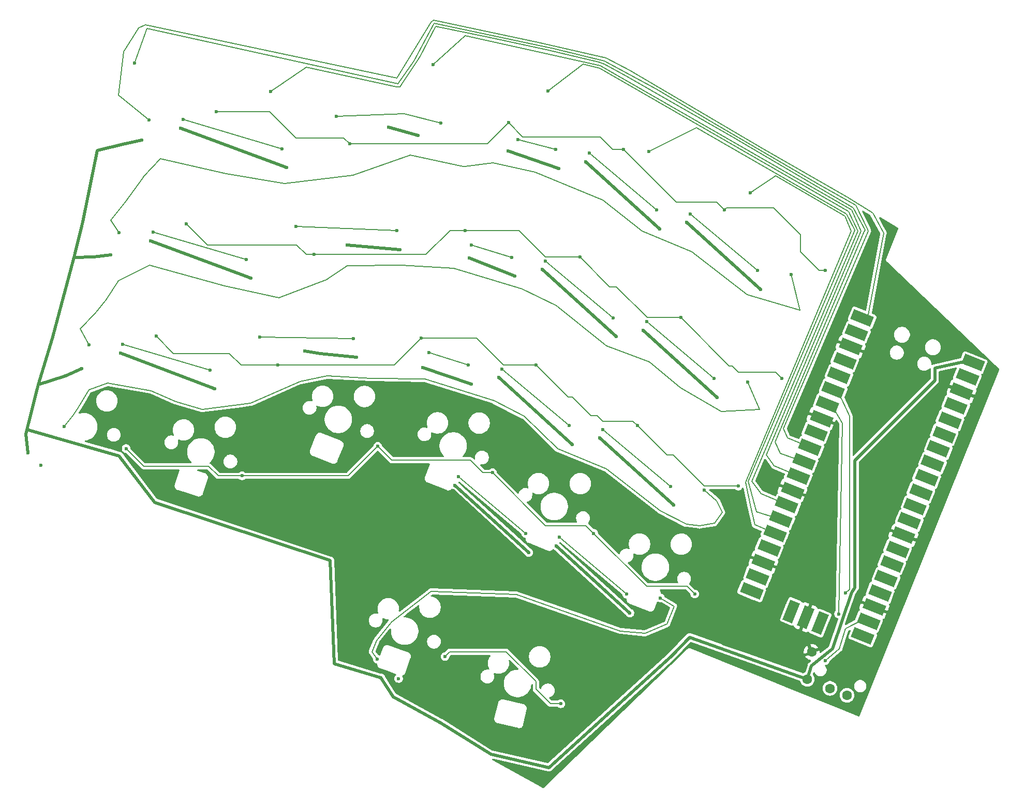
<source format=gbr>
%TF.GenerationSoftware,KiCad,Pcbnew,9.0.5*%
%TF.CreationDate,2025-10-09T16:25:35-06:00*%
%TF.ProjectId,ergo-kola (left),6572676f-2d6b-46f6-9c61-20286c656674,rev?*%
%TF.SameCoordinates,Original*%
%TF.FileFunction,Copper,L1,Top*%
%TF.FilePolarity,Positive*%
%FSLAX46Y46*%
G04 Gerber Fmt 4.6, Leading zero omitted, Abs format (unit mm)*
G04 Created by KiCad (PCBNEW 9.0.5) date 2025-10-09 16:25:35*
%MOMM*%
%LPD*%
G01*
G04 APERTURE LIST*
G04 Aperture macros list*
%AMHorizOval*
0 Thick line with rounded ends*
0 $1 width*
0 $2 $3 position (X,Y) of the first rounded end (center of the circle)*
0 $4 $5 position (X,Y) of the second rounded end (center of the circle)*
0 Add line between two ends*
20,1,$1,$2,$3,$4,$5,0*
0 Add two circle primitives to create the rounded ends*
1,1,$1,$2,$3*
1,1,$1,$4,$5*%
%AMRotRect*
0 Rectangle, with rotation*
0 The origin of the aperture is its center*
0 $1 length*
0 $2 width*
0 $3 Rotation angle, in degrees counterclockwise*
0 Add horizontal line*
21,1,$1,$2,0,0,$3*%
G04 Aperture macros list end*
%TA.AperFunction,ComponentPad*%
%ADD10C,1.600000*%
%TD*%
%TA.AperFunction,ComponentPad*%
%ADD11HorizOval,1.700000X0.000000X0.000000X0.000000X0.000000X0*%
%TD*%
%TA.AperFunction,SMDPad,CuDef*%
%ADD12RotRect,3.500000X1.700000X338.000000*%
%TD*%
%TA.AperFunction,ComponentPad*%
%ADD13RotRect,1.700000X1.700000X338.000000*%
%TD*%
%TA.AperFunction,SMDPad,CuDef*%
%ADD14RotRect,3.500000X1.700000X68.000000*%
%TD*%
%TA.AperFunction,ViaPad*%
%ADD15C,0.600000*%
%TD*%
%TA.AperFunction,Conductor*%
%ADD16C,0.200000*%
%TD*%
%TA.AperFunction,Conductor*%
%ADD17C,0.500000*%
%TD*%
G04 APERTURE END LIST*
D10*
%TO.P,J1,1,S*%
%TO.N,GND*%
X161470388Y-130199542D03*
%TO.P,J1,2,T*%
%TO.N,L_VBUS*%
X160749303Y-134653758D03*
%TO.P,J1,3,R1*%
%TO.N,L_RX*%
X164458039Y-136152184D03*
%TO.P,J1,4,R2*%
%TO.N,L_TX*%
X167239590Y-137276004D03*
%TD*%
D11*
%TO.P,U1,1,GPIO0*%
%TO.N,L_RGB*%
X170576514Y-75801267D03*
D12*
X169742049Y-75464121D03*
D11*
%TO.P,U1,2,GPIO1*%
%TO.N,unconnected-(U1-GPIO1-Pad2)_1*%
X169625013Y-78156314D03*
D12*
%TO.N,unconnected-(U1-GPIO1-Pad2)*%
X168790548Y-77819168D03*
D13*
%TO.P,U1,3,GND*%
%TO.N,GND*%
X168673512Y-80511361D03*
D12*
X167839047Y-80174215D03*
D11*
%TO.P,U1,4,GPIO2*%
%TO.N,unconnected-(U1-GPIO2-Pad4)_1*%
X167722011Y-82866408D03*
D12*
%TO.N,unconnected-(U1-GPIO2-Pad4)*%
X166887546Y-82529262D03*
D11*
%TO.P,U1,5,GPIO3*%
%TO.N,unconnected-(U1-GPIO3-Pad5)_1*%
X166770511Y-85221455D03*
D12*
%TO.N,unconnected-(U1-GPIO3-Pad5)*%
X165936046Y-84884309D03*
D11*
%TO.P,U1,6,GPIO4_(TX)*%
%TO.N,L_TX*%
X165819010Y-87576502D03*
D12*
X164984545Y-87239356D03*
D11*
%TO.P,U1,7,GPIO5_(RX)*%
%TO.N,L_RX*%
X164867509Y-89931549D03*
D12*
X164033044Y-89594403D03*
D13*
%TO.P,U1,8,GND*%
%TO.N,GND*%
X163916008Y-92286596D03*
D12*
X163081543Y-91949450D03*
D11*
%TO.P,U1,9,GPIO6*%
%TO.N,unconnected-(U1-GPIO6-Pad9)_1*%
X162964508Y-94641643D03*
D12*
%TO.N,unconnected-(U1-GPIO6-Pad9)*%
X162130043Y-94304497D03*
D11*
%TO.P,U1,10,GPIO7*%
%TO.N,L_C0*%
X162013007Y-96996690D03*
D12*
X161178542Y-96659544D03*
D11*
%TO.P,U1,11,GPIO8*%
%TO.N,L_C1*%
X161061506Y-99351737D03*
D12*
X160227041Y-99014591D03*
D11*
%TO.P,U1,12,GPIO9*%
%TO.N,L_C2*%
X160110005Y-101706784D03*
D12*
X159275540Y-101369638D03*
D13*
%TO.P,U1,13,GND*%
%TO.N,GND*%
X159158505Y-104061831D03*
D12*
X158324040Y-103724685D03*
D11*
%TO.P,U1,14,GPIO10*%
%TO.N,L_C3*%
X158207004Y-106416878D03*
D12*
X157372539Y-106079732D03*
D11*
%TO.P,U1,15,GPIO11*%
%TO.N,L_C4*%
X157255503Y-108771925D03*
D12*
X156421038Y-108434779D03*
D11*
%TO.P,U1,16,GPIO12*%
%TO.N,L_C5*%
X156304002Y-111126972D03*
D12*
X155469537Y-110789826D03*
D11*
%TO.P,U1,17,GPIO13*%
%TO.N,unconnected-(U1-GPIO13-Pad17)_1*%
X155352502Y-113482019D03*
D12*
%TO.N,unconnected-(U1-GPIO13-Pad17)*%
X154518037Y-113144873D03*
D13*
%TO.P,U1,18,GND*%
%TO.N,GND*%
X154401001Y-115837066D03*
D12*
X153566536Y-115499920D03*
D11*
%TO.P,U1,19,GPIO14*%
%TO.N,unconnected-(U1-GPIO14-Pad19)_1*%
X153449500Y-118192113D03*
D12*
%TO.N,unconnected-(U1-GPIO14-Pad19)*%
X152615035Y-117854967D03*
D11*
%TO.P,U1,20,GPIO15*%
%TO.N,unconnected-(U1-GPIO15-Pad20)*%
X152497999Y-120547160D03*
D12*
%TO.N,unconnected-(U1-GPIO15-Pad20)_1*%
X151663534Y-120210014D03*
D11*
%TO.P,U1,21,GPIO16*%
%TO.N,unconnected-(U1-GPIO16-Pad21)_1*%
X168983328Y-127207665D03*
D12*
%TO.N,unconnected-(U1-GPIO16-Pad21)*%
X169817793Y-127544811D03*
D11*
%TO.P,U1,22,GPIO17*%
%TO.N,L_R4*%
X169934829Y-124852618D03*
D12*
X170769294Y-125189764D03*
D13*
%TO.P,U1,23,GND*%
%TO.N,GND*%
X170886330Y-122497571D03*
D12*
X171720795Y-122834717D03*
D11*
%TO.P,U1,24,GPIO18*%
%TO.N,L_R3*%
X171837831Y-120142524D03*
D12*
X172672296Y-120479670D03*
D11*
%TO.P,U1,25,GPIO19*%
%TO.N,L_R2*%
X172789331Y-117787477D03*
D12*
X173623796Y-118124623D03*
D11*
%TO.P,U1,26,GPIO20*%
%TO.N,L_R1*%
X173740832Y-115432430D03*
D12*
X174575297Y-115769576D03*
D11*
%TO.P,U1,27,GPIO21*%
%TO.N,L_R0*%
X174692333Y-113077383D03*
D12*
X175526798Y-113414529D03*
D13*
%TO.P,U1,28,GND*%
%TO.N,GND*%
X175643834Y-110722336D03*
D12*
X176478299Y-111059482D03*
D11*
%TO.P,U1,29,GPIO22*%
%TO.N,unconnected-(U1-GPIO22-Pad29)*%
X176595334Y-108367289D03*
D12*
%TO.N,unconnected-(U1-GPIO22-Pad29)_1*%
X177429799Y-108704435D03*
D11*
%TO.P,U1,30,RUN*%
%TO.N,unconnected-(U1-RUN-Pad30)_1*%
X177546835Y-106012242D03*
D12*
%TO.N,unconnected-(U1-RUN-Pad30)*%
X178381300Y-106349388D03*
D11*
%TO.P,U1,31,GPIO26_ADC0*%
%TO.N,unconnected-(U1-GPIO26_ADC0-Pad31)_1*%
X178498336Y-103657195D03*
D12*
%TO.N,unconnected-(U1-GPIO26_ADC0-Pad31)*%
X179332801Y-103994341D03*
D11*
%TO.P,U1,32,GPIO27_ADC1*%
%TO.N,unconnected-(U1-GPIO27_ADC1-Pad32)_1*%
X179449837Y-101302148D03*
D12*
%TO.N,unconnected-(U1-GPIO27_ADC1-Pad32)*%
X180284302Y-101639294D03*
D13*
%TO.P,U1,33,AGND*%
%TO.N,unconnected-(U1-AGND-Pad33)*%
X180401337Y-98947101D03*
D12*
%TO.N,unconnected-(U1-AGND-Pad33)_1*%
X181235802Y-99284247D03*
D11*
%TO.P,U1,34,GPIO28_ADC2*%
%TO.N,unconnected-(U1-GPIO28_ADC2-Pad34)_1*%
X181352838Y-96592054D03*
D12*
%TO.N,unconnected-(U1-GPIO28_ADC2-Pad34)*%
X182187303Y-96929200D03*
D11*
%TO.P,U1,35,ADC_VREF*%
%TO.N,unconnected-(U1-ADC_VREF-Pad35)*%
X182304339Y-94237007D03*
D12*
%TO.N,unconnected-(U1-ADC_VREF-Pad35)_1*%
X183138804Y-94574153D03*
D11*
%TO.P,U1,36,3V3*%
%TO.N,unconnected-(U1-3V3-Pad36)_1*%
X183255840Y-91881960D03*
D12*
%TO.N,unconnected-(U1-3V3-Pad36)*%
X184090305Y-92219106D03*
D11*
%TO.P,U1,37,3V3_EN*%
%TO.N,unconnected-(U1-3V3_EN-Pad37)*%
X184207340Y-89526913D03*
D12*
%TO.N,unconnected-(U1-3V3_EN-Pad37)_1*%
X185041805Y-89864059D03*
D13*
%TO.P,U1,38,GND*%
%TO.N,GND*%
X185158841Y-87171866D03*
D12*
X185993306Y-87509012D03*
D11*
%TO.P,U1,39,VSYS*%
%TO.N,unconnected-(U1-VSYS-Pad39)_1*%
X186110342Y-84816819D03*
D12*
%TO.N,unconnected-(U1-VSYS-Pad39)*%
X186944807Y-85153965D03*
D11*
%TO.P,U1,40,VBUS*%
%TO.N,L_VBUS*%
X187061843Y-82461772D03*
D12*
X187896308Y-82798918D03*
D11*
%TO.P,U1,41,SWCLK*%
%TO.N,unconnected-(U1-SWCLK-Pad41)_1*%
X158471775Y-122712659D03*
D14*
%TO.N,unconnected-(U1-SWCLK-Pad41)*%
X158134629Y-123547124D03*
D13*
%TO.P,U1,42,GND*%
%TO.N,GND*%
X160826823Y-123664160D03*
D14*
X160489677Y-124498625D03*
D11*
%TO.P,U1,43,SWDIO*%
%TO.N,unconnected-(U1-SWDIO-Pad43)*%
X163181870Y-124615661D03*
D14*
%TO.N,unconnected-(U1-SWDIO-Pad43)_1*%
X162844724Y-125450126D03*
%TD*%
D15*
%TO.N,L_RGB*%
X53052057Y-43058324D03*
%TO.N,L_RX*%
X165862000Y-123952000D03*
%TO.N,L_TX*%
X167005000Y-120523000D03*
%TO.N,L_C0*%
X50649890Y-33728700D03*
%TO.N,L_C1*%
X72920080Y-38355406D03*
%TO.N,L_C2*%
X99505224Y-33977763D03*
%TO.N,L_C3*%
X118294850Y-38325143D03*
%TO.N,L_C4*%
X134830945Y-48250266D03*
%TO.N,L_C5*%
X151384000Y-54991000D03*
%TO.N,L_R2*%
X132924389Y-93091213D03*
X149460475Y-103016339D03*
X74146130Y-83220110D03*
X116388322Y-83166087D03*
X54222300Y-78467759D03*
X97598698Y-78818705D03*
%TO.N,L_R0*%
X111871205Y-43492995D03*
X147196916Y-57765503D03*
X85919678Y-46984857D03*
X163732983Y-67690629D03*
X64083304Y-41665979D03*
X130660830Y-47840377D03*
%TO.N,L_R1*%
X140060652Y-75428358D03*
X104734942Y-61155850D03*
X59152802Y-60066869D03*
X80032904Y-65102474D03*
X123524567Y-65503232D03*
X156596719Y-85353484D03*
%TO.N,L_R3*%
X125788145Y-110754068D03*
X142324212Y-120679195D03*
X49291798Y-96868650D03*
X90462434Y-96481561D03*
X109252059Y-100828942D03*
X68259356Y-101337727D03*
%TO.N,L_R4*%
X120395448Y-138664658D03*
X163703000Y-131572000D03*
X101476287Y-130921977D03*
%TO.N,Net-(L37-DIN)*%
X39116000Y-93218000D03*
X143864115Y-103667306D03*
%TO.N,GND*%
X169291000Y-68199000D03*
X170561000Y-111506000D03*
X168910000Y-122174000D03*
X167259000Y-72136000D03*
X176022000Y-120523000D03*
X154940000Y-102108000D03*
X170053000Y-117856000D03*
%TO.N,L_VBUS*%
X46736000Y-65108000D03*
X78486000Y-80899000D03*
X117366297Y-67544975D03*
X63787868Y-87083309D03*
X126766119Y-95132956D03*
X103093789Y-102870685D03*
X97028000Y-45593000D03*
X136594403Y-60896736D03*
X35306000Y-99568000D03*
X58219760Y-44443006D03*
X86996185Y-81949938D03*
X153130470Y-70821862D03*
X94132429Y-64287083D03*
X115185632Y-113885301D03*
X110230052Y-85207830D03*
X69674642Y-68965673D03*
X105410000Y-65659000D03*
X122321876Y-96222446D03*
X90989511Y-134421324D03*
X112922054Y-68634465D03*
X75561416Y-50848056D03*
X93879154Y-134534069D03*
X43942000Y-65489000D03*
X42037000Y-83777000D03*
X97790000Y-83566000D03*
X105785809Y-86297320D03*
X49149000Y-46968500D03*
X129458139Y-78559591D03*
X120058317Y-50971610D03*
X111760000Y-48133000D03*
X133902382Y-77470101D03*
X124502560Y-49882120D03*
X141038646Y-59807246D03*
X51816000Y-46333500D03*
X92202000Y-44196000D03*
X119629875Y-112795811D03*
X145994206Y-88484717D03*
X53289258Y-62843896D03*
X131721699Y-123810428D03*
X48358756Y-81244786D03*
X138857962Y-106147572D03*
X85471000Y-63500000D03*
X33247846Y-97577069D03*
X39370000Y-84920000D03*
%TO.N,Net-(L27-DOUT)*%
X121805685Y-93128810D03*
X110791962Y-83817054D03*
%TO.N,Net-(L3-DIN)*%
X83693000Y-42418000D03*
X100752501Y-43530592D03*
%TO.N,Net-(L19-DIN)*%
X152614279Y-67728226D03*
X141600556Y-58416470D03*
%TO.N,Net-(L1-DOUT)*%
X58607989Y-42994118D03*
X74830681Y-47797965D03*
%TO.N,Net-(L3-DOUT)*%
X119542126Y-47877974D03*
X113411000Y-46273176D03*
%TO.N,Net-(L11-DIN)*%
X158136623Y-68341596D03*
X48133000Y-61468000D03*
%TO.N,Net-(L7-DOUT)*%
X136078212Y-57803100D03*
X125064470Y-48491344D03*
%TO.N,Net-(L11-DOUT)*%
X53677487Y-61395008D03*
X68943907Y-65915582D03*
%TO.N,Net-(L13-DOUT)*%
X105791000Y-63500000D03*
X112405863Y-65540829D03*
%TO.N,Net-(L15-DOUT)*%
X128941948Y-75465955D03*
X117928207Y-66154199D03*
%TO.N,Net-(L13-DIN)*%
X77089000Y-60452000D03*
X93616238Y-61193447D03*
%TO.N,Net-(L21-DOUT)*%
X134464292Y-76079325D03*
X145478015Y-85391081D03*
%TO.N,Net-(L23-DIN)*%
X71120000Y-78613000D03*
X86479994Y-78856302D03*
%TO.N,Net-(L23-DOUT)*%
X98806000Y-81153000D03*
X105269618Y-83203684D03*
%TO.N,Net-(L25-DOUT)*%
X63057133Y-84033218D03*
X48746985Y-79795898D03*
%TO.N,Net-(L25-DIN)*%
X43191053Y-79860104D03*
X151000359Y-86004451D03*
%TO.N,Net-(L33-DOUT)*%
X127328029Y-93742180D03*
X138341771Y-103053936D03*
%TO.N,Net-(L39-DOUT)*%
X103655699Y-101479909D03*
X114669441Y-110791665D03*
%TO.N,Net-(L45-DOUT)*%
X131205508Y-120716792D03*
X120191785Y-111405035D03*
%TO.N,Net-(L47-DOUT)*%
X136727852Y-121330162D03*
X90365668Y-131347589D03*
%TD*%
D16*
%TO.N,L_RGB*%
X48006000Y-38989000D02*
X48895000Y-31877000D01*
X48895000Y-31877000D02*
X51308000Y-27940000D01*
X170576514Y-75801267D02*
X173228000Y-61595000D01*
X52451000Y-27432000D02*
X51308000Y-27940000D01*
X127762000Y-32893000D02*
X116713000Y-30353000D01*
X173228000Y-61595000D02*
X171450000Y-58293000D01*
X53052057Y-43058324D02*
X48006000Y-38989000D01*
X144018000Y-42164000D02*
X131699000Y-34925000D01*
X93599000Y-36195000D02*
X52451000Y-27432000D01*
X153543000Y-47752000D02*
X144018000Y-42164000D01*
X171450000Y-58293000D02*
X167259000Y-55626000D01*
X99187000Y-27051000D02*
X93599000Y-36195000D01*
X116713000Y-30353000D02*
X99568000Y-26670000D01*
X99568000Y-26670000D02*
X99187000Y-27051000D01*
X131699000Y-34925000D02*
X127762000Y-32893000D01*
X167259000Y-55626000D02*
X153543000Y-47752000D01*
%TO.N,L_RX*%
X166497000Y-92710000D02*
X164867509Y-89931549D01*
X165862000Y-123952000D02*
X166497000Y-92710000D01*
%TO.N,L_TX*%
X167640000Y-91567000D02*
X165819010Y-87576502D01*
X167005000Y-120523000D02*
X167640000Y-119888000D01*
X167640000Y-119888000D02*
X167640000Y-91567000D01*
%TO.N,L_C0*%
X52705000Y-28067000D02*
X93726000Y-37084000D01*
X162687000Y-53594000D02*
X168656000Y-57023000D01*
X50649890Y-33728700D02*
X52705000Y-28067000D01*
X170561000Y-60833000D02*
X170688000Y-61214000D01*
X145415000Y-43561000D02*
X162687000Y-53594000D01*
X156845000Y-93599000D02*
X157480000Y-95123000D01*
X93726000Y-37084000D02*
X96393000Y-33401000D01*
X99695000Y-27178000D02*
X119253000Y-31369000D01*
X157480000Y-95123000D02*
X162013007Y-96996690D01*
X170688000Y-61214000D02*
X156845000Y-93599000D01*
X119253000Y-31369000D02*
X127508000Y-33401000D01*
X168656000Y-57023000D02*
X170561000Y-60833000D01*
X127508000Y-33401000D02*
X136017000Y-37973000D01*
X136017000Y-37973000D02*
X145415000Y-43561000D01*
X96393000Y-33401000D02*
X99695000Y-27178000D01*
%TO.N,L_C1*%
X72920080Y-38355406D02*
X78740000Y-34417000D01*
X131064000Y-35814000D02*
X148580927Y-45862620D01*
X118364000Y-31623000D02*
X126603657Y-33590333D01*
X93472000Y-37592000D02*
X94107000Y-37592000D01*
X156337000Y-97663000D02*
X155448000Y-95758000D01*
X78740000Y-34417000D02*
X93472000Y-37592000D01*
X97409000Y-32639000D02*
X99949000Y-27686000D01*
X170180000Y-61087000D02*
X168275000Y-57404000D01*
X161061506Y-99351737D02*
X156337000Y-97663000D01*
X127508000Y-33909000D02*
X131064000Y-35814000D01*
X108966000Y-29591000D02*
X118364000Y-31623000D01*
X126603657Y-33590333D02*
X127508000Y-33909000D01*
X148580927Y-45862620D02*
X168275000Y-57404000D01*
X170053000Y-61341000D02*
X170180000Y-61087000D01*
X94107000Y-37592000D02*
X97409000Y-32639000D01*
X99949000Y-27686000D02*
X108966000Y-29591000D01*
X155448000Y-95758000D02*
X170053000Y-61341000D01*
%TO.N,L_C2*%
X154051000Y-97917000D02*
X155321000Y-99695000D01*
X169545000Y-61214000D02*
X154051000Y-97917000D01*
X126873000Y-34163000D02*
X168021000Y-57785000D01*
X104775000Y-29210000D02*
X126873000Y-34163000D01*
X99505224Y-33977763D02*
X104775000Y-29210000D01*
X168021000Y-57785000D02*
X169545000Y-61214000D01*
X155321000Y-99695000D02*
X160110005Y-101706784D01*
%TO.N,L_C3*%
X167513000Y-58039000D02*
X169037000Y-61214000D01*
X124070958Y-33944881D02*
X126742840Y-34549505D01*
X126742840Y-34549505D02*
X137922000Y-41021000D01*
X151638000Y-102235000D02*
X153162000Y-104267000D01*
X169037000Y-61214000D02*
X151638000Y-102235000D01*
X153162000Y-104267000D02*
X158207004Y-106416878D01*
X137922000Y-41021000D02*
X167513000Y-58039000D01*
X118294850Y-38325143D02*
X124070958Y-33944881D01*
%TO.N,L_C4*%
X152400000Y-107188000D02*
X151093221Y-102272871D01*
X142621000Y-44323000D02*
X167132000Y-58420000D01*
X157255503Y-108771925D02*
X152400000Y-107188000D01*
X151093221Y-102272871D02*
X168402000Y-61341000D01*
X168529000Y-61087000D02*
X167132000Y-58420000D01*
X168402000Y-61341000D02*
X168529000Y-61087000D01*
X134830945Y-48250266D02*
X142621000Y-44323000D01*
%TO.N,L_C5*%
X167894000Y-61214000D02*
X166878000Y-58801000D01*
X151511000Y-106426000D02*
X150622000Y-102362000D01*
X152146000Y-109347000D02*
X156304002Y-111126972D01*
X155558722Y-52225303D02*
X166878000Y-58801000D01*
X151384000Y-54991000D02*
X155558722Y-52225303D01*
X151511000Y-106426000D02*
X152146000Y-109347000D01*
X150622000Y-102362000D02*
X167894000Y-61214000D01*
%TO.N,L_R2*%
X138810754Y-97953983D02*
X137787159Y-97953983D01*
X132924389Y-93091213D02*
X132238084Y-92404908D01*
X125349000Y-91440000D02*
X122301000Y-88392000D01*
X116388322Y-83166087D02*
X111002236Y-83166087D01*
X149460475Y-103016339D02*
X143873110Y-103016339D01*
X57034541Y-81280000D02*
X54222300Y-78467759D01*
X126365000Y-91440000D02*
X125349000Y-91440000D01*
X111002236Y-83166087D02*
X106654854Y-78818705D01*
X106654854Y-78818705D02*
X97598698Y-78818705D01*
X97598698Y-78818705D02*
X93197293Y-83220110D01*
X122301000Y-88392000D02*
X121614235Y-88392000D01*
X68081789Y-83220110D02*
X66141679Y-81280000D01*
X127329908Y-92404908D02*
X126365000Y-91440000D01*
X93197293Y-83220110D02*
X74146130Y-83220110D01*
X74146130Y-83220110D02*
X68081789Y-83220110D01*
X143873110Y-103016339D02*
X138810754Y-97953983D01*
X137787159Y-97953983D02*
X132924389Y-93091213D01*
X66141679Y-81280000D02*
X57034541Y-81280000D01*
X121614235Y-88392000D02*
X116388322Y-83166087D01*
X132238084Y-92404908D02*
X127329908Y-92404908D01*
%TO.N,L_R0*%
X139329602Y-56509149D02*
X145940562Y-56509149D01*
X147196916Y-57765503D02*
X147542594Y-57419825D01*
X147542594Y-57419825D02*
X155217019Y-57419825D01*
X64083304Y-41665979D02*
X72793607Y-41665979D01*
X126832022Y-45806022D02*
X128866377Y-47840377D01*
X85919678Y-46984857D02*
X108379343Y-46984857D01*
X145940562Y-56509149D02*
X147196916Y-57765503D01*
X77101628Y-45974000D02*
X84908821Y-45974000D01*
X162686629Y-67690629D02*
X163732983Y-67690629D01*
X108379343Y-46984857D02*
X111871205Y-43492995D01*
X155217019Y-57419825D02*
X159635944Y-61838750D01*
X114184232Y-45806022D02*
X126832022Y-45806022D01*
X159635944Y-64639944D02*
X162686629Y-67690629D01*
X128866377Y-47840377D02*
X130660830Y-47840377D01*
X111871205Y-43492995D02*
X114184232Y-45806022D01*
X84908821Y-45974000D02*
X85919678Y-46984857D01*
X130660830Y-47840377D02*
X139329602Y-56509149D01*
X159635944Y-61838750D02*
X159635944Y-64639944D01*
X72793607Y-41665979D02*
X77101628Y-45974000D01*
%TO.N,L_R1*%
X149479000Y-84328000D02*
X155571235Y-84328000D01*
X117897945Y-65503232D02*
X123524567Y-65503232D01*
X134594354Y-75428358D02*
X140060652Y-75428358D01*
X123524567Y-65503232D02*
X128387337Y-70366002D01*
X128387337Y-70366002D02*
X129531998Y-70366002D01*
X129531998Y-70366002D02*
X134594354Y-75428358D01*
X104734942Y-61155850D02*
X113550563Y-61155850D01*
X98346526Y-65102474D02*
X102293150Y-61155850D01*
X140060652Y-75428358D02*
X147944294Y-83312000D01*
X147944294Y-83312000D02*
X148463000Y-83312000D01*
X59152802Y-60066869D02*
X62614455Y-63528522D01*
X113550563Y-61155850D02*
X117897945Y-65503232D01*
X62614455Y-63528522D02*
X77174881Y-63528522D01*
X148463000Y-83312000D02*
X149479000Y-84328000D01*
X78748833Y-65102474D02*
X80032904Y-65102474D01*
X155571235Y-84328000D02*
X156596719Y-85353484D01*
X77174881Y-63528522D02*
X78748833Y-65102474D01*
X102293150Y-61155850D02*
X104734942Y-61155850D01*
X80032904Y-65102474D02*
X98346526Y-65102474D01*
%TO.N,L_R3*%
X125788145Y-110754068D02*
X134456918Y-119422841D01*
X92775460Y-98794587D02*
X105652587Y-98794587D01*
X90462434Y-96481561D02*
X92775460Y-98794587D01*
X68259356Y-101337727D02*
X85606268Y-101337727D01*
X107686942Y-100828942D02*
X109252059Y-100828942D01*
X105652587Y-98794587D02*
X107686942Y-100828942D01*
X85606268Y-101337727D02*
X90462434Y-96481561D01*
X64370177Y-101337727D02*
X68259356Y-101337727D01*
X49291798Y-96868650D02*
X52186923Y-99763775D01*
X141067858Y-119422841D02*
X142324212Y-120679195D01*
X62796225Y-99763775D02*
X64370177Y-101337727D01*
X117920831Y-109497714D02*
X124531791Y-109497714D01*
X124531791Y-109497714D02*
X125788145Y-110754068D01*
X52186923Y-99763775D02*
X62796225Y-99763775D01*
X134456918Y-119422841D02*
X141067858Y-119422841D01*
X109252059Y-100828942D02*
X117920831Y-109497714D01*
%TO.N,L_R4*%
X111483357Y-130160857D02*
X116332000Y-135009500D01*
X165989000Y-129667000D02*
X167005000Y-126365000D01*
X102237407Y-130160857D02*
X111483357Y-130160857D01*
X116332000Y-136258265D02*
X118738393Y-138664658D01*
X167005000Y-126365000D02*
X169934829Y-124852618D01*
X118738393Y-138664658D02*
X120395448Y-138664658D01*
X101476287Y-130921977D02*
X102237407Y-130160857D01*
X163703000Y-131572000D02*
X165989000Y-129667000D01*
X116332000Y-135009500D02*
X116332000Y-136258265D01*
%TO.N,Net-(L37-DIN)*%
X143864115Y-103667306D02*
X145923000Y-105410000D01*
X41275000Y-90424000D02*
X40513000Y-91567000D01*
X114427000Y-91567000D02*
X109474000Y-89027000D01*
X136652000Y-107061000D02*
X127889000Y-100203000D01*
X109474000Y-89027000D02*
X98171000Y-85471000D01*
X145542000Y-109093000D02*
X143129000Y-109474000D01*
X143129000Y-109474000D02*
X140970000Y-109220000D01*
X53340000Y-87376000D02*
X46228000Y-86106000D01*
X46228000Y-86106000D02*
X43180000Y-87249000D01*
X89408000Y-85344000D02*
X82169000Y-84963000D01*
X119888000Y-96901000D02*
X114427000Y-91567000D01*
X57404000Y-89154000D02*
X53340000Y-87376000D01*
X77724000Y-85852000D02*
X69596000Y-89408000D01*
X98171000Y-85471000D02*
X89408000Y-85344000D01*
X43180000Y-87249000D02*
X41275000Y-90424000D01*
X82169000Y-84963000D02*
X77724000Y-85852000D01*
X127889000Y-100203000D02*
X119888000Y-96901000D01*
X61722000Y-90424000D02*
X57404000Y-89154000D01*
X140970000Y-109220000D02*
X136652000Y-107061000D01*
X146812000Y-107315000D02*
X145542000Y-109093000D01*
X145923000Y-105410000D02*
X146812000Y-107315000D01*
X40513000Y-91567000D02*
X39116000Y-93218000D01*
X69596000Y-89408000D02*
X61722000Y-90424000D01*
D17*
%TO.N,L_VBUS*%
X126766119Y-95132956D02*
X138857962Y-106147572D01*
X48358756Y-81244786D02*
X63787868Y-87083309D01*
X32893000Y-94488000D02*
X33247846Y-97577069D01*
X42164000Y-59690000D02*
X40767000Y-65532000D01*
X100711000Y-141732000D02*
X108966000Y-146939000D01*
X138557000Y-130810000D02*
X141478000Y-127762000D01*
X48133000Y-98044000D02*
X33083500Y-93726000D01*
X44577000Y-48006000D02*
X49149000Y-46968500D01*
X108966000Y-146939000D02*
X118491000Y-149098000D01*
X133902382Y-77470101D02*
X145994206Y-88484717D01*
X42037000Y-83777000D02*
X39370000Y-84920000D01*
X40767000Y-65532000D02*
X37211000Y-78867000D01*
X141038646Y-59807246D02*
X153130470Y-70821862D01*
X40767000Y-65532000D02*
X43942000Y-65489000D01*
X110230052Y-85207830D02*
X122321876Y-96222446D01*
X117366297Y-67544975D02*
X129458139Y-78559591D01*
X168529000Y-98806000D02*
X181610000Y-85725000D01*
X34925000Y-86360000D02*
X33083500Y-93726000D01*
X78486000Y-80899000D02*
X81026000Y-81343500D01*
X161417000Y-132461000D02*
X164846000Y-129667000D01*
X94132429Y-64287083D02*
X85471000Y-63500000D01*
X82677000Y-115189000D02*
X53975000Y-105664000D01*
X33083500Y-93726000D02*
X32893000Y-94488000D01*
X97790000Y-83566000D02*
X105785809Y-86297320D01*
X168021000Y-120396000D02*
X168529000Y-119634000D01*
X115185632Y-113885301D02*
X103093789Y-102870685D01*
X164846000Y-129667000D02*
X168021000Y-120396000D01*
X53975000Y-105664000D02*
X48133000Y-98044000D01*
X181610000Y-83693000D02*
X187061843Y-82461772D01*
X118491000Y-149098000D02*
X138557000Y-130810000D01*
X181610000Y-85725000D02*
X181610000Y-83693000D01*
X168529000Y-119634000D02*
X168529000Y-98806000D01*
X92202000Y-44196000D02*
X97028000Y-45593000D01*
X160749303Y-134653758D02*
X161417000Y-132461000D01*
X49149000Y-46968500D02*
X51816000Y-46333500D01*
X83312000Y-132080000D02*
X82677000Y-115189000D01*
X92964000Y-137541000D02*
X100711000Y-141732000D01*
X44577000Y-48006000D02*
X42164000Y-59690000D01*
X43942000Y-65489000D02*
X46736000Y-65108000D01*
X53289258Y-62843896D02*
X69674642Y-68965673D01*
X105410000Y-65659000D02*
X112922054Y-68634465D01*
X90989511Y-134421324D02*
X92964000Y-137541000D01*
X119629875Y-112795811D02*
X131721699Y-123810428D01*
X34925000Y-86360000D02*
X37211000Y-78867000D01*
X34925000Y-86360000D02*
X39370000Y-84920000D01*
X90989511Y-134421324D02*
X83312000Y-132080000D01*
X86996185Y-81949938D02*
X81026000Y-81343500D01*
X58219760Y-44443006D02*
X75561416Y-50848056D01*
X111760000Y-48133000D02*
X120058317Y-50971610D01*
X141478000Y-127762000D02*
X160749303Y-134653758D01*
X124502560Y-49882120D02*
X136594403Y-60896736D01*
D16*
%TO.N,Net-(L27-DOUT)*%
X110791962Y-83817054D02*
X121805685Y-93128810D01*
%TO.N,Net-(L3-DIN)*%
X94742000Y-42037000D02*
X100752501Y-43530592D01*
X83693000Y-42418000D02*
X94742000Y-42037000D01*
%TO.N,Net-(L19-DIN)*%
X152614279Y-67728226D02*
X141600556Y-58416470D01*
%TO.N,Net-(L1-DOUT)*%
X58607989Y-42994118D02*
X74830681Y-47797965D01*
%TO.N,Net-(L3-DOUT)*%
X119542126Y-47877974D02*
X113411000Y-46273176D01*
%TO.N,Net-(L11-DIN)*%
X54864000Y-49403000D02*
X52130739Y-52384739D01*
X150876000Y-71628000D02*
X141859000Y-64643000D01*
X116205000Y-51562000D02*
X109347000Y-50038000D01*
X159512000Y-74168000D02*
X150876000Y-71628000D01*
X86360000Y-52070000D02*
X75184000Y-53467000D01*
X95758000Y-48768000D02*
X86360000Y-52070000D01*
X158136623Y-68341596D02*
X159512000Y-74168000D01*
X127254000Y-56134000D02*
X116205000Y-51562000D01*
X65659000Y-51816000D02*
X54864000Y-49403000D01*
X104394000Y-50673000D02*
X104648000Y-50640436D01*
X75184000Y-53467000D02*
X65659000Y-51816000D01*
X133731000Y-61214000D02*
X127254000Y-56134000D01*
X52070000Y-52451000D02*
X49149000Y-56515000D01*
X109347000Y-50038000D02*
X104648000Y-50640436D01*
X141859000Y-64643000D02*
X133731000Y-61214000D01*
X46736000Y-59436000D02*
X48133000Y-61468000D01*
X52070000Y-52451000D02*
X52130739Y-52384739D01*
X49149000Y-56515000D02*
X46736000Y-59436000D01*
X104394000Y-50673000D02*
X95758000Y-48768000D01*
%TO.N,Net-(L7-DOUT)*%
X125064470Y-48491344D02*
X136078212Y-57803100D01*
%TO.N,Net-(L11-DOUT)*%
X53677487Y-61395008D02*
X68943907Y-65915582D01*
%TO.N,Net-(L13-DOUT)*%
X105791000Y-63500000D02*
X112405863Y-65540829D01*
%TO.N,Net-(L15-DOUT)*%
X117928207Y-66154199D02*
X128941948Y-75465955D01*
%TO.N,Net-(L13-DIN)*%
X77089000Y-60452000D02*
X93616238Y-61193447D01*
%TO.N,Net-(L21-DOUT)*%
X134464292Y-76079325D02*
X145478015Y-85391081D01*
%TO.N,Net-(L23-DIN)*%
X71120000Y-78613000D02*
X86479994Y-78856302D01*
%TO.N,Net-(L23-DOUT)*%
X98806000Y-81153000D02*
X105269618Y-83203684D01*
%TO.N,Net-(L25-DOUT)*%
X48746985Y-79795898D02*
X63057133Y-84033218D01*
%TO.N,Net-(L25-DIN)*%
X53086000Y-66802000D02*
X48006000Y-69342000D01*
X74295000Y-72136000D02*
X65405000Y-70231000D01*
X113792000Y-70612000D02*
X102870000Y-67310000D01*
X134874000Y-82677000D02*
X127889000Y-80010000D01*
X65405000Y-70231000D02*
X53086000Y-66802000D01*
X127889000Y-80010000D02*
X119634000Y-73406000D01*
X85471000Y-66929000D02*
X82042000Y-69215000D01*
X94361000Y-66802000D02*
X85471000Y-66929000D01*
X119634000Y-73406000D02*
X113877912Y-70653088D01*
X151000359Y-86004451D02*
X152908000Y-90424000D01*
X139954000Y-86868000D02*
X134874000Y-82677000D01*
X113792000Y-70612000D02*
X113877912Y-70653088D01*
X41783000Y-77216000D02*
X43191053Y-79860104D01*
X48006000Y-69342000D02*
X45974000Y-72517000D01*
X102870000Y-67310000D02*
X94361000Y-66802000D01*
X146685000Y-90805000D02*
X139954000Y-86868000D01*
X45974000Y-72517000D02*
X44196000Y-74676000D01*
X152908000Y-90424000D02*
X146685000Y-90805000D01*
X44196000Y-74676000D02*
X41783000Y-77216000D01*
X82042000Y-69215000D02*
X74295000Y-72136000D01*
%TO.N,Net-(L33-DOUT)*%
X127328029Y-93742180D02*
X138341771Y-103053936D01*
%TO.N,Net-(L39-DOUT)*%
X103655699Y-101479909D02*
X114669441Y-110791665D01*
%TO.N,Net-(L45-DOUT)*%
X131205508Y-120716792D02*
X120191785Y-111405035D01*
%TO.N,Net-(L47-DOUT)*%
X90365668Y-131347589D02*
X89496900Y-130136900D01*
X134239000Y-127127000D02*
X137795000Y-125603000D01*
X130175000Y-126746000D02*
X113157000Y-120777000D01*
X90170000Y-131318000D02*
X90365668Y-131347589D01*
X90297000Y-128270000D02*
X89496900Y-130136900D01*
X137795000Y-125603000D02*
X138938000Y-122682000D01*
X99187000Y-120269000D02*
X92710000Y-125222000D01*
X138938000Y-122682000D02*
X136727852Y-121330162D01*
X92710000Y-125222000D02*
X90297000Y-128270000D01*
X130175000Y-126746000D02*
X134239000Y-127127000D01*
X113157000Y-120777000D02*
X99187000Y-120269000D01*
%TD*%
%TA.AperFunction,Conductor*%
%TO.N,GND*%
G36*
X172651678Y-58984219D02*
G01*
X175395583Y-60587404D01*
X175395582Y-60587404D01*
X175402846Y-60591648D01*
X175402883Y-60591686D01*
X175458372Y-60624090D01*
X175513548Y-60656328D01*
X175523828Y-60662334D01*
X175524047Y-60662442D01*
X175585607Y-60698392D01*
X175633571Y-60749197D01*
X175646454Y-60817869D01*
X175638190Y-60851562D01*
X175611532Y-60918141D01*
X175611347Y-60918530D01*
X175584814Y-60984869D01*
X175584797Y-60984912D01*
X175556780Y-61054882D01*
X175556637Y-61055318D01*
X173681035Y-65744837D01*
X173681036Y-65744838D01*
X173678320Y-65751626D01*
X173660928Y-65783607D01*
X173653959Y-65812537D01*
X173650636Y-65820848D01*
X173650636Y-65820851D01*
X173642906Y-65840178D01*
X173642905Y-65840184D01*
X173639458Y-65869079D01*
X173639459Y-65869080D01*
X173638595Y-65876329D01*
X173630070Y-65911728D01*
X173630826Y-65941480D01*
X173629767Y-65950370D01*
X173627304Y-65971029D01*
X173627304Y-65971035D01*
X173631455Y-65999842D01*
X173632682Y-66014366D01*
X173633423Y-66043469D01*
X173639319Y-66063427D01*
X173641856Y-66072015D01*
X173646102Y-66101472D01*
X173660442Y-66134930D01*
X173662511Y-66141933D01*
X173662513Y-66141938D01*
X173670759Y-66169852D01*
X173670762Y-66169858D01*
X173681622Y-66187609D01*
X173681623Y-66187609D01*
X173686294Y-66195244D01*
X173698019Y-66222600D01*
X173720534Y-66251210D01*
X173724344Y-66257438D01*
X173739534Y-66282266D01*
X173739536Y-66282269D01*
X173754624Y-66296608D01*
X173766638Y-66309798D01*
X173779516Y-66326162D01*
X173802824Y-66343597D01*
X173813964Y-66353001D01*
X191497071Y-83158168D01*
X192050403Y-83684028D01*
X192050402Y-83684028D01*
X192050424Y-83684048D01*
X192133820Y-83763381D01*
X192168825Y-83823848D01*
X192165581Y-83893642D01*
X192163389Y-83899513D01*
X192120349Y-84006469D01*
X192120333Y-84006509D01*
X169367743Y-140491139D01*
X169367737Y-140491154D01*
X169302852Y-140652174D01*
X169297187Y-140659343D01*
X169295002Y-140668214D01*
X169275872Y-140686323D01*
X169259538Y-140706998D01*
X169250895Y-140709967D01*
X169244262Y-140716247D01*
X169218379Y-140721138D01*
X169193459Y-140729701D01*
X169182764Y-140727870D01*
X169175608Y-140729223D01*
X169141339Y-140720779D01*
X169130136Y-140716247D01*
X168984465Y-140657320D01*
X168984463Y-140657319D01*
X168984455Y-140657312D01*
X168984440Y-140657310D01*
X166503323Y-139653043D01*
X157620753Y-136057697D01*
X163257539Y-136057697D01*
X163257539Y-136246670D01*
X163287098Y-136433302D01*
X163345493Y-136613020D01*
X163414843Y-136749126D01*
X163431279Y-136781383D01*
X163542349Y-136934257D01*
X163675966Y-137067874D01*
X163828840Y-137178944D01*
X163833902Y-137181523D01*
X163997202Y-137264729D01*
X163997204Y-137264729D01*
X163997207Y-137264731D01*
X164093536Y-137296030D01*
X164176920Y-137323124D01*
X164363553Y-137352684D01*
X164363558Y-137352684D01*
X164552525Y-137352684D01*
X164739157Y-137323124D01*
X164918871Y-137264731D01*
X165082188Y-137181517D01*
X166039090Y-137181517D01*
X166039090Y-137370490D01*
X166068649Y-137557122D01*
X166127044Y-137736840D01*
X166193535Y-137867334D01*
X166212830Y-137905203D01*
X166323900Y-138058077D01*
X166457517Y-138191694D01*
X166610391Y-138302764D01*
X166669444Y-138332853D01*
X166778753Y-138388549D01*
X166778755Y-138388549D01*
X166778758Y-138388551D01*
X166875087Y-138419850D01*
X166958471Y-138446944D01*
X167145104Y-138476504D01*
X167145109Y-138476504D01*
X167334076Y-138476504D01*
X167520708Y-138446944D01*
X167547496Y-138438240D01*
X167700422Y-138388551D01*
X167868789Y-138302764D01*
X168021663Y-138191694D01*
X168155280Y-138058077D01*
X168266350Y-137905203D01*
X168352137Y-137736836D01*
X168410530Y-137557122D01*
X168422989Y-137478458D01*
X168440090Y-137370490D01*
X168440090Y-137181517D01*
X168410530Y-136994885D01*
X168383436Y-136911501D01*
X168352137Y-136815172D01*
X168352135Y-136815169D01*
X168352135Y-136815167D01*
X168266349Y-136646804D01*
X168155280Y-136493931D01*
X168021663Y-136360314D01*
X167868789Y-136249244D01*
X167858036Y-136243765D01*
X167700426Y-136163458D01*
X167520708Y-136105063D01*
X167334076Y-136075504D01*
X167334071Y-136075504D01*
X167145109Y-136075504D01*
X167145104Y-136075504D01*
X166958471Y-136105063D01*
X166778753Y-136163458D01*
X166610390Y-136249244D01*
X166523169Y-136312614D01*
X166457517Y-136360314D01*
X166457515Y-136360316D01*
X166457514Y-136360316D01*
X166323902Y-136493928D01*
X166323902Y-136493929D01*
X166323900Y-136493931D01*
X166278430Y-136556515D01*
X166212830Y-136646804D01*
X166127044Y-136815167D01*
X166068649Y-136994885D01*
X166039090Y-137181517D01*
X165082188Y-137181517D01*
X165087238Y-137178944D01*
X165240112Y-137067874D01*
X165373729Y-136934257D01*
X165484799Y-136781383D01*
X165570586Y-136613016D01*
X165628979Y-136433302D01*
X165631535Y-136417164D01*
X165658539Y-136246670D01*
X165658539Y-136057697D01*
X165630065Y-135877922D01*
X168407640Y-135877922D01*
X168446088Y-136071208D01*
X168446091Y-136071218D01*
X168521505Y-136253286D01*
X168521512Y-136253299D01*
X168631001Y-136417160D01*
X168631004Y-136417164D01*
X168770355Y-136556515D01*
X168770359Y-136556518D01*
X168934220Y-136666007D01*
X168934233Y-136666014D01*
X169116301Y-136741428D01*
X169116306Y-136741430D01*
X169116310Y-136741430D01*
X169116311Y-136741431D01*
X169309597Y-136779879D01*
X169309600Y-136779879D01*
X169506684Y-136779879D01*
X169661286Y-136749126D01*
X169699976Y-136741430D01*
X169882055Y-136666011D01*
X170045923Y-136556518D01*
X170185280Y-136417161D01*
X170294773Y-136253293D01*
X170370192Y-136071214D01*
X170405108Y-135895681D01*
X170408641Y-135877922D01*
X170408641Y-135680835D01*
X170370193Y-135487549D01*
X170370192Y-135487548D01*
X170370192Y-135487544D01*
X170353318Y-135446807D01*
X170294776Y-135305471D01*
X170294769Y-135305458D01*
X170185280Y-135141597D01*
X170185277Y-135141593D01*
X170045926Y-135002242D01*
X170045922Y-135002239D01*
X169882061Y-134892750D01*
X169882048Y-134892743D01*
X169699980Y-134817329D01*
X169699970Y-134817326D01*
X169506684Y-134778879D01*
X169506682Y-134778879D01*
X169309600Y-134778879D01*
X169309598Y-134778879D01*
X169116311Y-134817326D01*
X169116301Y-134817329D01*
X168934233Y-134892743D01*
X168934220Y-134892750D01*
X168770359Y-135002239D01*
X168770355Y-135002242D01*
X168631004Y-135141593D01*
X168631001Y-135141597D01*
X168521512Y-135305458D01*
X168521505Y-135305471D01*
X168446091Y-135487539D01*
X168446088Y-135487549D01*
X168407641Y-135680835D01*
X168407641Y-135680838D01*
X168407641Y-135877920D01*
X168407641Y-135877922D01*
X168407640Y-135877922D01*
X165630065Y-135877922D01*
X165628979Y-135871065D01*
X165577641Y-135713065D01*
X165577640Y-135713063D01*
X165570585Y-135691350D01*
X165506813Y-135566191D01*
X165484799Y-135522985D01*
X165373729Y-135370111D01*
X165240112Y-135236494D01*
X165087238Y-135125424D01*
X165065975Y-135114590D01*
X164918875Y-135039638D01*
X164739157Y-134981243D01*
X164552525Y-134951684D01*
X164552520Y-134951684D01*
X164363558Y-134951684D01*
X164363553Y-134951684D01*
X164176920Y-134981243D01*
X163997202Y-135039638D01*
X163828839Y-135125424D01*
X163741618Y-135188794D01*
X163675966Y-135236494D01*
X163675964Y-135236496D01*
X163675963Y-135236496D01*
X163542351Y-135370108D01*
X163542351Y-135370109D01*
X163542349Y-135370111D01*
X163529508Y-135387785D01*
X163431279Y-135522984D01*
X163345493Y-135691347D01*
X163287098Y-135871065D01*
X163257539Y-136057697D01*
X157620753Y-136057697D01*
X155105562Y-135039638D01*
X141726638Y-129624329D01*
X141717656Y-129620694D01*
X141694691Y-129606911D01*
X141656836Y-129596077D01*
X141650744Y-129593611D01*
X141650743Y-129593610D01*
X141620335Y-129581302D01*
X141613366Y-129580441D01*
X141603360Y-129579206D01*
X141593740Y-129578018D01*
X141567994Y-129570650D01*
X141528629Y-129569982D01*
X141522107Y-129569177D01*
X141522106Y-129569176D01*
X141489545Y-129565157D01*
X141489543Y-129565158D01*
X141489542Y-129565158D01*
X141485132Y-129565774D01*
X141472598Y-129567528D01*
X141472597Y-129567527D01*
X141462998Y-129568869D01*
X141436228Y-129568416D01*
X141398032Y-129577958D01*
X141391520Y-129578870D01*
X141391518Y-129578869D01*
X141359035Y-129583415D01*
X141359027Y-129583417D01*
X141343281Y-129590089D01*
X141324970Y-129596214D01*
X141308374Y-129600360D01*
X141308373Y-129600361D01*
X141279682Y-129616282D01*
X141279683Y-129616283D01*
X141273935Y-129619472D01*
X141237688Y-129634832D01*
X141216568Y-129651309D01*
X141208096Y-129656012D01*
X141208094Y-129656012D01*
X141193153Y-129664305D01*
X141193144Y-129664311D01*
X141169564Y-129687105D01*
X141159665Y-129695709D01*
X141133790Y-129715899D01*
X141133787Y-129715901D01*
X141123486Y-129729554D01*
X141110686Y-129744019D01*
X117756270Y-152319754D01*
X117751579Y-152324289D01*
X117751571Y-152324294D01*
X117701415Y-152372780D01*
X117701413Y-152372782D01*
X117701410Y-152372783D01*
X117652774Y-152419800D01*
X117652764Y-152419810D01*
X117614335Y-152456961D01*
X117591571Y-152468895D01*
X117570925Y-152484198D01*
X117561141Y-152484850D01*
X117552455Y-152489405D01*
X117526853Y-152487138D01*
X117501211Y-152488849D01*
X117487479Y-152483652D01*
X117482857Y-152483243D01*
X117468201Y-152476356D01*
X117424024Y-152451958D01*
X117424015Y-152451953D01*
X117416392Y-152447743D01*
X117416391Y-152447742D01*
X117398863Y-152438062D01*
X117383245Y-152429437D01*
X117383245Y-152429436D01*
X117383242Y-152429436D01*
X117301043Y-152384039D01*
X117301041Y-152384038D01*
X117294011Y-152380156D01*
X117293968Y-152380135D01*
X111599859Y-149235627D01*
X109193824Y-147906921D01*
X109144655Y-147857282D01*
X109130128Y-147788939D01*
X109154857Y-147723592D01*
X109210989Y-147681987D01*
X109280704Y-147677335D01*
X109281180Y-147677442D01*
X109484783Y-147723592D01*
X118340961Y-149730992D01*
X118396877Y-149744835D01*
X118403355Y-149745135D01*
X118409685Y-149746570D01*
X118467326Y-149748100D01*
X118524877Y-149750768D01*
X118531289Y-149749798D01*
X118537777Y-149749971D01*
X118594589Y-149740230D01*
X118651574Y-149731617D01*
X118657677Y-149729414D01*
X118664071Y-149728318D01*
X118717871Y-149707688D01*
X118772101Y-149688116D01*
X118777659Y-149684763D01*
X118783714Y-149682442D01*
X118831441Y-149652352D01*
X118833405Y-149651139D01*
X118881826Y-149621937D01*
X118886624Y-149617563D01*
X118892109Y-149614106D01*
X118933905Y-149574471D01*
X138958284Y-131324405D01*
X138970738Y-131314444D01*
X138982324Y-131306342D01*
X139011440Y-131275959D01*
X139042532Y-131247623D01*
X139055665Y-131229811D01*
X141600335Y-128574501D01*
X141660929Y-128539722D01*
X141730711Y-128543223D01*
X141731532Y-128543513D01*
X152227995Y-132297233D01*
X159517692Y-134904157D01*
X159574188Y-134945266D01*
X159593868Y-134982596D01*
X159636757Y-135114594D01*
X159702241Y-135243112D01*
X159722543Y-135282957D01*
X159833613Y-135435831D01*
X159967230Y-135569448D01*
X160120104Y-135680518D01*
X160183981Y-135713065D01*
X160288466Y-135766303D01*
X160288468Y-135766303D01*
X160288471Y-135766305D01*
X160384800Y-135797604D01*
X160468184Y-135824698D01*
X160654817Y-135854258D01*
X160654822Y-135854258D01*
X160843789Y-135854258D01*
X161030421Y-135824698D01*
X161210135Y-135766305D01*
X161378502Y-135680518D01*
X161531376Y-135569448D01*
X161664993Y-135435831D01*
X161776063Y-135282957D01*
X161861850Y-135114590D01*
X161920243Y-134934876D01*
X161925319Y-134902827D01*
X161949803Y-134748244D01*
X161949803Y-134559271D01*
X161920243Y-134372639D01*
X161869671Y-134216996D01*
X161861850Y-134192926D01*
X161861848Y-134192923D01*
X161861848Y-134192921D01*
X161776062Y-134024558D01*
X161768258Y-134013817D01*
X161703000Y-133923997D01*
X161679521Y-133858193D01*
X161684696Y-133814993D01*
X161763009Y-133557807D01*
X161801368Y-133499411D01*
X161865210Y-133471022D01*
X161934266Y-133481655D01*
X161986610Y-133527935D01*
X161996192Y-133546478D01*
X162031218Y-133631040D01*
X162031225Y-133631053D01*
X162140714Y-133794914D01*
X162140717Y-133794918D01*
X162280068Y-133934269D01*
X162280072Y-133934272D01*
X162443933Y-134043761D01*
X162443946Y-134043768D01*
X162607444Y-134111490D01*
X162626019Y-134119184D01*
X162626023Y-134119184D01*
X162626024Y-134119185D01*
X162819310Y-134157633D01*
X162819313Y-134157633D01*
X163016397Y-134157633D01*
X163163292Y-134128413D01*
X163209689Y-134119184D01*
X163391768Y-134043765D01*
X163555636Y-133934272D01*
X163694993Y-133794915D01*
X163804486Y-133631047D01*
X163879905Y-133448968D01*
X163900772Y-133344063D01*
X163918354Y-133255676D01*
X163918354Y-133058589D01*
X163879906Y-132865303D01*
X163879905Y-132865302D01*
X163879905Y-132865298D01*
X163854873Y-132804864D01*
X163804489Y-132683225D01*
X163804482Y-132683212D01*
X163694993Y-132519351D01*
X163694990Y-132519347D01*
X163659824Y-132484181D01*
X163626339Y-132422858D01*
X163631323Y-132353166D01*
X163673195Y-132297233D01*
X163738659Y-132272816D01*
X163747505Y-132272500D01*
X163771995Y-132272500D01*
X163869673Y-132253070D01*
X163907328Y-132245580D01*
X164005924Y-132204740D01*
X164034804Y-132192778D01*
X164034804Y-132192777D01*
X164034811Y-132192775D01*
X164149542Y-132116114D01*
X164247114Y-132018542D01*
X164323775Y-131903811D01*
X164326960Y-131896123D01*
X164335740Y-131874924D01*
X164376580Y-131776328D01*
X164395242Y-131682509D01*
X164427626Y-131620598D01*
X164437469Y-131611447D01*
X166269310Y-130084912D01*
X166281413Y-130078506D01*
X166319788Y-130042848D01*
X166360032Y-130009312D01*
X166362471Y-130005852D01*
X166367926Y-129998117D01*
X166377954Y-129988802D01*
X166405788Y-129944434D01*
X166435986Y-129901618D01*
X166440713Y-129888764D01*
X166447989Y-129877168D01*
X166463391Y-129827110D01*
X166481479Y-129777935D01*
X166481548Y-129777174D01*
X166486522Y-129751931D01*
X166488957Y-129744019D01*
X167406175Y-126763061D01*
X167444705Y-126704776D01*
X167467809Y-126689345D01*
X167643253Y-126598781D01*
X167665306Y-126594519D01*
X167685997Y-126585776D01*
X167698946Y-126588017D01*
X167711851Y-126585523D01*
X167732710Y-126593861D01*
X167754843Y-126597692D01*
X167764525Y-126606578D01*
X167776729Y-126611457D01*
X167789769Y-126629748D01*
X167806318Y-126644938D01*
X167809658Y-126657647D01*
X167817288Y-126668350D01*
X167818368Y-126690788D01*
X167824078Y-126712512D01*
X167820429Y-126733590D01*
X167820649Y-126738139D01*
X167818059Y-126747289D01*
X167808860Y-126775598D01*
X167805901Y-126783728D01*
X167493665Y-127556543D01*
X167493662Y-127556552D01*
X167472301Y-127649068D01*
X167472300Y-127649072D01*
X167483359Y-127775454D01*
X167532929Y-127892235D01*
X167616158Y-127987980D01*
X167616162Y-127987983D01*
X167697552Y-128036886D01*
X168464260Y-128346656D01*
X168503303Y-128366549D01*
X168555371Y-128383467D01*
X171001143Y-129371622D01*
X171093663Y-129392983D01*
X171093665Y-129392982D01*
X171093666Y-129392983D01*
X171156854Y-129387454D01*
X171220046Y-129381926D01*
X171336827Y-129332355D01*
X171432574Y-129249124D01*
X171481479Y-129167733D01*
X172141923Y-127533073D01*
X172163285Y-127440552D01*
X172152227Y-127314169D01*
X172110738Y-127216425D01*
X172100298Y-127191830D01*
X172092224Y-127122428D01*
X172122953Y-127059679D01*
X172165990Y-127029238D01*
X172194403Y-127017176D01*
X172288328Y-126977308D01*
X172384075Y-126894077D01*
X172432980Y-126812686D01*
X173093424Y-125178026D01*
X173114786Y-125085505D01*
X173103728Y-124959122D01*
X173089281Y-124925086D01*
X173081207Y-124855684D01*
X173111936Y-124792935D01*
X173171712Y-124756760D01*
X173222323Y-124743371D01*
X173222328Y-124743369D01*
X173345331Y-124668929D01*
X173345332Y-124668928D01*
X173442383Y-124562845D01*
X173470626Y-124510030D01*
X173713306Y-123909377D01*
X173713305Y-123909376D01*
X171627143Y-123066513D01*
X171207987Y-122897162D01*
X171294432Y-122810718D01*
X171361575Y-122694424D01*
X171396330Y-122564714D01*
X171396330Y-122433990D01*
X171814447Y-122602921D01*
X173900609Y-123445786D01*
X173900610Y-123445785D01*
X174143289Y-122845133D01*
X174143291Y-122845127D01*
X174159662Y-122787519D01*
X174159662Y-122787517D01*
X174163539Y-122643793D01*
X174126768Y-122504800D01*
X174099659Y-122460004D01*
X174081790Y-122392458D01*
X174103276Y-122325974D01*
X174157292Y-122281662D01*
X174191330Y-122267214D01*
X174191331Y-122267212D01*
X174191333Y-122267212D01*
X174241448Y-122223647D01*
X174287077Y-122183983D01*
X174335982Y-122102592D01*
X174996426Y-120467932D01*
X175017788Y-120375411D01*
X175016685Y-120362810D01*
X175012759Y-120317936D01*
X175006730Y-120249028D01*
X174957160Y-120132247D01*
X174957157Y-120132244D01*
X174954800Y-120126690D01*
X174946726Y-120057288D01*
X174977454Y-119994538D01*
X175020492Y-119964097D01*
X175048905Y-119952035D01*
X175142830Y-119912167D01*
X175238577Y-119828936D01*
X175287482Y-119747545D01*
X175947926Y-118112885D01*
X175969288Y-118020364D01*
X175958230Y-117893981D01*
X175936060Y-117841751D01*
X175906301Y-117771642D01*
X175898227Y-117702240D01*
X175928956Y-117639491D01*
X175971993Y-117609050D01*
X176000406Y-117596988D01*
X176094331Y-117557120D01*
X176190078Y-117473889D01*
X176238983Y-117392498D01*
X176899427Y-115757838D01*
X176920789Y-115665317D01*
X176909731Y-115538934D01*
X176873136Y-115452720D01*
X176857802Y-115416595D01*
X176849728Y-115347193D01*
X176880457Y-115284444D01*
X176923494Y-115254003D01*
X176951907Y-115241941D01*
X177045832Y-115202073D01*
X177141579Y-115118842D01*
X177190484Y-115037451D01*
X177850928Y-113402791D01*
X177872290Y-113310270D01*
X177861232Y-113183887D01*
X177855815Y-113171125D01*
X177846785Y-113149851D01*
X177838711Y-113080449D01*
X177869440Y-113017700D01*
X177929216Y-112981525D01*
X177979827Y-112968136D01*
X177979832Y-112968134D01*
X178102835Y-112893694D01*
X178102836Y-112893693D01*
X178199887Y-112787610D01*
X178228130Y-112734795D01*
X178470810Y-112134142D01*
X178470809Y-112134141D01*
X176384647Y-111291278D01*
X175965491Y-111121927D01*
X176051936Y-111035483D01*
X176119079Y-110919189D01*
X176153834Y-110789479D01*
X176153834Y-110658755D01*
X176571951Y-110827686D01*
X178658113Y-111670551D01*
X178658114Y-111670550D01*
X178900793Y-111069898D01*
X178900795Y-111069892D01*
X178917166Y-111012284D01*
X178917166Y-111012282D01*
X178921043Y-110868558D01*
X178884272Y-110729565D01*
X178857163Y-110684769D01*
X178839294Y-110617223D01*
X178860780Y-110550739D01*
X178914795Y-110506427D01*
X178948833Y-110491979D01*
X179044580Y-110408748D01*
X179093485Y-110327357D01*
X179753929Y-108692697D01*
X179775291Y-108600176D01*
X179764233Y-108473793D01*
X179714663Y-108357012D01*
X179712304Y-108351454D01*
X179704230Y-108282052D01*
X179734959Y-108219303D01*
X179777996Y-108188862D01*
X179806409Y-108176800D01*
X179900334Y-108136932D01*
X179996081Y-108053701D01*
X180044986Y-107972310D01*
X180705430Y-106337650D01*
X180726792Y-106245129D01*
X180715734Y-106118746D01*
X180666164Y-106001965D01*
X180663805Y-105996407D01*
X180655731Y-105927005D01*
X180686460Y-105864256D01*
X180729497Y-105833815D01*
X180757910Y-105821753D01*
X180851835Y-105781885D01*
X180947582Y-105698654D01*
X180996487Y-105617263D01*
X181656931Y-103982603D01*
X181678293Y-103890082D01*
X181667235Y-103763699D01*
X181635778Y-103689591D01*
X181615306Y-103641360D01*
X181607232Y-103571958D01*
X181637961Y-103509209D01*
X181680998Y-103478768D01*
X181709411Y-103466706D01*
X181803336Y-103426838D01*
X181899083Y-103343607D01*
X181947988Y-103262216D01*
X182608432Y-101627556D01*
X182629794Y-101535035D01*
X182618736Y-101408652D01*
X182569166Y-101291871D01*
X182569163Y-101291868D01*
X182566806Y-101286314D01*
X182558732Y-101216912D01*
X182589460Y-101154162D01*
X182632498Y-101123721D01*
X182660911Y-101111659D01*
X182754836Y-101071791D01*
X182850583Y-100988560D01*
X182899488Y-100907169D01*
X183559932Y-99272509D01*
X183581294Y-99179988D01*
X183570236Y-99053605D01*
X183520666Y-98936824D01*
X183518307Y-98931266D01*
X183510233Y-98861864D01*
X183540962Y-98799115D01*
X183583999Y-98768674D01*
X183612412Y-98756612D01*
X183706337Y-98716744D01*
X183802084Y-98633513D01*
X183850989Y-98552122D01*
X184511433Y-96917462D01*
X184532795Y-96824941D01*
X184532149Y-96817562D01*
X184527687Y-96766560D01*
X184521737Y-96698558D01*
X184479981Y-96600185D01*
X184469808Y-96576219D01*
X184461734Y-96506817D01*
X184492463Y-96444068D01*
X184535500Y-96413627D01*
X184563913Y-96401565D01*
X184657838Y-96361697D01*
X184753585Y-96278466D01*
X184802490Y-96197075D01*
X185462934Y-94562415D01*
X185484296Y-94469894D01*
X185482818Y-94453007D01*
X185480092Y-94421844D01*
X185473238Y-94343511D01*
X185423668Y-94226730D01*
X185421309Y-94221172D01*
X185413235Y-94151770D01*
X185443964Y-94089021D01*
X185487001Y-94058580D01*
X185515414Y-94046518D01*
X185609339Y-94006650D01*
X185705086Y-93923419D01*
X185753991Y-93842028D01*
X186414435Y-92207368D01*
X186435797Y-92114847D01*
X186434514Y-92100189D01*
X186429982Y-92048392D01*
X186424739Y-91988464D01*
X186375169Y-91871683D01*
X186375166Y-91871680D01*
X186372809Y-91866126D01*
X186364735Y-91796724D01*
X186395463Y-91733974D01*
X186438501Y-91703533D01*
X186466914Y-91691471D01*
X186560839Y-91651603D01*
X186656586Y-91568372D01*
X186705491Y-91486981D01*
X187365935Y-89852321D01*
X187387297Y-89759800D01*
X187376239Y-89633417D01*
X187369294Y-89617055D01*
X187361792Y-89599381D01*
X187353718Y-89529979D01*
X187384447Y-89467230D01*
X187444223Y-89431055D01*
X187494834Y-89417666D01*
X187494839Y-89417664D01*
X187617842Y-89343224D01*
X187617843Y-89343223D01*
X187714894Y-89237140D01*
X187743137Y-89184325D01*
X187985817Y-88583672D01*
X187985816Y-88583671D01*
X185899654Y-87740808D01*
X185480498Y-87571457D01*
X185566943Y-87485013D01*
X185634086Y-87368719D01*
X185668841Y-87239009D01*
X185668841Y-87108285D01*
X186086958Y-87277216D01*
X188173120Y-88120081D01*
X188173121Y-88120080D01*
X188415800Y-87519428D01*
X188415802Y-87519422D01*
X188432173Y-87461814D01*
X188432173Y-87461812D01*
X188436050Y-87318088D01*
X188399279Y-87179095D01*
X188372170Y-87134299D01*
X188354301Y-87066753D01*
X188375787Y-87000269D01*
X188429803Y-86955957D01*
X188463841Y-86941509D01*
X188463842Y-86941507D01*
X188463844Y-86941507D01*
X188513959Y-86897942D01*
X188559588Y-86858278D01*
X188608493Y-86776887D01*
X189268937Y-85142227D01*
X189290299Y-85049706D01*
X189289387Y-85039287D01*
X189284950Y-84988570D01*
X189279241Y-84923323D01*
X189249209Y-84852571D01*
X189227312Y-84800984D01*
X189219238Y-84731582D01*
X189249967Y-84668833D01*
X189293004Y-84638392D01*
X189321417Y-84626330D01*
X189415342Y-84586462D01*
X189511089Y-84503231D01*
X189559994Y-84421840D01*
X190220438Y-82787180D01*
X190241800Y-82694659D01*
X190240805Y-82683291D01*
X190237931Y-82650438D01*
X190230742Y-82568276D01*
X190181172Y-82451495D01*
X190181171Y-82451494D01*
X190181171Y-82451493D01*
X190097942Y-82355748D01*
X190097938Y-82355745D01*
X190016548Y-82306842D01*
X187585937Y-81324812D01*
X187585936Y-81324812D01*
X187580919Y-81322784D01*
X187541868Y-81302888D01*
X187489787Y-81285965D01*
X187485775Y-81284344D01*
X187485773Y-81284343D01*
X186712958Y-80972107D01*
X186696495Y-80968306D01*
X186620438Y-80950746D01*
X186620436Y-80950746D01*
X186620434Y-80950745D01*
X186494057Y-80961802D01*
X186494053Y-80961803D01*
X186377271Y-81011375D01*
X186281528Y-81094603D01*
X186281527Y-81094604D01*
X186232621Y-81175997D01*
X185924880Y-81937681D01*
X185923193Y-81941656D01*
X185921862Y-81944645D01*
X185902959Y-81981747D01*
X185896503Y-82001615D01*
X185893862Y-82007549D01*
X185875269Y-82029427D01*
X185859067Y-82053120D01*
X185852350Y-82056395D01*
X185848616Y-82060790D01*
X185834602Y-82065051D01*
X185807894Y-82078077D01*
X181476434Y-83056281D01*
X181473313Y-83056944D01*
X181420250Y-83067500D01*
X181412444Y-83070733D01*
X181404207Y-83072594D01*
X181353400Y-83095188D01*
X181351866Y-83095824D01*
X181351862Y-83095827D01*
X181301874Y-83116534D01*
X181301868Y-83116537D01*
X181294845Y-83121229D01*
X181287126Y-83124663D01*
X181241693Y-83156742D01*
X181240335Y-83157650D01*
X181240317Y-83157663D01*
X181227238Y-83166403D01*
X181160561Y-83187284D01*
X181093180Y-83168802D01*
X181046488Y-83116826D01*
X181034342Y-83063304D01*
X181034342Y-82879290D01*
X181007364Y-82708965D01*
X181006013Y-82700433D01*
X180967828Y-82582909D01*
X180950054Y-82528205D01*
X180950053Y-82528202D01*
X180913353Y-82456176D01*
X180867838Y-82366848D01*
X180824242Y-82306843D01*
X180761400Y-82220347D01*
X180761396Y-82220342D01*
X180633341Y-82092287D01*
X180633336Y-82092283D01*
X180486839Y-81985848D01*
X180486838Y-81985847D01*
X180486836Y-81985846D01*
X180422985Y-81953312D01*
X180325481Y-81903630D01*
X180325478Y-81903629D01*
X180153252Y-81847671D01*
X179974393Y-81819342D01*
X179974388Y-81819342D01*
X179793296Y-81819342D01*
X179793291Y-81819342D01*
X179614431Y-81847671D01*
X179442205Y-81903629D01*
X179442202Y-81903630D01*
X179280844Y-81985848D01*
X179134347Y-82092283D01*
X179134342Y-82092287D01*
X179006287Y-82220342D01*
X179006283Y-82220347D01*
X178899848Y-82366844D01*
X178817630Y-82528202D01*
X178817629Y-82528205D01*
X178761671Y-82700431D01*
X178733342Y-82879290D01*
X178733342Y-83060393D01*
X178761671Y-83239252D01*
X178817629Y-83411478D01*
X178817630Y-83411481D01*
X178856738Y-83488233D01*
X178899762Y-83572672D01*
X178899848Y-83572839D01*
X179006283Y-83719336D01*
X179006287Y-83719341D01*
X179134342Y-83847396D01*
X179134347Y-83847400D01*
X179216134Y-83906821D01*
X179280848Y-83953838D01*
X179384220Y-84006509D01*
X179442202Y-84036053D01*
X179442205Y-84036054D01*
X179523818Y-84062571D01*
X179614433Y-84092013D01*
X179697271Y-84105133D01*
X179793291Y-84120342D01*
X179793296Y-84120342D01*
X179974393Y-84120342D01*
X180061101Y-84106607D01*
X180153251Y-84092013D01*
X180325481Y-84036053D01*
X180486836Y-83953838D01*
X180633343Y-83847395D01*
X180747819Y-83732919D01*
X180809142Y-83699434D01*
X180878834Y-83704418D01*
X180934767Y-83746290D01*
X180959184Y-83811754D01*
X180959500Y-83820600D01*
X180959500Y-85404192D01*
X180939815Y-85471231D01*
X180923181Y-85491873D01*
X168352181Y-98062873D01*
X168290858Y-98096358D01*
X168221166Y-98091374D01*
X168165233Y-98049502D01*
X168140816Y-97984038D01*
X168140500Y-97975192D01*
X168140500Y-91590918D01*
X168144503Y-91549129D01*
X168140500Y-91525282D01*
X168140500Y-91501108D01*
X168129635Y-91460558D01*
X168122686Y-91419163D01*
X168112650Y-91397171D01*
X168106392Y-91373814D01*
X168088359Y-91342580D01*
X168082938Y-91332060D01*
X166814843Y-88553171D01*
X166804920Y-88484011D01*
X166812680Y-88455247D01*
X166957999Y-88095572D01*
X166977894Y-88056527D01*
X166994813Y-88004453D01*
X167308675Y-87227618D01*
X167330037Y-87135097D01*
X167318979Y-87008714D01*
X167279517Y-86915746D01*
X167267050Y-86886375D01*
X167258976Y-86816973D01*
X167289705Y-86754224D01*
X167332742Y-86723783D01*
X167361155Y-86711721D01*
X167455080Y-86671853D01*
X167550827Y-86588622D01*
X167599732Y-86507231D01*
X167909500Y-85740525D01*
X167929395Y-85701480D01*
X167946314Y-85649406D01*
X168260176Y-84872571D01*
X168281538Y-84780050D01*
X168280685Y-84770306D01*
X168277396Y-84732709D01*
X168270480Y-84653667D01*
X168220910Y-84536886D01*
X168220907Y-84536883D01*
X168218550Y-84531329D01*
X168210476Y-84461927D01*
X168241204Y-84399177D01*
X168284242Y-84368736D01*
X168312655Y-84356674D01*
X168406580Y-84316806D01*
X168502327Y-84233575D01*
X168551232Y-84152184D01*
X168861000Y-83385478D01*
X168880895Y-83346433D01*
X168897814Y-83294359D01*
X169211676Y-82517524D01*
X169233038Y-82425003D01*
X169221980Y-82298620D01*
X169214816Y-82281742D01*
X169207533Y-82264584D01*
X169199459Y-82195182D01*
X169230188Y-82132433D01*
X169289964Y-82096258D01*
X169340575Y-82082869D01*
X169340580Y-82082867D01*
X169463583Y-82008427D01*
X169463584Y-82008426D01*
X169560634Y-81902344D01*
X169588879Y-81849529D01*
X169831558Y-81248876D01*
X169831557Y-81248875D01*
X169642655Y-81172554D01*
X169370136Y-81062449D01*
X174236500Y-81062449D01*
X174236500Y-81243552D01*
X174264829Y-81422411D01*
X174320787Y-81594637D01*
X174320788Y-81594640D01*
X174373001Y-81697111D01*
X174398232Y-81746630D01*
X174403006Y-81755998D01*
X174509441Y-81902495D01*
X174509445Y-81902500D01*
X174637500Y-82030555D01*
X174637505Y-82030559D01*
X174727359Y-82095841D01*
X174784006Y-82136997D01*
X174870845Y-82181244D01*
X174945360Y-82219212D01*
X174945363Y-82219213D01*
X174987575Y-82232928D01*
X175117591Y-82275172D01*
X175200429Y-82288292D01*
X175296449Y-82303501D01*
X175296454Y-82303501D01*
X175477551Y-82303501D01*
X175564259Y-82289766D01*
X175656409Y-82275172D01*
X175828639Y-82219212D01*
X175989994Y-82136997D01*
X176136501Y-82030554D01*
X176264553Y-81902502D01*
X176370996Y-81755995D01*
X176453211Y-81594640D01*
X176509171Y-81422410D01*
X176525565Y-81318901D01*
X176537500Y-81243552D01*
X176537500Y-81062449D01*
X176517189Y-80934215D01*
X176509171Y-80883592D01*
X176481191Y-80797477D01*
X176453212Y-80711364D01*
X176453211Y-80711361D01*
X176414317Y-80635029D01*
X176370996Y-80550007D01*
X176329509Y-80492905D01*
X176264558Y-80403506D01*
X176264554Y-80403501D01*
X176136497Y-80275444D01*
X176123430Y-80265951D01*
X176123429Y-80265950D01*
X175992057Y-80170504D01*
X179996555Y-80170504D01*
X179996555Y-80375208D01*
X180000933Y-80402851D01*
X180028577Y-80577390D01*
X180091836Y-80772079D01*
X180125936Y-80839002D01*
X180181818Y-80948677D01*
X180184770Y-80954469D01*
X180305083Y-81120069D01*
X180449841Y-81264827D01*
X180577166Y-81357332D01*
X180615445Y-81385143D01*
X180729213Y-81443111D01*
X180797831Y-81478074D01*
X180797833Y-81478074D01*
X180797836Y-81478076D01*
X180875751Y-81503392D01*
X180992520Y-81541333D01*
X181026141Y-81546658D01*
X181194703Y-81573356D01*
X181194704Y-81573356D01*
X181399406Y-81573356D01*
X181399407Y-81573356D01*
X181601589Y-81541333D01*
X181796274Y-81478076D01*
X181978665Y-81385143D01*
X182071645Y-81317588D01*
X182144268Y-81264827D01*
X182144270Y-81264824D01*
X182144274Y-81264822D01*
X182289021Y-81120075D01*
X182289023Y-81120071D01*
X182289026Y-81120069D01*
X182348821Y-81037767D01*
X182409342Y-80954466D01*
X182502275Y-80772075D01*
X182565532Y-80577390D01*
X182597555Y-80375208D01*
X182597555Y-80170504D01*
X182587841Y-80109172D01*
X182565532Y-79968321D01*
X182525234Y-79844298D01*
X182502275Y-79773637D01*
X182502273Y-79773634D01*
X182502273Y-79773632D01*
X182447162Y-79665472D01*
X182409342Y-79591246D01*
X182399160Y-79577231D01*
X182289026Y-79425642D01*
X182144268Y-79280884D01*
X181978668Y-79160571D01*
X181978667Y-79160570D01*
X181978665Y-79160569D01*
X181921708Y-79131547D01*
X181796278Y-79067637D01*
X181601589Y-79004378D01*
X181427050Y-78976734D01*
X181399407Y-78972356D01*
X181194703Y-78972356D01*
X181170384Y-78976207D01*
X180992520Y-79004378D01*
X180797831Y-79067637D01*
X180615441Y-79160571D01*
X180449841Y-79280884D01*
X180305083Y-79425642D01*
X180184770Y-79591242D01*
X180091836Y-79773632D01*
X180028577Y-79968321D01*
X180006269Y-80109172D01*
X179996555Y-80170504D01*
X175992057Y-80170504D01*
X175989997Y-80169007D01*
X175989996Y-80169006D01*
X175989994Y-80169005D01*
X175918834Y-80132747D01*
X175828639Y-80086789D01*
X175828636Y-80086788D01*
X175656410Y-80030830D01*
X175477551Y-80002501D01*
X175477546Y-80002501D01*
X175296454Y-80002501D01*
X175296449Y-80002501D01*
X175117589Y-80030830D01*
X174945363Y-80086788D01*
X174945360Y-80086789D01*
X174784002Y-80169007D01*
X174637505Y-80275442D01*
X174637500Y-80275446D01*
X174509445Y-80403501D01*
X174509441Y-80403506D01*
X174403006Y-80550003D01*
X174320788Y-80711361D01*
X174320787Y-80711364D01*
X174264829Y-80883590D01*
X174236500Y-81062449D01*
X169370136Y-81062449D01*
X168995169Y-80910952D01*
X169081614Y-80824508D01*
X169148757Y-80708214D01*
X169183512Y-80578504D01*
X169183512Y-80447780D01*
X170018861Y-80785284D01*
X170018862Y-80785283D01*
X170261541Y-80184631D01*
X170261543Y-80184625D01*
X170277914Y-80127017D01*
X170277914Y-80127015D01*
X170281791Y-79983291D01*
X170245020Y-79844298D01*
X170217911Y-79799502D01*
X170200042Y-79731956D01*
X170221528Y-79665472D01*
X170275544Y-79621160D01*
X170309582Y-79606712D01*
X170309583Y-79606710D01*
X170309585Y-79606710D01*
X170359700Y-79563145D01*
X170405329Y-79523481D01*
X170454234Y-79442090D01*
X170764002Y-78675384D01*
X170783897Y-78636339D01*
X170800816Y-78584265D01*
X170952980Y-78207647D01*
X170984796Y-78128899D01*
X174943403Y-78128899D01*
X174943403Y-78333603D01*
X174944417Y-78340002D01*
X174975425Y-78535785D01*
X175038684Y-78730474D01*
X175098562Y-78847989D01*
X175118664Y-78887442D01*
X175131618Y-78912864D01*
X175251931Y-79078464D01*
X175396689Y-79223222D01*
X175520949Y-79313500D01*
X175562293Y-79343538D01*
X175642656Y-79384485D01*
X175744679Y-79436469D01*
X175744681Y-79436469D01*
X175744684Y-79436471D01*
X175805296Y-79456165D01*
X175939368Y-79499728D01*
X176040460Y-79515739D01*
X176141551Y-79531751D01*
X176141552Y-79531751D01*
X176346254Y-79531751D01*
X176346255Y-79531751D01*
X176548437Y-79499728D01*
X176743122Y-79436471D01*
X176925513Y-79343538D01*
X177070493Y-79238205D01*
X177091116Y-79223222D01*
X177091118Y-79223219D01*
X177091122Y-79223217D01*
X177235869Y-79078470D01*
X177235871Y-79078466D01*
X177235874Y-79078464D01*
X177309192Y-78977549D01*
X177356190Y-78912861D01*
X177449123Y-78730470D01*
X177512380Y-78535785D01*
X177544403Y-78333603D01*
X177544403Y-78128899D01*
X177540382Y-78103514D01*
X177512380Y-77926716D01*
X177481082Y-77830392D01*
X177449123Y-77732032D01*
X177449121Y-77732029D01*
X177449121Y-77732027D01*
X177407901Y-77651130D01*
X177356190Y-77549641D01*
X177341003Y-77528738D01*
X177235874Y-77384037D01*
X177091116Y-77239279D01*
X176925516Y-77118966D01*
X176925515Y-77118965D01*
X176925513Y-77118964D01*
X176868556Y-77089942D01*
X176743126Y-77026032D01*
X176548437Y-76962773D01*
X176373898Y-76935129D01*
X176346255Y-76930751D01*
X176141551Y-76930751D01*
X176117232Y-76934602D01*
X175939368Y-76962773D01*
X175744679Y-77026032D01*
X175562289Y-77118966D01*
X175396689Y-77239279D01*
X175251931Y-77384037D01*
X175131618Y-77549637D01*
X175038684Y-77732027D01*
X174975425Y-77926716D01*
X174947424Y-78103514D01*
X174943403Y-78128899D01*
X170984796Y-78128899D01*
X171005532Y-78077576D01*
X171037686Y-77997992D01*
X171114678Y-77807430D01*
X171136040Y-77714909D01*
X171124982Y-77588526D01*
X171099744Y-77529069D01*
X171073053Y-77466187D01*
X171064979Y-77396785D01*
X171095708Y-77334036D01*
X171138745Y-77303595D01*
X171167158Y-77291533D01*
X171261083Y-77251665D01*
X171356830Y-77168434D01*
X171405735Y-77087043D01*
X171715503Y-76320337D01*
X171735398Y-76281292D01*
X171752317Y-76229218D01*
X172066179Y-75452383D01*
X172087541Y-75359862D01*
X172087497Y-75359362D01*
X172081805Y-75294307D01*
X172076483Y-75233479D01*
X172026913Y-75116698D01*
X172026912Y-75116697D01*
X172026912Y-75116696D01*
X171943683Y-75020951D01*
X171943679Y-75020948D01*
X171862289Y-74972045D01*
X171378085Y-74776414D01*
X171323301Y-74733049D01*
X171300658Y-74666950D01*
X171302641Y-74638692D01*
X173715088Y-61713162D01*
X173726326Y-61675704D01*
X173727128Y-61648653D01*
X173732093Y-61622055D01*
X173729585Y-61589680D01*
X173729271Y-61576428D01*
X173730234Y-61543980D01*
X173728266Y-61535657D01*
X173726221Y-61527004D01*
X173724006Y-61517638D01*
X173721919Y-61490664D01*
X173708911Y-61453785D01*
X173699915Y-61415729D01*
X173691644Y-61400369D01*
X173683885Y-61382831D01*
X173678085Y-61366384D01*
X173662247Y-61343278D01*
X173659725Y-61339598D01*
X173652827Y-61328280D01*
X173116864Y-60332921D01*
X172479944Y-59150070D01*
X172465493Y-59081714D01*
X172490293Y-59016393D01*
X172546471Y-58974850D01*
X172616190Y-58970274D01*
X172651678Y-58984219D01*
G37*
%TD.AperFunction*%
%TA.AperFunction,Conductor*%
G36*
X89325550Y-85840852D02*
G01*
X89334862Y-85843493D01*
X89391236Y-85844310D01*
X89447495Y-85847271D01*
X89447500Y-85847269D01*
X89455601Y-85846635D01*
X89455626Y-85846956D01*
X89470877Y-85845463D01*
X98072468Y-85970123D01*
X98107880Y-85975825D01*
X109219345Y-89471569D01*
X109273327Y-89488552D01*
X109292697Y-89496499D01*
X114114687Y-91969314D01*
X114144748Y-91990944D01*
X118833066Y-96570232D01*
X119454768Y-97177476D01*
X119506648Y-97228149D01*
X119506647Y-97228149D01*
X119512930Y-97234285D01*
X119531501Y-97258423D01*
X119559867Y-97280130D01*
X119585418Y-97305087D01*
X119611972Y-97320004D01*
X119636157Y-97338512D01*
X119669170Y-97352136D01*
X119696458Y-97367466D01*
X119700312Y-97369631D01*
X119700314Y-97369632D01*
X119721323Y-97374997D01*
X119737943Y-97380518D01*
X123725868Y-99026329D01*
X127618877Y-100632968D01*
X127647995Y-100649939D01*
X136309982Y-107428885D01*
X136331431Y-107445671D01*
X136369234Y-107479193D01*
X136383163Y-107486157D01*
X136392982Y-107493842D01*
X136392983Y-107493843D01*
X136392985Y-107493844D01*
X136395428Y-107495756D01*
X136438410Y-107514042D01*
X136445308Y-107517229D01*
X140706435Y-109647794D01*
X140723643Y-109660625D01*
X140765144Y-109677148D01*
X140805105Y-109697129D01*
X140809020Y-109697930D01*
X140815353Y-109699226D01*
X140815355Y-109699226D01*
X140826137Y-109701432D01*
X140846080Y-109709373D01*
X140890445Y-109714592D01*
X140934214Y-109723549D01*
X140944652Y-109722922D01*
X140966573Y-109723548D01*
X143008087Y-109963726D01*
X143010918Y-109964815D01*
X143073494Y-109971421D01*
X143135962Y-109978771D01*
X143135963Y-109978770D01*
X143136203Y-109978799D01*
X143138242Y-109978747D01*
X143138264Y-109978746D01*
X143141967Y-109978651D01*
X143141974Y-109978652D01*
X143203458Y-109968943D01*
X143204614Y-109968767D01*
X143266369Y-109959770D01*
X143266371Y-109959768D01*
X143267263Y-109959639D01*
X143279734Y-109956899D01*
X145557121Y-109597313D01*
X145559286Y-109597523D01*
X145622179Y-109587040D01*
X145644448Y-109583524D01*
X145685261Y-109577081D01*
X145686741Y-109576630D01*
X145686760Y-109576624D01*
X145689265Y-109575860D01*
X145689278Y-109575858D01*
X145747198Y-109549507D01*
X145747492Y-109549375D01*
X145805562Y-109523555D01*
X145805573Y-109523545D01*
X145807878Y-109522135D01*
X145807878Y-109522134D01*
X145807899Y-109522122D01*
X145809139Y-109521362D01*
X145809227Y-109521288D01*
X145809232Y-109521287D01*
X145858169Y-109480998D01*
X145858675Y-109480585D01*
X145908017Y-109440670D01*
X145908027Y-109440656D01*
X145909797Y-109438794D01*
X145909808Y-109438783D01*
X145910895Y-109437638D01*
X145910971Y-109437530D01*
X145910975Y-109437528D01*
X145947801Y-109385969D01*
X145948231Y-109385372D01*
X145985529Y-109334090D01*
X145985530Y-109334086D01*
X145987151Y-109331858D01*
X145992080Y-109323979D01*
X147182406Y-107657524D01*
X147184292Y-107655941D01*
X147220668Y-107603956D01*
X147248695Y-107564719D01*
X147257664Y-107552164D01*
X147258447Y-107550659D01*
X147258469Y-107550616D01*
X147259843Y-107547974D01*
X147259848Y-107547968D01*
X147281335Y-107488878D01*
X147281699Y-107487891D01*
X147284958Y-107479193D01*
X147303806Y-107428883D01*
X147303806Y-107428879D01*
X147304480Y-107425970D01*
X147304480Y-107425968D01*
X147304484Y-107425954D01*
X147304870Y-107424285D01*
X147304885Y-107424117D01*
X147310372Y-107361179D01*
X147310424Y-107360609D01*
X147316523Y-107297714D01*
X147316420Y-107294710D01*
X147316420Y-107294700D01*
X147316361Y-107293001D01*
X147316331Y-107292834D01*
X147316332Y-107292831D01*
X147305383Y-107230849D01*
X147305197Y-107229760D01*
X147294858Y-107167722D01*
X147294854Y-107167713D01*
X147294011Y-107164948D01*
X147294005Y-107164929D01*
X147293480Y-107163209D01*
X147293409Y-107163056D01*
X147266834Y-107106111D01*
X147266421Y-107105214D01*
X147240287Y-107047768D01*
X147240286Y-107047767D01*
X147239418Y-107045858D01*
X147234412Y-107036634D01*
X147189766Y-106940965D01*
X146386271Y-105219188D01*
X146371774Y-105178821D01*
X146358518Y-105159716D01*
X146354050Y-105150142D01*
X146354048Y-105150139D01*
X146348682Y-105138639D01*
X146348677Y-105138632D01*
X146324761Y-105110147D01*
X146324761Y-105110148D01*
X146321099Y-105105786D01*
X146296649Y-105070547D01*
X146278896Y-105055521D01*
X146263941Y-105037708D01*
X146263939Y-105037707D01*
X146263938Y-105037705D01*
X146233468Y-105016383D01*
X146224450Y-105009435D01*
X145072825Y-104034670D01*
X144719356Y-103735485D01*
X144680904Y-103677150D01*
X144680095Y-103607285D01*
X144717186Y-103548073D01*
X144780401Y-103518314D01*
X144799469Y-103516839D01*
X148918956Y-103516839D01*
X148985995Y-103536524D01*
X149006637Y-103553158D01*
X149013929Y-103560450D01*
X149013933Y-103560453D01*
X149128657Y-103637110D01*
X149128670Y-103637117D01*
X149226133Y-103677487D01*
X149256147Y-103689919D01*
X149256151Y-103689919D01*
X149256152Y-103689920D01*
X149391479Y-103716839D01*
X149391482Y-103716839D01*
X149529470Y-103716839D01*
X149620516Y-103698728D01*
X149664803Y-103689919D01*
X149792286Y-103637114D01*
X149907017Y-103560453D01*
X150004589Y-103462881D01*
X150081250Y-103348150D01*
X150089770Y-103327578D01*
X150133608Y-103273176D01*
X150199901Y-103251108D01*
X150267601Y-103268385D01*
X150315214Y-103319520D01*
X150325468Y-103348531D01*
X151022084Y-106533062D01*
X151022118Y-106533219D01*
X151650145Y-109422145D01*
X151651871Y-109430081D01*
X151656877Y-109471903D01*
X151665814Y-109494221D01*
X151668015Y-109504345D01*
X151670921Y-109517710D01*
X151687516Y-109549912D01*
X151692402Y-109560612D01*
X151705869Y-109594239D01*
X151705871Y-109594243D01*
X151714063Y-109605183D01*
X151720278Y-109613483D01*
X151731291Y-109634852D01*
X151759618Y-109666021D01*
X151784859Y-109699731D01*
X151784860Y-109699732D01*
X151784862Y-109699734D01*
X151795598Y-109708174D01*
X151810726Y-109722258D01*
X151811898Y-109723548D01*
X151819923Y-109732378D01*
X151855353Y-109755154D01*
X151888458Y-109781182D01*
X151910554Y-109790641D01*
X151930778Y-109803642D01*
X151965293Y-109814679D01*
X151976299Y-109818784D01*
X153199857Y-110342570D01*
X153253739Y-110387048D01*
X153275022Y-110453597D01*
X153266028Y-110503014D01*
X153145409Y-110801558D01*
X153145406Y-110801567D01*
X153124045Y-110894083D01*
X153124044Y-110894087D01*
X153135103Y-111020469D01*
X153187032Y-111142806D01*
X153195106Y-111212207D01*
X153164378Y-111274957D01*
X153121341Y-111305398D01*
X152999000Y-111357330D01*
X152903257Y-111440558D01*
X152903256Y-111440559D01*
X152854353Y-111521946D01*
X152854350Y-111521953D01*
X152193909Y-113156605D01*
X152193906Y-113156614D01*
X152172545Y-113249130D01*
X152172544Y-113249134D01*
X152183603Y-113375516D01*
X152198050Y-113409552D01*
X152206123Y-113478953D01*
X152175393Y-113541703D01*
X152115621Y-113577876D01*
X152065003Y-113591267D01*
X152065002Y-113591267D01*
X151941999Y-113665707D01*
X151941998Y-113665708D01*
X151844947Y-113771791D01*
X151816704Y-113824606D01*
X151574023Y-114425258D01*
X151574024Y-114425259D01*
X153660188Y-115268124D01*
X154079344Y-115437473D01*
X153992899Y-115523919D01*
X153925756Y-115640213D01*
X153891001Y-115769923D01*
X153891001Y-115900646D01*
X153472884Y-115731716D01*
X151386720Y-114888849D01*
X151386720Y-114888850D01*
X151144042Y-115489501D01*
X151144034Y-115489523D01*
X151127670Y-115547110D01*
X151127668Y-115547119D01*
X151123791Y-115690843D01*
X151160562Y-115829836D01*
X151187671Y-115874632D01*
X151205540Y-115942179D01*
X151184054Y-116008663D01*
X151130038Y-116052975D01*
X151095998Y-116067424D01*
X151000255Y-116150652D01*
X151000254Y-116150653D01*
X150951351Y-116232040D01*
X150951348Y-116232047D01*
X150290907Y-117866699D01*
X150290904Y-117866708D01*
X150269543Y-117959224D01*
X150269542Y-117959228D01*
X150280601Y-118085610D01*
X150332529Y-118207947D01*
X150340603Y-118277349D01*
X150309874Y-118340098D01*
X150266838Y-118370539D01*
X150144497Y-118422471D01*
X150048754Y-118505699D01*
X150048753Y-118505700D01*
X149999850Y-118587087D01*
X149999847Y-118587094D01*
X149339406Y-120221746D01*
X149339403Y-120221755D01*
X149318042Y-120314271D01*
X149318041Y-120314275D01*
X149329100Y-120440657D01*
X149378670Y-120557438D01*
X149461899Y-120653183D01*
X149461903Y-120653186D01*
X149543293Y-120702089D01*
X151931670Y-121667055D01*
X151978920Y-121686145D01*
X152017974Y-121706044D01*
X152070057Y-121722967D01*
X152846884Y-122036825D01*
X152939404Y-122058186D01*
X152939406Y-122058185D01*
X152939407Y-122058186D01*
X153002595Y-122052657D01*
X153065787Y-122047129D01*
X153182568Y-121997558D01*
X153278315Y-121914327D01*
X153327220Y-121832936D01*
X153636988Y-121066230D01*
X153656883Y-121027185D01*
X153673802Y-120975111D01*
X153987664Y-120198276D01*
X154009026Y-120105755D01*
X153997968Y-119979372D01*
X153965222Y-119902227D01*
X153946039Y-119857033D01*
X153937965Y-119787631D01*
X153968694Y-119724882D01*
X154011731Y-119694441D01*
X154040144Y-119682379D01*
X154134069Y-119642511D01*
X154229816Y-119559280D01*
X154278721Y-119477889D01*
X154588489Y-118711183D01*
X154608384Y-118672138D01*
X154625303Y-118620064D01*
X154939165Y-117843229D01*
X154960527Y-117750708D01*
X154949469Y-117624325D01*
X154935022Y-117590289D01*
X154926948Y-117520887D01*
X154957677Y-117458138D01*
X155017453Y-117421963D01*
X155068064Y-117408574D01*
X155068069Y-117408572D01*
X155191072Y-117334132D01*
X155191073Y-117334131D01*
X155288123Y-117228049D01*
X155316368Y-117175234D01*
X155559047Y-116574581D01*
X155559046Y-116574580D01*
X154722658Y-116236657D01*
X154809103Y-116150213D01*
X154876246Y-116033919D01*
X154911001Y-115904209D01*
X154911001Y-115773484D01*
X155746350Y-116110987D01*
X155989030Y-115510336D01*
X155989032Y-115510330D01*
X156005403Y-115452722D01*
X156005403Y-115452720D01*
X156009280Y-115308996D01*
X155972509Y-115170003D01*
X155945400Y-115125207D01*
X155927531Y-115057661D01*
X155949017Y-114991177D01*
X156003033Y-114946865D01*
X156037071Y-114932417D01*
X156037072Y-114932415D01*
X156037074Y-114932415D01*
X156087189Y-114888850D01*
X156132818Y-114849186D01*
X156181723Y-114767795D01*
X156491491Y-114001089D01*
X156511386Y-113962044D01*
X156528305Y-113909970D01*
X156842167Y-113133135D01*
X156863529Y-113040614D01*
X156852471Y-112914231D01*
X156802901Y-112797450D01*
X156802898Y-112797447D01*
X156800541Y-112791893D01*
X156792467Y-112722491D01*
X156823195Y-112659741D01*
X156866233Y-112629300D01*
X156894646Y-112617238D01*
X156988571Y-112577370D01*
X157084318Y-112494139D01*
X157133223Y-112412748D01*
X157442991Y-111646042D01*
X157462886Y-111606997D01*
X157479805Y-111554923D01*
X157793667Y-110778088D01*
X157815029Y-110685567D01*
X157803971Y-110559184D01*
X157758580Y-110452249D01*
X157752042Y-110436845D01*
X157743968Y-110367443D01*
X157774697Y-110304694D01*
X157817734Y-110274253D01*
X157846147Y-110262191D01*
X157940072Y-110222323D01*
X158035819Y-110139092D01*
X158084724Y-110057701D01*
X158394492Y-109290995D01*
X158414387Y-109251950D01*
X158431306Y-109199876D01*
X158745168Y-108423041D01*
X158766530Y-108330520D01*
X158755472Y-108204137D01*
X158705902Y-108087356D01*
X158703543Y-108081798D01*
X158695469Y-108012396D01*
X158726198Y-107949647D01*
X158769235Y-107919206D01*
X158797648Y-107907144D01*
X158891573Y-107867276D01*
X158987320Y-107784045D01*
X159036225Y-107702654D01*
X159345993Y-106935948D01*
X159365888Y-106896903D01*
X159382807Y-106844829D01*
X159696669Y-106067994D01*
X159718031Y-105975473D01*
X159706973Y-105849090D01*
X159694903Y-105820655D01*
X159692526Y-105815054D01*
X159684452Y-105745652D01*
X159715181Y-105682903D01*
X159774957Y-105646728D01*
X159825568Y-105633339D01*
X159825573Y-105633337D01*
X159948576Y-105558897D01*
X159948577Y-105558896D01*
X160045627Y-105452814D01*
X160073872Y-105399999D01*
X160316551Y-104799346D01*
X160316550Y-104799345D01*
X159480162Y-104461422D01*
X159566607Y-104374978D01*
X159633750Y-104258684D01*
X159668505Y-104128974D01*
X159668505Y-103998249D01*
X160503854Y-104335752D01*
X160746534Y-103735101D01*
X160746536Y-103735095D01*
X160762907Y-103677487D01*
X160762907Y-103677485D01*
X160766784Y-103533761D01*
X160730013Y-103394768D01*
X160702904Y-103349972D01*
X160685035Y-103282426D01*
X160706521Y-103215942D01*
X160760536Y-103171630D01*
X160794574Y-103157182D01*
X160890321Y-103073951D01*
X160939226Y-102992560D01*
X161248994Y-102225854D01*
X161268889Y-102186809D01*
X161285808Y-102134735D01*
X161599670Y-101357900D01*
X161621032Y-101265379D01*
X161609974Y-101138996D01*
X161583491Y-101076605D01*
X161558045Y-101016657D01*
X161549971Y-100947255D01*
X161580700Y-100884506D01*
X161623737Y-100854065D01*
X161652150Y-100842003D01*
X161746075Y-100802135D01*
X161841822Y-100718904D01*
X161890727Y-100637513D01*
X162200495Y-99870807D01*
X162220390Y-99831762D01*
X162237309Y-99779688D01*
X162551171Y-99002853D01*
X162572533Y-98910332D01*
X162571700Y-98900817D01*
X162567904Y-98857424D01*
X162561475Y-98783949D01*
X162511905Y-98667168D01*
X162509546Y-98661610D01*
X162501472Y-98592208D01*
X162532201Y-98529459D01*
X162575238Y-98499018D01*
X162603651Y-98486956D01*
X162697576Y-98447088D01*
X162793323Y-98363857D01*
X162842228Y-98282466D01*
X163151996Y-97515760D01*
X163171891Y-97476715D01*
X163188810Y-97424641D01*
X163502672Y-96647806D01*
X163524034Y-96555285D01*
X163523943Y-96554250D01*
X163520358Y-96513269D01*
X163512976Y-96428902D01*
X163468676Y-96324536D01*
X163461047Y-96306563D01*
X163452973Y-96237161D01*
X163483702Y-96174412D01*
X163526739Y-96143971D01*
X163555152Y-96131909D01*
X163649077Y-96092041D01*
X163744824Y-96008810D01*
X163793729Y-95927419D01*
X164103497Y-95160713D01*
X164123392Y-95121668D01*
X164140311Y-95069594D01*
X164454173Y-94292759D01*
X164475535Y-94200238D01*
X164475434Y-94199087D01*
X164468593Y-94120900D01*
X164464477Y-94073855D01*
X164450030Y-94039819D01*
X164441956Y-93970417D01*
X164472685Y-93907668D01*
X164532460Y-93871493D01*
X164583072Y-93858103D01*
X164583076Y-93858102D01*
X164706079Y-93783662D01*
X164706080Y-93783661D01*
X164803130Y-93677579D01*
X164831375Y-93624764D01*
X165074054Y-93024111D01*
X165074053Y-93024110D01*
X164237665Y-92686187D01*
X164324110Y-92599743D01*
X164391253Y-92483449D01*
X164426008Y-92353739D01*
X164426008Y-92223015D01*
X165261357Y-92560519D01*
X165261357Y-92560518D01*
X165398522Y-92221023D01*
X165441887Y-92166239D01*
X165507986Y-92143596D01*
X165575833Y-92160284D01*
X165620455Y-92204743D01*
X165664220Y-92279366D01*
X165971566Y-92803423D01*
X165976005Y-92810991D01*
X165993017Y-92876242D01*
X165372576Y-123401898D01*
X165351534Y-123468523D01*
X165336287Y-123487055D01*
X165317888Y-123505454D01*
X165317883Y-123505461D01*
X165241228Y-123620182D01*
X165241221Y-123620195D01*
X165188421Y-123747667D01*
X165188418Y-123747677D01*
X165161500Y-123883004D01*
X165161500Y-123883007D01*
X165161500Y-124020993D01*
X165161500Y-124020995D01*
X165161499Y-124020995D01*
X165188418Y-124156322D01*
X165188421Y-124156332D01*
X165241221Y-124283804D01*
X165241228Y-124283817D01*
X165317885Y-124398541D01*
X165317888Y-124398545D01*
X165415454Y-124496111D01*
X165415458Y-124496114D01*
X165530182Y-124572771D01*
X165530195Y-124572778D01*
X165622190Y-124610883D01*
X165657672Y-124625580D01*
X165691775Y-124632363D01*
X165731375Y-124640241D01*
X165793286Y-124672626D01*
X165827860Y-124733341D01*
X165824495Y-124802033D01*
X164302356Y-129246678D01*
X164263372Y-129302632D01*
X162972715Y-130354277D01*
X162908310Y-130381364D01*
X162839484Y-130369331D01*
X162788090Y-130321998D01*
X162770388Y-130258148D01*
X162770388Y-130097230D01*
X162743983Y-129930522D01*
X162150605Y-130182396D01*
X162145434Y-130170214D01*
X162088697Y-130097593D01*
X162015097Y-130042132D01*
X161187904Y-129707924D01*
X161096433Y-129696692D01*
X161005174Y-129709518D01*
X160992989Y-129714689D01*
X160741501Y-129122219D01*
X160623493Y-129207958D01*
X160478805Y-129352646D01*
X160478805Y-129352647D01*
X160358528Y-129518192D01*
X160265632Y-129700510D01*
X160202397Y-129895124D01*
X160170388Y-130097224D01*
X160170388Y-130301859D01*
X160196790Y-130468560D01*
X160790169Y-130216685D01*
X160795341Y-130228870D01*
X160852079Y-130301491D01*
X160925679Y-130356952D01*
X161342571Y-130525387D01*
X160393065Y-130928427D01*
X160478805Y-131046436D01*
X160478805Y-131046437D01*
X160623492Y-131191124D01*
X160789038Y-131311401D01*
X160971356Y-131404297D01*
X161165970Y-131467532D01*
X161260802Y-131482552D01*
X161323937Y-131512481D01*
X161360868Y-131571793D01*
X161359870Y-131641655D01*
X161321260Y-131699888D01*
X161319731Y-131701154D01*
X161060379Y-131912478D01*
X161055130Y-131916754D01*
X161054428Y-131917129D01*
X161006298Y-131956542D01*
X161006146Y-131956667D01*
X161006119Y-131956690D01*
X161005883Y-131956883D01*
X160956416Y-131997189D01*
X160956377Y-131997229D01*
X160956029Y-131997574D01*
X160955332Y-131998264D01*
X160915498Y-132046697D01*
X160915307Y-132046928D01*
X160874791Y-132095946D01*
X160874288Y-132096694D01*
X160874286Y-132096695D01*
X160873911Y-132097251D01*
X160843972Y-132153118D01*
X160843775Y-132153485D01*
X160813992Y-132208740D01*
X160813756Y-132209505D01*
X160813373Y-132210222D01*
X160813364Y-132210250D01*
X160813362Y-132210255D01*
X160795017Y-132270501D01*
X160794825Y-132271132D01*
X160776365Y-132331228D01*
X160776283Y-132332019D01*
X160774321Y-132338464D01*
X160440046Y-133436243D01*
X160401687Y-133494641D01*
X160359743Y-133518053D01*
X160288467Y-133541212D01*
X160120101Y-133626999D01*
X160070788Y-133662827D01*
X160004982Y-133686306D01*
X159956149Y-133679266D01*
X150252628Y-130209116D01*
X146970816Y-129035482D01*
X146664517Y-128925944D01*
X161201368Y-128925944D01*
X161602831Y-129871731D01*
X162547709Y-129470655D01*
X162461970Y-129352647D01*
X162461970Y-129352646D01*
X162317283Y-129207959D01*
X162151737Y-129087682D01*
X161969419Y-128994786D01*
X161774805Y-128931551D01*
X161572705Y-128899542D01*
X161368070Y-128899542D01*
X161201368Y-128925944D01*
X146664517Y-128925944D01*
X141707275Y-127153147D01*
X141705587Y-127152543D01*
X141654395Y-127132604D01*
X141645362Y-127131005D01*
X141636729Y-127127918D01*
X141636719Y-127127915D01*
X141584049Y-127120111D01*
X141584049Y-127120110D01*
X141582295Y-127119850D01*
X141528217Y-127110285D01*
X141519050Y-127110479D01*
X141509974Y-127109135D01*
X141509961Y-127109134D01*
X141456798Y-127111755D01*
X141453334Y-127111877D01*
X141400107Y-127113010D01*
X141400103Y-127113010D01*
X141391139Y-127114992D01*
X141381982Y-127115444D01*
X141328687Y-127128802D01*
X141326981Y-127129180D01*
X141274999Y-127140674D01*
X141274985Y-127140679D01*
X141266586Y-127144368D01*
X141257691Y-127146599D01*
X141208057Y-127170083D01*
X141206452Y-127170789D01*
X141206433Y-127170798D01*
X141157675Y-127192221D01*
X141150149Y-127197484D01*
X141141865Y-127201405D01*
X141097805Y-127234091D01*
X141096384Y-127235086D01*
X141096347Y-127235114D01*
X141052681Y-127265655D01*
X141052663Y-127265670D01*
X141046317Y-127272290D01*
X141038957Y-127277753D01*
X141002118Y-127318410D01*
X141000899Y-127319683D01*
X141000863Y-127319723D01*
X138105470Y-130341003D01*
X138099470Y-130346855D01*
X118351549Y-148344959D01*
X118288741Y-148375568D01*
X118240611Y-148374243D01*
X109239395Y-146333968D01*
X109200652Y-146317915D01*
X101326352Y-141351048D01*
X101156455Y-141243882D01*
X109543543Y-141243882D01*
X109543587Y-141244145D01*
X109566303Y-141379985D01*
X109615177Y-141509022D01*
X109615180Y-141509029D01*
X109636082Y-141542485D01*
X109688289Y-141626052D01*
X109688297Y-141626062D01*
X109782832Y-141726568D01*
X109782837Y-141726573D01*
X109895173Y-141806711D01*
X109895175Y-141806712D01*
X109895177Y-141806713D01*
X110020982Y-141863390D01*
X110020984Y-141863391D01*
X110020985Y-141863391D01*
X110020987Y-141863392D01*
X110022880Y-141863828D01*
X110024012Y-141864090D01*
X110024021Y-141864095D01*
X110085620Y-141878316D01*
X110086993Y-141878633D01*
X110088234Y-141878920D01*
X110088233Y-141878920D01*
X110164279Y-141896478D01*
X110164302Y-141896480D01*
X113465286Y-142658574D01*
X113465289Y-142658573D01*
X113467837Y-142659162D01*
X113468229Y-142659213D01*
X113606140Y-142663451D01*
X113606143Y-142663450D01*
X113606153Y-142663451D01*
X113742253Y-142640697D01*
X113871299Y-142591826D01*
X113988329Y-142518718D01*
X114088847Y-142424181D01*
X114088847Y-142424180D01*
X114088849Y-142424179D01*
X114118044Y-142383255D01*
X114168989Y-142311850D01*
X114225674Y-142186041D01*
X114226375Y-142183004D01*
X114226385Y-142182986D01*
X114241200Y-142118816D01*
X114256027Y-142054614D01*
X114256026Y-142054611D01*
X114257968Y-142046206D01*
X114257979Y-142046133D01*
X114840902Y-139521217D01*
X114840901Y-139521213D01*
X114841427Y-139518939D01*
X114841513Y-139518277D01*
X114841515Y-139518270D01*
X114845753Y-139380359D01*
X114823006Y-139244272D01*
X114774146Y-139115236D01*
X114771624Y-139111199D01*
X114701053Y-138998214D01*
X114701053Y-138998213D01*
X114676378Y-138971972D01*
X114606534Y-138897696D01*
X114494222Y-138817550D01*
X114368432Y-138760855D01*
X114368430Y-138760854D01*
X114365367Y-138760146D01*
X114365315Y-138760119D01*
X114299418Y-138744905D01*
X114299418Y-138744904D01*
X114299396Y-138744899D01*
X114299392Y-138744899D01*
X114229756Y-138728806D01*
X114229509Y-138728764D01*
X111060089Y-137997046D01*
X111060061Y-137997039D01*
X111052417Y-137995272D01*
X111052403Y-137995265D01*
X111041423Y-137992731D01*
X111039803Y-137992357D01*
X111038429Y-137992040D01*
X111038427Y-137992039D01*
X111038392Y-137992031D01*
X111038288Y-137991972D01*
X110920979Y-137964901D01*
X110896574Y-137964158D01*
X110783056Y-137960702D01*
X110783055Y-137960702D01*
X110783054Y-137960702D01*
X110646966Y-137983490D01*
X110517934Y-138032389D01*
X110517931Y-138032391D01*
X110400918Y-138105524D01*
X110400916Y-138105525D01*
X110400914Y-138105527D01*
X110300420Y-138200079D01*
X110287560Y-138218112D01*
X110220300Y-138312424D01*
X110220298Y-138312427D01*
X110220295Y-138312433D01*
X110163638Y-138438233D01*
X110163635Y-138438241D01*
X110150154Y-138496656D01*
X110150152Y-138496665D01*
X109549237Y-141099513D01*
X109549236Y-141099518D01*
X109548434Y-141102996D01*
X109548437Y-141103089D01*
X109547775Y-141105956D01*
X109543543Y-141243882D01*
X101156455Y-141243882D01*
X101100526Y-141208604D01*
X101093719Y-141204310D01*
X101076872Y-141190342D01*
X101039644Y-141170202D01*
X101003854Y-141147627D01*
X101003851Y-141147625D01*
X100990924Y-141142665D01*
X100976347Y-141135959D01*
X93451322Y-137065044D01*
X93405547Y-137022296D01*
X93388198Y-136994885D01*
X92314122Y-135297854D01*
X91690582Y-134312666D01*
X91673742Y-134270544D01*
X91663091Y-134216996D01*
X91656986Y-134202256D01*
X91610289Y-134089519D01*
X91610282Y-134089506D01*
X91533625Y-133974782D01*
X91533622Y-133974778D01*
X91436056Y-133877212D01*
X91436052Y-133877209D01*
X91321328Y-133800552D01*
X91321315Y-133800545D01*
X91193843Y-133747745D01*
X91193833Y-133747742D01*
X91058506Y-133720824D01*
X91058504Y-133720824D01*
X90941024Y-133720824D01*
X90904854Y-133715431D01*
X84029072Y-131618601D01*
X83970690Y-131580218D01*
X83942327Y-131516364D01*
X83941330Y-131504652D01*
X83939162Y-131446970D01*
X83329020Y-115217214D01*
X83330428Y-115205926D01*
X83326617Y-115153302D01*
X83324634Y-115100539D01*
X83321995Y-115089465D01*
X83321174Y-115078124D01*
X83307169Y-115027247D01*
X83294931Y-114975891D01*
X83290185Y-114965551D01*
X83287166Y-114954582D01*
X83263502Y-114907411D01*
X83241483Y-114859434D01*
X83234809Y-114850215D01*
X83229709Y-114840049D01*
X83197295Y-114798398D01*
X83166341Y-114755642D01*
X83158000Y-114747905D01*
X83151012Y-114738926D01*
X83111086Y-114704391D01*
X83109508Y-114702927D01*
X83109506Y-114702925D01*
X83072403Y-114668511D01*
X83072400Y-114668509D01*
X83072394Y-114668503D01*
X83071245Y-114667796D01*
X83055114Y-114655977D01*
X83054102Y-114655102D01*
X83054099Y-114655099D01*
X83010062Y-114630072D01*
X83008188Y-114629007D01*
X82963253Y-114601366D01*
X82952588Y-114597411D01*
X82943854Y-114592447D01*
X82942700Y-114591791D01*
X82942697Y-114591790D01*
X82942694Y-114591788D01*
X82892584Y-114575158D01*
X82843112Y-114556812D01*
X82831888Y-114555014D01*
X82822360Y-114551852D01*
X82822353Y-114551851D01*
X54405780Y-105121573D01*
X54348353Y-105081775D01*
X54346429Y-105079330D01*
X54339695Y-105070547D01*
X49038546Y-98156006D01*
X48684199Y-97693814D01*
X48674141Y-97678463D01*
X48670938Y-97672682D01*
X48641614Y-97638032D01*
X48641614Y-97638031D01*
X48639678Y-97635743D01*
X48610259Y-97597370D01*
X48598372Y-97586937D01*
X48588161Y-97574871D01*
X48588159Y-97574869D01*
X48588158Y-97574868D01*
X48552667Y-97546628D01*
X48548077Y-97542792D01*
X48513954Y-97512842D01*
X48508219Y-97509528D01*
X48508219Y-97509527D01*
X48500257Y-97504926D01*
X48487893Y-97495088D01*
X48444896Y-97472934D01*
X48403012Y-97448729D01*
X48402137Y-97448431D01*
X48396750Y-97446600D01*
X48379872Y-97439430D01*
X48373988Y-97436398D01*
X48330366Y-97423882D01*
X48330366Y-97423881D01*
X48327460Y-97423047D01*
X48281693Y-97407490D01*
X48266019Y-97405419D01*
X48167556Y-97377168D01*
X46635689Y-96937645D01*
X48591297Y-96937645D01*
X48618216Y-97072972D01*
X48618219Y-97072982D01*
X48671019Y-97200454D01*
X48671026Y-97200467D01*
X48747683Y-97315191D01*
X48747686Y-97315195D01*
X48845252Y-97412761D01*
X48845256Y-97412764D01*
X48959980Y-97489421D01*
X48959993Y-97489428D01*
X49072637Y-97536086D01*
X49087470Y-97542230D01*
X49087474Y-97542230D01*
X49087475Y-97542231D01*
X49222802Y-97569150D01*
X49222805Y-97569150D01*
X49233122Y-97569150D01*
X49300161Y-97588835D01*
X49320803Y-97605469D01*
X51786423Y-100071089D01*
X51879609Y-100164275D01*
X51993737Y-100230167D01*
X52121031Y-100264275D01*
X57901294Y-100264275D01*
X57968333Y-100283960D01*
X58014088Y-100336764D01*
X58024032Y-100405922D01*
X58019225Y-100426591D01*
X57924247Y-100718904D01*
X57283873Y-102689770D01*
X57281817Y-102696096D01*
X57281813Y-102696104D01*
X57272148Y-102725854D01*
X57268197Y-102738015D01*
X57263064Y-102753814D01*
X57263064Y-102753816D01*
X57240159Y-102824311D01*
X57240144Y-102824382D01*
X57223932Y-102961407D01*
X57223932Y-102961410D01*
X57234762Y-103098957D01*
X57234762Y-103098960D01*
X57272215Y-103231751D01*
X57290881Y-103268385D01*
X57334854Y-103354689D01*
X57341646Y-103363305D01*
X57420266Y-103463041D01*
X57420268Y-103463043D01*
X57420269Y-103463044D01*
X57420271Y-103463046D01*
X57448860Y-103487466D01*
X57525182Y-103552658D01*
X57551021Y-103567131D01*
X57645563Y-103620085D01*
X57648526Y-103621048D01*
X57648546Y-103621061D01*
X57715069Y-103642674D01*
X57715071Y-103642676D01*
X57715072Y-103642676D01*
X57749077Y-103653729D01*
X57773837Y-103661777D01*
X57781772Y-103664356D01*
X57781868Y-103664380D01*
X58599479Y-103930038D01*
X61010306Y-104713364D01*
X61010335Y-104713369D01*
X61010345Y-104713373D01*
X61147391Y-104729614D01*
X61284973Y-104718801D01*
X61417799Y-104681350D01*
X61540765Y-104618700D01*
X61649143Y-104533261D01*
X61738766Y-104428317D01*
X61806188Y-104307902D01*
X61827505Y-104242275D01*
X62651293Y-101706918D01*
X62651293Y-101706914D01*
X62652146Y-101704290D01*
X62652210Y-101703998D01*
X62652212Y-101703993D01*
X62657365Y-101660485D01*
X62660463Y-101634317D01*
X62668439Y-101566971D01*
X62657624Y-101429415D01*
X62620181Y-101296612D01*
X62620179Y-101296608D01*
X62620177Y-101296603D01*
X62557551Y-101173668D01*
X62557550Y-101173666D01*
X62528064Y-101136256D01*
X62472137Y-101065300D01*
X62412168Y-101014071D01*
X62367224Y-100975678D01*
X62246850Y-100908249D01*
X62246846Y-100908247D01*
X62246845Y-100908247D01*
X62243876Y-100907281D01*
X62243850Y-100907265D01*
X62179803Y-100886455D01*
X62179800Y-100886454D01*
X62179798Y-100886452D01*
X62111398Y-100864220D01*
X62111277Y-100864189D01*
X61329293Y-100610107D01*
X61009517Y-100506205D01*
X60951842Y-100466769D01*
X60924644Y-100402410D01*
X60936559Y-100333564D01*
X60983803Y-100282088D01*
X61047836Y-100264275D01*
X62537549Y-100264275D01*
X62604588Y-100283960D01*
X62625230Y-100300594D01*
X63300315Y-100975678D01*
X63969675Y-101645038D01*
X63969677Y-101645041D01*
X64062863Y-101738227D01*
X64133382Y-101778941D01*
X64176991Y-101804119D01*
X64304284Y-101838227D01*
X64304285Y-101838227D01*
X67717837Y-101838227D01*
X67784876Y-101857912D01*
X67805518Y-101874546D01*
X67812810Y-101881838D01*
X67812814Y-101881841D01*
X67927538Y-101958498D01*
X67927551Y-101958505D01*
X68055023Y-102011305D01*
X68055028Y-102011307D01*
X68055032Y-102011307D01*
X68055033Y-102011308D01*
X68190360Y-102038227D01*
X68190363Y-102038227D01*
X68328351Y-102038227D01*
X68419397Y-102020116D01*
X68463684Y-102011307D01*
X68591167Y-101958502D01*
X68705898Y-101881841D01*
X68705901Y-101881838D01*
X68713194Y-101874546D01*
X68774517Y-101841061D01*
X68800875Y-101838227D01*
X85672158Y-101838227D01*
X85672160Y-101838227D01*
X85799454Y-101804119D01*
X85913582Y-101738227D01*
X90374753Y-97277056D01*
X90436076Y-97243571D01*
X90505768Y-97248555D01*
X90550115Y-97277056D01*
X92468146Y-99195087D01*
X92555001Y-99245233D01*
X92580453Y-99259928D01*
X92582274Y-99260979D01*
X92709568Y-99295087D01*
X92841353Y-99295087D01*
X98880482Y-99295087D01*
X98947521Y-99314772D01*
X98993276Y-99367576D01*
X99003220Y-99436734D01*
X98995453Y-99465538D01*
X98209149Y-101411708D01*
X98209140Y-101411729D01*
X98206501Y-101418255D01*
X98206493Y-101418268D01*
X98201821Y-101429833D01*
X98200921Y-101432061D01*
X98200803Y-101432209D01*
X98155920Y-101543324D01*
X98155920Y-101543327D01*
X98130196Y-101678898D01*
X98131418Y-101816893D01*
X98131418Y-101816898D01*
X98146732Y-101890472D01*
X98159537Y-101951995D01*
X98213475Y-102079015D01*
X98291158Y-102193071D01*
X98291163Y-102193076D01*
X98291164Y-102193077D01*
X98389597Y-102289776D01*
X98389602Y-102289780D01*
X98404128Y-102299300D01*
X98505020Y-102365423D01*
X98568979Y-102391251D01*
X98568996Y-102391264D01*
X98568999Y-102391259D01*
X101782433Y-103689570D01*
X101782434Y-103689570D01*
X101784768Y-103690513D01*
X101785208Y-103690642D01*
X101785209Y-103690642D01*
X101785216Y-103690645D01*
X101920781Y-103716414D01*
X101920785Y-103716413D01*
X101920786Y-103716414D01*
X101997440Y-103715760D01*
X102058768Y-103715237D01*
X102193873Y-103687160D01*
X102320904Y-103633262D01*
X102434977Y-103555614D01*
X102530701Y-103458226D01*
X102554230Y-103445113D01*
X102575792Y-103428971D01*
X102584289Y-103428362D01*
X102591732Y-103424215D01*
X102618615Y-103425904D01*
X102645483Y-103423981D01*
X102655467Y-103428221D01*
X102661464Y-103428598D01*
X102678553Y-103436312D01*
X102683420Y-103438969D01*
X102761978Y-103491460D01*
X102834874Y-103521654D01*
X102840698Y-103524834D01*
X102845836Y-103529971D01*
X102864780Y-103542001D01*
X114520340Y-114159201D01*
X114532844Y-114170591D01*
X114561810Y-114211828D01*
X114561983Y-114211736D01*
X114562740Y-114213152D01*
X114563901Y-114214805D01*
X114564855Y-114217109D01*
X114564857Y-114217114D01*
X114641514Y-114331838D01*
X114641520Y-114331846D01*
X114739086Y-114429412D01*
X114739090Y-114429415D01*
X114853814Y-114506072D01*
X114853827Y-114506079D01*
X114964332Y-114551851D01*
X114981304Y-114558881D01*
X114981308Y-114558881D01*
X114981309Y-114558882D01*
X115116636Y-114585801D01*
X115116639Y-114585801D01*
X115254627Y-114585801D01*
X115345673Y-114567690D01*
X115389960Y-114558881D01*
X115517443Y-114506076D01*
X115632174Y-114429415D01*
X115729746Y-114331843D01*
X115806407Y-114217112D01*
X115859212Y-114089629D01*
X115876824Y-114001089D01*
X115886132Y-113954296D01*
X115886132Y-113816305D01*
X115859213Y-113680978D01*
X115859212Y-113680977D01*
X115859212Y-113680973D01*
X115859210Y-113680968D01*
X115806410Y-113553496D01*
X115806403Y-113553483D01*
X115729746Y-113438759D01*
X115729743Y-113438755D01*
X115632177Y-113341189D01*
X115632169Y-113341183D01*
X115517445Y-113264527D01*
X115517444Y-113264526D01*
X115450689Y-113236875D01*
X115414640Y-113213983D01*
X104907258Y-103642674D01*
X103746575Y-102585393D01*
X103725415Y-102560219D01*
X103719640Y-102551129D01*
X103714564Y-102538874D01*
X103659487Y-102456447D01*
X103658716Y-102455232D01*
X103649430Y-102422987D01*
X103639400Y-102390951D01*
X103639793Y-102389518D01*
X103639382Y-102388091D01*
X103649005Y-102355936D01*
X103657885Y-102323571D01*
X103658989Y-102322578D01*
X103659416Y-102321155D01*
X103684905Y-102299300D01*
X103709864Y-102276881D01*
X103711329Y-102276643D01*
X103712458Y-102275676D01*
X103745715Y-102271071D01*
X103778834Y-102265705D01*
X103780195Y-102266297D01*
X103781668Y-102266094D01*
X103812141Y-102280203D01*
X103842897Y-102293591D01*
X103843351Y-102293972D01*
X113931375Y-110823063D01*
X113934443Y-110825657D01*
X113972928Y-110883972D01*
X113976001Y-110896157D01*
X113995859Y-110995987D01*
X113995862Y-110995997D01*
X114048662Y-111123469D01*
X114048669Y-111123482D01*
X114125326Y-111238206D01*
X114125329Y-111238210D01*
X114222895Y-111335776D01*
X114222899Y-111335779D01*
X114337623Y-111412436D01*
X114337636Y-111412443D01*
X114439336Y-111454568D01*
X114465113Y-111465245D01*
X114529413Y-111478035D01*
X114566593Y-111485431D01*
X114628504Y-111517816D01*
X114663078Y-111578531D01*
X114666397Y-111605986D01*
X114667560Y-111741888D01*
X114695643Y-111876995D01*
X114695644Y-111877001D01*
X114749544Y-112004024D01*
X114749547Y-112004028D01*
X114827200Y-112118100D01*
X114925618Y-112214830D01*
X115041018Y-112290497D01*
X115041021Y-112290498D01*
X115041024Y-112290500D01*
X115043899Y-112291661D01*
X115043906Y-112291667D01*
X115085431Y-112308443D01*
X115087016Y-112309084D01*
X115089482Y-112310080D01*
X115089489Y-112310083D01*
X115104991Y-112316346D01*
X115104991Y-112316347D01*
X115166084Y-112341032D01*
X115177137Y-112345498D01*
X115177162Y-112345505D01*
X118188973Y-113562356D01*
X118189026Y-113562378D01*
X118196390Y-113565357D01*
X118196421Y-113565380D01*
X118209697Y-113570740D01*
X118209705Y-113570744D01*
X118209803Y-113570821D01*
X118257506Y-113590083D01*
X118257506Y-113590085D01*
X118321475Y-113615916D01*
X118457033Y-113641628D01*
X118595002Y-113640404D01*
X118595004Y-113640403D01*
X118595009Y-113640403D01*
X118654314Y-113628059D01*
X118730082Y-113612290D01*
X118857083Y-113558368D01*
X118971126Y-113480708D01*
X119066778Y-113383366D01*
X119090313Y-113370245D01*
X119111880Y-113354099D01*
X119120369Y-113353491D01*
X119127805Y-113349346D01*
X119154699Y-113351033D01*
X119181571Y-113349109D01*
X119191544Y-113353344D01*
X119197537Y-113353720D01*
X119214641Y-113361440D01*
X119219513Y-113364099D01*
X119298064Y-113416586D01*
X119370957Y-113446778D01*
X119376779Y-113449957D01*
X119381915Y-113455092D01*
X119400862Y-113467123D01*
X131035425Y-124065215D01*
X131068911Y-124095718D01*
X131097875Y-124136953D01*
X131098049Y-124136861D01*
X131098808Y-124138282D01*
X131099969Y-124139934D01*
X131100923Y-124142237D01*
X131100925Y-124142241D01*
X131177581Y-124256965D01*
X131177587Y-124256973D01*
X131275153Y-124354539D01*
X131275157Y-124354542D01*
X131389881Y-124431199D01*
X131389894Y-124431206D01*
X131517366Y-124484006D01*
X131517371Y-124484008D01*
X131517375Y-124484008D01*
X131517376Y-124484009D01*
X131652703Y-124510928D01*
X131652706Y-124510928D01*
X131790694Y-124510928D01*
X131881740Y-124492817D01*
X131926027Y-124484008D01*
X132037250Y-124437938D01*
X132053503Y-124431206D01*
X132053503Y-124431205D01*
X132053510Y-124431203D01*
X132168241Y-124354542D01*
X132265813Y-124256970D01*
X132342474Y-124142239D01*
X132395279Y-124014756D01*
X132408964Y-123945959D01*
X132422199Y-123879423D01*
X132422199Y-123741432D01*
X132395280Y-123606105D01*
X132395279Y-123606104D01*
X132395279Y-123606100D01*
X132372200Y-123550382D01*
X132342477Y-123478623D01*
X132342470Y-123478610D01*
X132265813Y-123363886D01*
X132265810Y-123363882D01*
X132168244Y-123266316D01*
X132168240Y-123266313D01*
X132053516Y-123189656D01*
X132053507Y-123189651D01*
X131986755Y-123162002D01*
X131950705Y-123139110D01*
X131949719Y-123138212D01*
X120282661Y-112510520D01*
X120261501Y-112485346D01*
X120255727Y-112476257D01*
X120250650Y-112464000D01*
X120195560Y-112381553D01*
X120194802Y-112380359D01*
X120185514Y-112348107D01*
X120175486Y-112316079D01*
X120175879Y-112314645D01*
X120175468Y-112313218D01*
X120185088Y-112281073D01*
X120193970Y-112248699D01*
X120195075Y-112247705D01*
X120195502Y-112246282D01*
X120220980Y-112224436D01*
X120245949Y-112202008D01*
X120247415Y-112201770D01*
X120248544Y-112200803D01*
X120281795Y-112196199D01*
X120314919Y-112190832D01*
X120316281Y-112191424D01*
X120317754Y-112191221D01*
X120348216Y-112205325D01*
X120378983Y-112218717D01*
X120379525Y-112219173D01*
X128834892Y-119367920D01*
X130467439Y-120748188D01*
X130470510Y-120750784D01*
X130508995Y-120809099D01*
X130512068Y-120821284D01*
X130531926Y-120921114D01*
X130531929Y-120921124D01*
X130584729Y-121048596D01*
X130584736Y-121048609D01*
X130661393Y-121163333D01*
X130661396Y-121163337D01*
X130758962Y-121260903D01*
X130758966Y-121260906D01*
X130873690Y-121337563D01*
X130873703Y-121337570D01*
X130975403Y-121379695D01*
X131001180Y-121390372D01*
X131102647Y-121410555D01*
X131164558Y-121442939D01*
X131199132Y-121503655D01*
X131202451Y-121531096D01*
X131202838Y-121575695D01*
X131203631Y-121667060D01*
X131231719Y-121802148D01*
X131231720Y-121802150D01*
X131285620Y-121929160D01*
X131285621Y-121929161D01*
X131358913Y-122036824D01*
X131363267Y-122043219D01*
X131363269Y-122043221D01*
X131461666Y-122139936D01*
X131461665Y-122139936D01*
X131577048Y-122215603D01*
X131577054Y-122215606D01*
X131579950Y-122216776D01*
X131579973Y-122216794D01*
X131644373Y-122242813D01*
X131702101Y-122266146D01*
X131702102Y-122266146D01*
X131710388Y-122269495D01*
X131710521Y-122269538D01*
X134720012Y-123485451D01*
X134724930Y-123487438D01*
X134724929Y-123487438D01*
X134732422Y-123490465D01*
X134732446Y-123490483D01*
X134793543Y-123515160D01*
X134793543Y-123515159D01*
X134802623Y-123518827D01*
X134802626Y-123518829D01*
X134857245Y-123540897D01*
X134857499Y-123540971D01*
X134857511Y-123540976D01*
X134993054Y-123566700D01*
X135131011Y-123565492D01*
X135266083Y-123537399D01*
X135393081Y-123483499D01*
X135483945Y-123421645D01*
X135507123Y-123405867D01*
X135507123Y-123405866D01*
X135507127Y-123405864D01*
X135603839Y-123307475D01*
X135679503Y-123192112D01*
X135680682Y-123189194D01*
X135680713Y-123189154D01*
X135705357Y-123128158D01*
X135730053Y-123067070D01*
X135733155Y-123059398D01*
X135733227Y-123059174D01*
X136169593Y-121979128D01*
X136212956Y-121924348D01*
X136279055Y-121901705D01*
X136346902Y-121918393D01*
X136353453Y-121922481D01*
X136396034Y-121950933D01*
X136396047Y-121950940D01*
X136508594Y-121997558D01*
X136523524Y-122003742D01*
X136523528Y-122003742D01*
X136523529Y-122003743D01*
X136658856Y-122030662D01*
X136658859Y-122030662D01*
X136796846Y-122030662D01*
X136815434Y-122026964D01*
X136837635Y-122022548D01*
X136907227Y-122028775D01*
X136926529Y-122038383D01*
X138230463Y-122835934D01*
X138277382Y-122887707D01*
X138288862Y-122956627D01*
X138281236Y-122986902D01*
X137424177Y-125177162D01*
X137381417Y-125232419D01*
X137357549Y-125245950D01*
X134187912Y-126604365D01*
X134127492Y-126613850D01*
X130297905Y-126254827D01*
X130268438Y-126248379D01*
X129997444Y-126153329D01*
X123900219Y-124014750D01*
X113388523Y-120327812D01*
X113388520Y-120327811D01*
X113375440Y-120323222D01*
X113367007Y-120317936D01*
X113313430Y-120301471D01*
X113311121Y-120300661D01*
X113311110Y-120300658D01*
X113260480Y-120282901D01*
X113260469Y-120282898D01*
X113250547Y-120282147D01*
X113241036Y-120279225D01*
X113185008Y-120277187D01*
X113182572Y-120277003D01*
X113182567Y-120277003D01*
X113176446Y-120276539D01*
X113129069Y-120272953D01*
X113120959Y-120273403D01*
X113120943Y-120273130D01*
X113105438Y-120274293D01*
X99235230Y-119769922D01*
X99235230Y-119769921D01*
X99229252Y-119769703D01*
X99187833Y-119764182D01*
X99163681Y-119767320D01*
X99153396Y-119766947D01*
X99153395Y-119766946D01*
X99139344Y-119766436D01*
X99139342Y-119766436D01*
X99139340Y-119766436D01*
X99139337Y-119766436D01*
X99139331Y-119766437D01*
X99104424Y-119774443D01*
X99092692Y-119776546D01*
X99057150Y-119781166D01*
X99057148Y-119781167D01*
X99044987Y-119786181D01*
X99034629Y-119790451D01*
X99010890Y-119795896D01*
X98973960Y-119815462D01*
X98968429Y-119817743D01*
X98968427Y-119817743D01*
X98935319Y-119831394D01*
X98935313Y-119831398D01*
X98924139Y-119839942D01*
X98906884Y-119851003D01*
X98894450Y-119857591D01*
X98894445Y-119857595D01*
X98894443Y-119857597D01*
X98875544Y-119875169D01*
X98868200Y-119881997D01*
X98859091Y-119889683D01*
X94086324Y-123539447D01*
X94021113Y-123564534D01*
X93952692Y-123550382D01*
X93902783Y-123501486D01*
X93887232Y-123433369D01*
X93888750Y-123421645D01*
X93888683Y-123421637D01*
X93891240Y-123402220D01*
X93919165Y-123190109D01*
X93919165Y-122960641D01*
X93889213Y-122733137D01*
X93829823Y-122511488D01*
X93753754Y-122327842D01*
X93742014Y-122299498D01*
X93742011Y-122299492D01*
X93742009Y-122299487D01*
X93627276Y-122100763D01*
X93627273Y-122100760D01*
X93627272Y-122100757D01*
X93495600Y-121929161D01*
X93487584Y-121918714D01*
X93487583Y-121918713D01*
X93487576Y-121918705D01*
X93325335Y-121756464D01*
X93325326Y-121756456D01*
X93143282Y-121616767D01*
X92944555Y-121502032D01*
X92944541Y-121502025D01*
X92732552Y-121414217D01*
X92686106Y-121401772D01*
X92510903Y-121354827D01*
X92472880Y-121349821D01*
X92283406Y-121324875D01*
X92283399Y-121324875D01*
X92053931Y-121324875D01*
X92053923Y-121324875D01*
X91837380Y-121353384D01*
X91826427Y-121354827D01*
X91736715Y-121378865D01*
X91604777Y-121414217D01*
X91392788Y-121502025D01*
X91392774Y-121502032D01*
X91194047Y-121616767D01*
X91012003Y-121756456D01*
X90849746Y-121918713D01*
X90710057Y-122100757D01*
X90595322Y-122299484D01*
X90595315Y-122299498D01*
X90507507Y-122511487D01*
X90448118Y-122733134D01*
X90448116Y-122733145D01*
X90418165Y-122960633D01*
X90418165Y-123190116D01*
X90433617Y-123307478D01*
X90448117Y-123417613D01*
X90481172Y-123540976D01*
X90506705Y-123636271D01*
X90507507Y-123639262D01*
X90556612Y-123757812D01*
X90565123Y-123778358D01*
X90572592Y-123847828D01*
X90541317Y-123910307D01*
X90481228Y-123945959D01*
X90412246Y-123943743D01*
X90370078Y-123930042D01*
X90222816Y-123906718D01*
X90195103Y-123902329D01*
X90017945Y-123902329D01*
X89973453Y-123909376D01*
X89842967Y-123930043D01*
X89674484Y-123984785D01*
X89674481Y-123984786D01*
X89516633Y-124065215D01*
X89448992Y-124114360D01*
X89373310Y-124169346D01*
X89373308Y-124169348D01*
X89373307Y-124169348D01*
X89248043Y-124294612D01*
X89248043Y-124294613D01*
X89248041Y-124294615D01*
X89219755Y-124333547D01*
X89143910Y-124437938D01*
X89063481Y-124595786D01*
X89063480Y-124595789D01*
X89008738Y-124764272D01*
X88992871Y-124864450D01*
X88981024Y-124939250D01*
X88981024Y-125116408D01*
X88984722Y-125139755D01*
X89008738Y-125291385D01*
X89063480Y-125459868D01*
X89063481Y-125459871D01*
X89136149Y-125602487D01*
X89143910Y-125617719D01*
X89248041Y-125761043D01*
X89373310Y-125886312D01*
X89516634Y-125990443D01*
X89591168Y-126028420D01*
X89674481Y-126070871D01*
X89674484Y-126070872D01*
X89758725Y-126098243D01*
X89842969Y-126125615D01*
X90017945Y-126153329D01*
X90017946Y-126153329D01*
X90195102Y-126153329D01*
X90195103Y-126153329D01*
X90370079Y-126125615D01*
X90538566Y-126070871D01*
X90696414Y-125990443D01*
X90839738Y-125886312D01*
X90965007Y-125761043D01*
X91069138Y-125617719D01*
X91149566Y-125459871D01*
X91204310Y-125291384D01*
X91232024Y-125116408D01*
X91232024Y-124939250D01*
X91205865Y-124774094D01*
X91214819Y-124704803D01*
X91259815Y-124651351D01*
X91326567Y-124630711D01*
X91389110Y-124646990D01*
X91389142Y-124646926D01*
X91389456Y-124647081D01*
X91390336Y-124647310D01*
X91392771Y-124648716D01*
X91392788Y-124648724D01*
X91441568Y-124668929D01*
X91604778Y-124736533D01*
X91826427Y-124795923D01*
X92053931Y-124825875D01*
X92053938Y-124825875D01*
X92128922Y-124825875D01*
X92195961Y-124845560D01*
X92241716Y-124898364D01*
X92251660Y-124967522D01*
X92226144Y-125026841D01*
X92068871Y-125225502D01*
X89950412Y-127901448D01*
X89950413Y-127901449D01*
X89945019Y-127908262D01*
X89944418Y-127908713D01*
X89903981Y-127960101D01*
X89903755Y-127960387D01*
X89863664Y-128011027D01*
X89863343Y-128011570D01*
X89862929Y-128012267D01*
X89837244Y-128072198D01*
X89837100Y-128072532D01*
X89808985Y-128137602D01*
X89807886Y-128140697D01*
X89039321Y-129934016D01*
X89038821Y-129935182D01*
X89013723Y-129990675D01*
X89012902Y-129995662D01*
X89010912Y-130000308D01*
X89010911Y-130000310D01*
X89010911Y-130000312D01*
X89002395Y-130059406D01*
X89002220Y-130060627D01*
X88992341Y-130120714D01*
X88992838Y-130125737D01*
X88992117Y-130130748D01*
X88999184Y-130189991D01*
X88999452Y-130192441D01*
X89005343Y-130251854D01*
X89005343Y-130251855D01*
X89005344Y-130251859D01*
X89006268Y-130255812D01*
X89006276Y-130255845D01*
X89006642Y-130257413D01*
X89006722Y-130257667D01*
X89007724Y-130261598D01*
X89029894Y-130317025D01*
X89030361Y-130318192D01*
X89051846Y-130375161D01*
X89054789Y-130379262D01*
X89056668Y-130383960D01*
X89056669Y-130383962D01*
X89092464Y-130431808D01*
X89093921Y-130433796D01*
X89642152Y-131197795D01*
X89665243Y-131263738D01*
X89665037Y-131272505D01*
X89665168Y-131272505D01*
X89665168Y-131278596D01*
X89665168Y-131416582D01*
X89665168Y-131416584D01*
X89665167Y-131416584D01*
X89692086Y-131551911D01*
X89692089Y-131551921D01*
X89744889Y-131679393D01*
X89744896Y-131679406D01*
X89821553Y-131794130D01*
X89821556Y-131794134D01*
X89919122Y-131891700D01*
X89919126Y-131891703D01*
X90033850Y-131968360D01*
X90033863Y-131968367D01*
X90154995Y-132018541D01*
X90161340Y-132021169D01*
X90265310Y-132041850D01*
X90291426Y-132047045D01*
X90353337Y-132079430D01*
X90387911Y-132140145D01*
X90391117Y-132163258D01*
X90396966Y-132297346D01*
X90429750Y-132431357D01*
X90429751Y-132431360D01*
X90488045Y-132556406D01*
X90531713Y-132615978D01*
X90569615Y-132667683D01*
X90671308Y-132760897D01*
X90671311Y-132760899D01*
X90671312Y-132760900D01*
X90671316Y-132760903D01*
X90789251Y-132832498D01*
X90789253Y-132832499D01*
X90792205Y-132833574D01*
X90792254Y-132833608D01*
X90852932Y-132855692D01*
X90854069Y-132856106D01*
X90854069Y-132856107D01*
X90915982Y-132878657D01*
X90915986Y-132878657D01*
X90923959Y-132881561D01*
X90924183Y-132881626D01*
X92159249Y-133331153D01*
X93393111Y-133780242D01*
X93449375Y-133821668D01*
X93474311Y-133886937D01*
X93460001Y-133955326D01*
X93435923Y-133984651D01*
X93436919Y-133985647D01*
X93335042Y-134087523D01*
X93335039Y-134087527D01*
X93258382Y-134202251D01*
X93258375Y-134202264D01*
X93205575Y-134329736D01*
X93205572Y-134329746D01*
X93178654Y-134465073D01*
X93178654Y-134465076D01*
X93178654Y-134603062D01*
X93178654Y-134603064D01*
X93178653Y-134603064D01*
X93205572Y-134738391D01*
X93205575Y-134738401D01*
X93258375Y-134865873D01*
X93258382Y-134865886D01*
X93335039Y-134980610D01*
X93335042Y-134980614D01*
X93432608Y-135078180D01*
X93432612Y-135078183D01*
X93547336Y-135154840D01*
X93547349Y-135154847D01*
X93674821Y-135207647D01*
X93674826Y-135207649D01*
X93674830Y-135207649D01*
X93674831Y-135207650D01*
X93810158Y-135234569D01*
X93810161Y-135234569D01*
X93948149Y-135234569D01*
X94039195Y-135216458D01*
X94083482Y-135207649D01*
X94210965Y-135154844D01*
X94325696Y-135078183D01*
X94423268Y-134980611D01*
X94499929Y-134865880D01*
X94552734Y-134738397D01*
X94573876Y-134632111D01*
X94579654Y-134603064D01*
X94579654Y-134465073D01*
X94552735Y-134329746D01*
X94552734Y-134329745D01*
X94552734Y-134329741D01*
X94535713Y-134288648D01*
X94499932Y-134202264D01*
X94499928Y-134202256D01*
X94495139Y-134195090D01*
X94474258Y-134128413D01*
X94492740Y-134061032D01*
X94544716Y-134014340D01*
X94545720Y-134013865D01*
X94647342Y-133966466D01*
X94758626Y-133884847D01*
X94851845Y-133783083D01*
X94923417Y-133665087D01*
X94945782Y-133603599D01*
X94945782Y-133603598D01*
X94945788Y-133603600D01*
X94945789Y-133603577D01*
X95810707Y-131227232D01*
X95813700Y-131219017D01*
X95813716Y-131218997D01*
X95818707Y-131205277D01*
X95818868Y-131205058D01*
X95836315Y-131157102D01*
X95859905Y-131092259D01*
X95875478Y-130990972D01*
X100775786Y-130990972D01*
X100802705Y-131126299D01*
X100802708Y-131126309D01*
X100855508Y-131253781D01*
X100855515Y-131253794D01*
X100932172Y-131368518D01*
X100932175Y-131368522D01*
X101029741Y-131466088D01*
X101029745Y-131466091D01*
X101144469Y-131542748D01*
X101144482Y-131542755D01*
X101214587Y-131571793D01*
X101271959Y-131595557D01*
X101271963Y-131595557D01*
X101271964Y-131595558D01*
X101407291Y-131622477D01*
X101407294Y-131622477D01*
X101545282Y-131622477D01*
X101636328Y-131604366D01*
X101680615Y-131595557D01*
X101808098Y-131542752D01*
X101922829Y-131466091D01*
X102020401Y-131368519D01*
X102097062Y-131253788D01*
X102149867Y-131126305D01*
X102167781Y-131036245D01*
X102176787Y-130990972D01*
X102176787Y-130980652D01*
X102196472Y-130913613D01*
X102213106Y-130892971D01*
X102408401Y-130697676D01*
X102469724Y-130664191D01*
X102496082Y-130661357D01*
X108778549Y-130661357D01*
X108845588Y-130681042D01*
X108891343Y-130733846D01*
X108901287Y-130803004D01*
X108876924Y-130860844D01*
X108742336Y-131036239D01*
X108627601Y-131234966D01*
X108627594Y-131234980D01*
X108539786Y-131446969D01*
X108480397Y-131668616D01*
X108480395Y-131668627D01*
X108450444Y-131896115D01*
X108450444Y-132125598D01*
X108474816Y-132310711D01*
X108480396Y-132353095D01*
X108501366Y-132431357D01*
X108539786Y-132574744D01*
X108627594Y-132786733D01*
X108627601Y-132786747D01*
X108695300Y-132904005D01*
X108711773Y-132971905D01*
X108688920Y-133037932D01*
X108633999Y-133081123D01*
X108568515Y-133088478D01*
X108513328Y-133079737D01*
X108480697Y-133074569D01*
X108303539Y-133074569D01*
X108245213Y-133083807D01*
X108128561Y-133102283D01*
X107960078Y-133157025D01*
X107960075Y-133157026D01*
X107802227Y-133237455D01*
X107720456Y-133296865D01*
X107658904Y-133341586D01*
X107658902Y-133341588D01*
X107658901Y-133341588D01*
X107533637Y-133466852D01*
X107533637Y-133466853D01*
X107533635Y-133466855D01*
X107489258Y-133527935D01*
X107429504Y-133610178D01*
X107349075Y-133768026D01*
X107349074Y-133768029D01*
X107294332Y-133936512D01*
X107282088Y-134013817D01*
X107266618Y-134111490D01*
X107266618Y-134288648D01*
X107270422Y-134312666D01*
X107294332Y-134463625D01*
X107349074Y-134632108D01*
X107349075Y-134632111D01*
X107408246Y-134748239D01*
X107429504Y-134789959D01*
X107533635Y-134933283D01*
X107658904Y-135058552D01*
X107802228Y-135162683D01*
X107866254Y-135195306D01*
X107960075Y-135243111D01*
X107960078Y-135243112D01*
X108044319Y-135270483D01*
X108128563Y-135297855D01*
X108303539Y-135325569D01*
X108303540Y-135325569D01*
X108480696Y-135325569D01*
X108480697Y-135325569D01*
X108655673Y-135297855D01*
X108824160Y-135243111D01*
X108982008Y-135162683D01*
X109125332Y-135058552D01*
X109250601Y-134933283D01*
X109354732Y-134789959D01*
X109435160Y-134632111D01*
X109489904Y-134463624D01*
X109517618Y-134288648D01*
X109517618Y-134111490D01*
X109489904Y-133936514D01*
X109450832Y-133816260D01*
X109448837Y-133746418D01*
X109484918Y-133686586D01*
X109547619Y-133655758D01*
X109616214Y-133663381D01*
X109637057Y-133672015D01*
X109858706Y-133731405D01*
X110086210Y-133761357D01*
X110086217Y-133761357D01*
X110315671Y-133761357D01*
X110315678Y-133761357D01*
X110543182Y-133731405D01*
X110764831Y-133672015D01*
X110976832Y-133584201D01*
X111175556Y-133469468D01*
X111357605Y-133329776D01*
X111357609Y-133329771D01*
X111357614Y-133329768D01*
X111519855Y-133167527D01*
X111519858Y-133167522D01*
X111519863Y-133167518D01*
X111659555Y-132985469D01*
X111774288Y-132786745D01*
X111862102Y-132574744D01*
X111921492Y-132353095D01*
X111951444Y-132125591D01*
X111951444Y-131896123D01*
X111921492Y-131668619D01*
X111908833Y-131621374D01*
X111910496Y-131551527D01*
X111949659Y-131493665D01*
X112013887Y-131466161D01*
X112082789Y-131477748D01*
X112116289Y-131501603D01*
X113495325Y-132880639D01*
X113528810Y-132941962D01*
X113523826Y-133011654D01*
X113481954Y-133067587D01*
X113416490Y-133092004D01*
X113407644Y-133092320D01*
X113194404Y-133092320D01*
X112916003Y-133128973D01*
X112901925Y-133130827D01*
X112764958Y-133167527D01*
X112616966Y-133207181D01*
X112616956Y-133207184D01*
X112344417Y-133320074D01*
X112344407Y-133320078D01*
X112088924Y-133467581D01*
X111854877Y-133647172D01*
X111854870Y-133647178D01*
X111646276Y-133855772D01*
X111646270Y-133855779D01*
X111466679Y-134089826D01*
X111319176Y-134345309D01*
X111319172Y-134345319D01*
X111206282Y-134617858D01*
X111206279Y-134617868D01*
X111153107Y-134816312D01*
X111129926Y-134902824D01*
X111129924Y-134902835D01*
X111091418Y-135195306D01*
X111091418Y-135490333D01*
X111117884Y-135691352D01*
X111129925Y-135782813D01*
X111203581Y-136057703D01*
X111206279Y-136067771D01*
X111206282Y-136067781D01*
X111319172Y-136340320D01*
X111319176Y-136340330D01*
X111466679Y-136595813D01*
X111646270Y-136829860D01*
X111646276Y-136829867D01*
X111854870Y-137038461D01*
X111854877Y-137038467D01*
X112088924Y-137218058D01*
X112344407Y-137365561D01*
X112344408Y-137365561D01*
X112344411Y-137365563D01*
X112616966Y-137478459D01*
X112901925Y-137554813D01*
X113194412Y-137593320D01*
X113194419Y-137593320D01*
X113489417Y-137593320D01*
X113489424Y-137593320D01*
X113781911Y-137554813D01*
X114066870Y-137478459D01*
X114339425Y-137365563D01*
X114594912Y-137218058D01*
X114828960Y-137038466D01*
X115037564Y-136829862D01*
X115217156Y-136595814D01*
X115364661Y-136340327D01*
X115477557Y-136067772D01*
X115553911Y-135782813D01*
X115584561Y-135550006D01*
X115612828Y-135486109D01*
X115671152Y-135447638D01*
X115741017Y-135446807D01*
X115800240Y-135483879D01*
X115830019Y-135547085D01*
X115831500Y-135566191D01*
X115831500Y-136324156D01*
X115865608Y-136451452D01*
X115890132Y-136493928D01*
X115931500Y-136565579D01*
X118337893Y-138971972D01*
X118431079Y-139065158D01*
X118545207Y-139131050D01*
X118672501Y-139165158D01*
X119853929Y-139165158D01*
X119920968Y-139184843D01*
X119941610Y-139201477D01*
X119948902Y-139208769D01*
X119948906Y-139208772D01*
X120063630Y-139285429D01*
X120063643Y-139285436D01*
X120191115Y-139338236D01*
X120191120Y-139338238D01*
X120191124Y-139338238D01*
X120191125Y-139338239D01*
X120326452Y-139365158D01*
X120326455Y-139365158D01*
X120464443Y-139365158D01*
X120555489Y-139347047D01*
X120599776Y-139338238D01*
X120727259Y-139285433D01*
X120841990Y-139208772D01*
X120939562Y-139111200D01*
X121016223Y-138996469D01*
X121069028Y-138868986D01*
X121090683Y-138760119D01*
X121095948Y-138733653D01*
X121095948Y-138595662D01*
X121069029Y-138460335D01*
X121069028Y-138460334D01*
X121069028Y-138460330D01*
X121063483Y-138446944D01*
X121016226Y-138332853D01*
X121016219Y-138332840D01*
X120939562Y-138218116D01*
X120939559Y-138218112D01*
X120841993Y-138120546D01*
X120841989Y-138120543D01*
X120727265Y-138043886D01*
X120727252Y-138043879D01*
X120599780Y-137991079D01*
X120599770Y-137991076D01*
X120464443Y-137964158D01*
X120464441Y-137964158D01*
X120326455Y-137964158D01*
X120326453Y-137964158D01*
X120191125Y-137991076D01*
X120191115Y-137991079D01*
X120063643Y-138043879D01*
X120063630Y-138043886D01*
X119948906Y-138120543D01*
X119948902Y-138120546D01*
X119941610Y-138127839D01*
X119880287Y-138161324D01*
X119853929Y-138164158D01*
X118997069Y-138164158D01*
X118930030Y-138144473D01*
X118909388Y-138127839D01*
X118554674Y-137773125D01*
X118521189Y-137711802D01*
X118526173Y-137642110D01*
X118568045Y-137586177D01*
X118604038Y-137567513D01*
X118723754Y-137528615D01*
X118723760Y-137528613D01*
X118881608Y-137448185D01*
X119024932Y-137344054D01*
X119150201Y-137218785D01*
X119254332Y-137075461D01*
X119334760Y-136917613D01*
X119389504Y-136749126D01*
X119417218Y-136574150D01*
X119417218Y-136396992D01*
X119389504Y-136222016D01*
X119341900Y-136075504D01*
X119334761Y-136053531D01*
X119334760Y-136053528D01*
X119254331Y-135895680D01*
X119241429Y-135877922D01*
X119150201Y-135752357D01*
X119024932Y-135627088D01*
X118881608Y-135522957D01*
X118723760Y-135442528D01*
X118723757Y-135442527D01*
X118555274Y-135387785D01*
X118443667Y-135370108D01*
X118380297Y-135360071D01*
X118203139Y-135360071D01*
X118144813Y-135369309D01*
X118028161Y-135387785D01*
X117859678Y-135442527D01*
X117859675Y-135442528D01*
X117701827Y-135522957D01*
X117620056Y-135582367D01*
X117558504Y-135627088D01*
X117558502Y-135627090D01*
X117558501Y-135627090D01*
X117433237Y-135752354D01*
X117433237Y-135752355D01*
X117433235Y-135752357D01*
X117411106Y-135782815D01*
X117329104Y-135895680D01*
X117248676Y-136053528D01*
X117209775Y-136173252D01*
X117208222Y-136175522D01*
X117208026Y-136178267D01*
X117188618Y-136204191D01*
X117170337Y-136230927D01*
X117167802Y-136231998D01*
X117166154Y-136234200D01*
X117135814Y-136245516D01*
X117105978Y-136258125D01*
X117103267Y-136257655D01*
X117100690Y-136258617D01*
X117069047Y-136251733D01*
X117037132Y-136246210D01*
X117034282Y-136244170D01*
X117032417Y-136243765D01*
X117004163Y-136222614D01*
X116868819Y-136087270D01*
X116835334Y-136025947D01*
X116832500Y-135999589D01*
X116832500Y-134943610D01*
X116832500Y-134943608D01*
X116798392Y-134816314D01*
X116732500Y-134702186D01*
X116639314Y-134609000D01*
X112879968Y-130849654D01*
X115209070Y-130849654D01*
X115209070Y-131079137D01*
X115232065Y-131253794D01*
X115239022Y-131306634D01*
X115281747Y-131466088D01*
X115298412Y-131528283D01*
X115386220Y-131740272D01*
X115386227Y-131740286D01*
X115500962Y-131939013D01*
X115640651Y-132121057D01*
X115640659Y-132121066D01*
X115802900Y-132283307D01*
X115802908Y-132283314D01*
X115802909Y-132283315D01*
X115828521Y-132302968D01*
X115984952Y-132423003D01*
X115984955Y-132423004D01*
X115984958Y-132423007D01*
X116183682Y-132537740D01*
X116183687Y-132537742D01*
X116183693Y-132537745D01*
X116255958Y-132567678D01*
X116395683Y-132625554D01*
X116617332Y-132684944D01*
X116844836Y-132714896D01*
X116844843Y-132714896D01*
X117074297Y-132714896D01*
X117074304Y-132714896D01*
X117301808Y-132684944D01*
X117523457Y-132625554D01*
X117735458Y-132537740D01*
X117934182Y-132423007D01*
X118116231Y-132283315D01*
X118116235Y-132283310D01*
X118116240Y-132283307D01*
X118278481Y-132121066D01*
X118278484Y-132121061D01*
X118278489Y-132121057D01*
X118418181Y-131939008D01*
X118532914Y-131740284D01*
X118620728Y-131528283D01*
X118680118Y-131306634D01*
X118710070Y-131079130D01*
X118710070Y-130849662D01*
X118680118Y-130622158D01*
X118620728Y-130400509D01*
X118563189Y-130261598D01*
X118532919Y-130188519D01*
X118532916Y-130188513D01*
X118532914Y-130188508D01*
X118418181Y-129989784D01*
X118418178Y-129989781D01*
X118418177Y-129989778D01*
X118290945Y-129823968D01*
X118278489Y-129807735D01*
X118278488Y-129807734D01*
X118278481Y-129807726D01*
X118116240Y-129645485D01*
X118116231Y-129645477D01*
X117934187Y-129505788D01*
X117735460Y-129391053D01*
X117735446Y-129391046D01*
X117523457Y-129303238D01*
X117521195Y-129302632D01*
X117301808Y-129243848D01*
X117263785Y-129238842D01*
X117074311Y-129213896D01*
X117074304Y-129213896D01*
X116844836Y-129213896D01*
X116844828Y-129213896D01*
X116628285Y-129242405D01*
X116617332Y-129243848D01*
X116597638Y-129249125D01*
X116395682Y-129303238D01*
X116183693Y-129391046D01*
X116183679Y-129391053D01*
X115984952Y-129505788D01*
X115802908Y-129645477D01*
X115640651Y-129807734D01*
X115500962Y-129989778D01*
X115386227Y-130188505D01*
X115386220Y-130188519D01*
X115298412Y-130400508D01*
X115239023Y-130622155D01*
X115239021Y-130622166D01*
X115209070Y-130849654D01*
X112879968Y-130849654D01*
X111790671Y-129760357D01*
X111713671Y-129715901D01*
X111676544Y-129694465D01*
X111612896Y-129677411D01*
X111549249Y-129660357D01*
X102303299Y-129660357D01*
X102171514Y-129660357D01*
X102053994Y-129691846D01*
X102053993Y-129691845D01*
X102044222Y-129694464D01*
X102044221Y-129694464D01*
X101930093Y-129760357D01*
X101930090Y-129760359D01*
X101505292Y-130185158D01*
X101443969Y-130218643D01*
X101417611Y-130221477D01*
X101407292Y-130221477D01*
X101271964Y-130248395D01*
X101271954Y-130248398D01*
X101144482Y-130301198D01*
X101144469Y-130301205D01*
X101029745Y-130377862D01*
X101029741Y-130377865D01*
X100932175Y-130475431D01*
X100932172Y-130475435D01*
X100855515Y-130590159D01*
X100855508Y-130590172D01*
X100802708Y-130717644D01*
X100802705Y-130717654D01*
X100775787Y-130852981D01*
X100775787Y-130852984D01*
X100775787Y-130990970D01*
X100775787Y-130990972D01*
X100775786Y-130990972D01*
X95875478Y-130990972D01*
X95880877Y-130955861D01*
X95874835Y-130817993D01*
X95842010Y-130683953D01*
X95840652Y-130681042D01*
X95783668Y-130558898D01*
X95783668Y-130558897D01*
X95757497Y-130523220D01*
X95702041Y-130447620D01*
X95616567Y-130369331D01*
X95600273Y-130354406D01*
X95482285Y-130282847D01*
X95482281Y-130282845D01*
X95422709Y-130261178D01*
X95422710Y-130261173D01*
X95422683Y-130261169D01*
X94046712Y-129760357D01*
X92160677Y-129073897D01*
X92160675Y-129073896D01*
X92157945Y-129072903D01*
X92157774Y-129072859D01*
X92021394Y-129051863D01*
X91883552Y-129057876D01*
X91883548Y-129057876D01*
X91883547Y-129057877D01*
X91822310Y-129072859D01*
X91749517Y-129090668D01*
X91749516Y-129090668D01*
X91624458Y-129148976D01*
X91624457Y-129148976D01*
X91513184Y-129230557D01*
X91513183Y-129230558D01*
X91419956Y-129332283D01*
X91419954Y-129332286D01*
X91348372Y-129450233D01*
X91348369Y-129450241D01*
X91347303Y-129453166D01*
X91347291Y-129453185D01*
X91328146Y-129505785D01*
X91324767Y-129515067D01*
X91299651Y-129584058D01*
X91299627Y-129584137D01*
X90901332Y-130678443D01*
X90859906Y-130734706D01*
X90794637Y-130759642D01*
X90738652Y-130751121D01*
X90726657Y-130746310D01*
X90697479Y-130726814D01*
X90569996Y-130674009D01*
X90523145Y-130664689D01*
X90512463Y-130660405D01*
X90493690Y-130645622D01*
X90472517Y-130634547D01*
X90457875Y-130617609D01*
X90288349Y-130381364D01*
X90108946Y-130131354D01*
X90085856Y-130065412D01*
X90095718Y-130010220D01*
X90724277Y-128543582D01*
X90741022Y-128515472D01*
X92427934Y-126384635D01*
X92484977Y-126344293D01*
X92554778Y-126341195D01*
X92615174Y-126376325D01*
X92646989Y-126438531D01*
X92648093Y-126477789D01*
X92629664Y-126617774D01*
X92629663Y-126617791D01*
X92629663Y-126912804D01*
X92660150Y-127144368D01*
X92668170Y-127205284D01*
X92736343Y-127459710D01*
X92744524Y-127490242D01*
X92744527Y-127490252D01*
X92857417Y-127762791D01*
X92857421Y-127762801D01*
X93004924Y-128018284D01*
X93184515Y-128252331D01*
X93184521Y-128252338D01*
X93393115Y-128460932D01*
X93393122Y-128460938D01*
X93627169Y-128640529D01*
X93882652Y-128788032D01*
X93882653Y-128788032D01*
X93882656Y-128788034D01*
X94155211Y-128900930D01*
X94440170Y-128977284D01*
X94732657Y-129015791D01*
X94732664Y-129015791D01*
X95027662Y-129015791D01*
X95027669Y-129015791D01*
X95320156Y-128977284D01*
X95605115Y-128900930D01*
X95877670Y-128788034D01*
X96133157Y-128640529D01*
X96367205Y-128460937D01*
X96413968Y-128414174D01*
X98528302Y-128414174D01*
X98528302Y-128591331D01*
X98556016Y-128766309D01*
X98610758Y-128934792D01*
X98610759Y-128934795D01*
X98670409Y-129051863D01*
X98691188Y-129092643D01*
X98795319Y-129235967D01*
X98920588Y-129361236D01*
X99063912Y-129465367D01*
X99141331Y-129504814D01*
X99221759Y-129545795D01*
X99221762Y-129545796D01*
X99293720Y-129569176D01*
X99390247Y-129600539D01*
X99565223Y-129628253D01*
X99565224Y-129628253D01*
X99742380Y-129628253D01*
X99742381Y-129628253D01*
X99917357Y-129600539D01*
X100085844Y-129545795D01*
X100243692Y-129465367D01*
X100387016Y-129361236D01*
X100512285Y-129235967D01*
X100616416Y-129092643D01*
X100696844Y-128934795D01*
X100751588Y-128766308D01*
X100779302Y-128591332D01*
X100779302Y-128414174D01*
X100751588Y-128239198D01*
X100696844Y-128070711D01*
X100696844Y-128070710D01*
X100616415Y-127912862D01*
X100608123Y-127901449D01*
X100512285Y-127769539D01*
X100387016Y-127644270D01*
X100243692Y-127540139D01*
X100229824Y-127533073D01*
X100085844Y-127459710D01*
X100085841Y-127459709D01*
X99917358Y-127404967D01*
X99829869Y-127391110D01*
X99742381Y-127377253D01*
X99565223Y-127377253D01*
X99506897Y-127386491D01*
X99390245Y-127404967D01*
X99221762Y-127459709D01*
X99221759Y-127459710D01*
X99063911Y-127540139D01*
X99001903Y-127585191D01*
X98920588Y-127644270D01*
X98920586Y-127644272D01*
X98920585Y-127644272D01*
X98795321Y-127769536D01*
X98795321Y-127769537D01*
X98795319Y-127769539D01*
X98750598Y-127831091D01*
X98691188Y-127912862D01*
X98610759Y-128070710D01*
X98610758Y-128070713D01*
X98556016Y-128239196D01*
X98528302Y-128414174D01*
X96413968Y-128414174D01*
X96506522Y-128321621D01*
X96575804Y-128252338D01*
X96575809Y-128252333D01*
X96755401Y-128018285D01*
X96902906Y-127762798D01*
X97015802Y-127490243D01*
X97092156Y-127205284D01*
X97130663Y-126912797D01*
X97130663Y-126617785D01*
X97092156Y-126325298D01*
X97015802Y-126040339D01*
X97014450Y-126037076D01*
X96980694Y-125955582D01*
X96902906Y-125767784D01*
X96899015Y-125761045D01*
X96755401Y-125512297D01*
X96575810Y-125278250D01*
X96575804Y-125278243D01*
X96367210Y-125069649D01*
X96367203Y-125069643D01*
X96133156Y-124890052D01*
X95877673Y-124742549D01*
X95877663Y-124742545D01*
X95605124Y-124629655D01*
X95605117Y-124629653D01*
X95605115Y-124629652D01*
X95320156Y-124553298D01*
X95271276Y-124546862D01*
X95027676Y-124514791D01*
X95027669Y-124514791D01*
X94825032Y-124514791D01*
X94757993Y-124495106D01*
X94712238Y-124442302D01*
X94702294Y-124373144D01*
X94731319Y-124309588D01*
X94749708Y-124292291D01*
X95448642Y-123757812D01*
X97070623Y-122517473D01*
X97135833Y-122492387D01*
X97204254Y-122506539D01*
X97254163Y-122555435D01*
X97269714Y-122623552D01*
X97268885Y-122632159D01*
X97253945Y-122745638D01*
X97253944Y-122745655D01*
X97253944Y-122975124D01*
X97274353Y-123130139D01*
X97283896Y-123202621D01*
X97342583Y-123421645D01*
X97343286Y-123424270D01*
X97431094Y-123636259D01*
X97431101Y-123636273D01*
X97545836Y-123835000D01*
X97685525Y-124017044D01*
X97685533Y-124017053D01*
X97847774Y-124179294D01*
X97847782Y-124179301D01*
X98029826Y-124318990D01*
X98029829Y-124318991D01*
X98029832Y-124318994D01*
X98228556Y-124433727D01*
X98228561Y-124433729D01*
X98228567Y-124433732D01*
X98319924Y-124471573D01*
X98440557Y-124521541D01*
X98662206Y-124580931D01*
X98889710Y-124610883D01*
X98889717Y-124610883D01*
X99119171Y-124610883D01*
X99119178Y-124610883D01*
X99346682Y-124580931D01*
X99568331Y-124521541D01*
X99780332Y-124433727D01*
X99979056Y-124318994D01*
X100161105Y-124179302D01*
X100161109Y-124179297D01*
X100161114Y-124179294D01*
X100323355Y-124017053D01*
X100323358Y-124017048D01*
X100323363Y-124017044D01*
X100463055Y-123834995D01*
X100577788Y-123636271D01*
X100665602Y-123424270D01*
X100724992Y-123202621D01*
X100754944Y-122975117D01*
X100754944Y-122745649D01*
X100724992Y-122518145D01*
X100665602Y-122296496D01*
X100600753Y-122139938D01*
X100577793Y-122084506D01*
X100577790Y-122084500D01*
X100577788Y-122084495D01*
X100463055Y-121885771D01*
X100463052Y-121885768D01*
X100463051Y-121885765D01*
X100323362Y-121703721D01*
X100323355Y-121703713D01*
X100161114Y-121541472D01*
X100161105Y-121541464D01*
X99979061Y-121401775D01*
X99959310Y-121390372D01*
X99805220Y-121301408D01*
X99780334Y-121287040D01*
X99780320Y-121287033D01*
X99568331Y-121199225D01*
X99521075Y-121186563D01*
X99346682Y-121139835D01*
X99258558Y-121128233D01*
X99239342Y-121125703D01*
X99219000Y-121116704D01*
X99197219Y-121112199D01*
X99187669Y-121102843D01*
X99175446Y-121097436D01*
X99163200Y-121078871D01*
X99147310Y-121063303D01*
X99144334Y-121050268D01*
X99136975Y-121039111D01*
X99136710Y-121016871D01*
X99131760Y-120995186D01*
X99136302Y-120982613D01*
X99136144Y-120969247D01*
X99147946Y-120950392D01*
X99155505Y-120929475D01*
X99170835Y-120913826D01*
X99173216Y-120910024D01*
X99180184Y-120904279D01*
X99312978Y-120802731D01*
X99378188Y-120777645D01*
X99392801Y-120777314D01*
X113044178Y-121273727D01*
X113080705Y-121280633D01*
X129972263Y-127205284D01*
X130004027Y-127216425D01*
X130006120Y-127217180D01*
X130062679Y-127238165D01*
X130065328Y-127238769D01*
X130065329Y-127238769D01*
X130068158Y-127239414D01*
X130068159Y-127239414D01*
X130068197Y-127239423D01*
X130068438Y-127239478D01*
X130068850Y-127239540D01*
X130071519Y-127240099D01*
X130071521Y-127240099D01*
X130071524Y-127240100D01*
X130131766Y-127244658D01*
X130133725Y-127244824D01*
X134185975Y-127624723D01*
X134245155Y-127631782D01*
X134251506Y-127630866D01*
X134257887Y-127631465D01*
X134315085Y-127621744D01*
X134318122Y-127621267D01*
X134375592Y-127612988D01*
X134375602Y-127612983D01*
X134381755Y-127611254D01*
X134387796Y-127609390D01*
X134387809Y-127609388D01*
X134440604Y-127585165D01*
X134443352Y-127583946D01*
X137933349Y-126088235D01*
X137935242Y-126087948D01*
X137993914Y-126062278D01*
X138052721Y-126037076D01*
X138052723Y-126037074D01*
X138052810Y-126037037D01*
X138053974Y-126036335D01*
X138053980Y-126036331D01*
X138055961Y-126035133D01*
X138055978Y-126035126D01*
X138105760Y-125995341D01*
X138106230Y-125994969D01*
X138156287Y-125955582D01*
X138156293Y-125955573D01*
X138157898Y-125953930D01*
X138157898Y-125953929D01*
X138157905Y-125953923D01*
X138158865Y-125952939D01*
X138158924Y-125952857D01*
X138158927Y-125952856D01*
X138196842Y-125901373D01*
X138235231Y-125850061D01*
X138235233Y-125850054D01*
X138236359Y-125848049D01*
X138236359Y-125848048D01*
X138237040Y-125846834D01*
X138260240Y-125787543D01*
X138260376Y-125787196D01*
X138284175Y-125727701D01*
X138284401Y-125725799D01*
X138637671Y-124822997D01*
X156286456Y-124822997D01*
X156297513Y-124949374D01*
X156297514Y-124949378D01*
X156305216Y-124967522D01*
X156337510Y-125043602D01*
X156347086Y-125066160D01*
X156372753Y-125095686D01*
X156430316Y-125161905D01*
X156511707Y-125210810D01*
X158146367Y-125871254D01*
X158238888Y-125892616D01*
X158238889Y-125892615D01*
X158238890Y-125892616D01*
X158256407Y-125891083D01*
X158365271Y-125881558D01*
X158399307Y-125867110D01*
X158468705Y-125859035D01*
X158531455Y-125889763D01*
X158567631Y-125949537D01*
X158581022Y-126000152D01*
X158581024Y-126000158D01*
X158655464Y-126123161D01*
X158655465Y-126123162D01*
X158761548Y-126220213D01*
X158814363Y-126248456D01*
X159415015Y-126491136D01*
X159415016Y-126491135D01*
X160257881Y-124404973D01*
X160427231Y-123985817D01*
X160513676Y-124072262D01*
X160629970Y-124139405D01*
X160759680Y-124174160D01*
X160890403Y-124174160D01*
X160721473Y-124592277D01*
X159878606Y-126678439D01*
X159878607Y-126678440D01*
X160479258Y-126921118D01*
X160479280Y-126921126D01*
X160536867Y-126937490D01*
X160536876Y-126937492D01*
X160680600Y-126941369D01*
X160819594Y-126904598D01*
X160864388Y-126877490D01*
X160931934Y-126859620D01*
X160998418Y-126881105D01*
X161042732Y-126935123D01*
X161057181Y-126969162D01*
X161129831Y-127052736D01*
X161140411Y-127064907D01*
X161221802Y-127113812D01*
X162856462Y-127774256D01*
X162948983Y-127795618D01*
X162948984Y-127795617D01*
X162948985Y-127795618D01*
X162969321Y-127793838D01*
X163075366Y-127784560D01*
X163192147Y-127734990D01*
X163287894Y-127651759D01*
X163336799Y-127570367D01*
X164320855Y-125134739D01*
X164340754Y-125095686D01*
X164357677Y-125043602D01*
X164671535Y-124266776D01*
X164692896Y-124174256D01*
X164692466Y-124169346D01*
X164681839Y-124047875D01*
X164681838Y-124047871D01*
X164670429Y-124020993D01*
X164632268Y-123931092D01*
X164632266Y-123931090D01*
X164632266Y-123931089D01*
X164549038Y-123835346D01*
X164549037Y-123835345D01*
X164467650Y-123786442D01*
X164467643Y-123786438D01*
X163705956Y-123478697D01*
X163700934Y-123476668D01*
X163661895Y-123456777D01*
X163609829Y-123439859D01*
X163605808Y-123438235D01*
X162832991Y-123125998D01*
X162832990Y-123125997D01*
X162832986Y-123125996D01*
X162832982Y-123125995D01*
X162740466Y-123104634D01*
X162740462Y-123104633D01*
X162614080Y-123115692D01*
X162580045Y-123130139D01*
X162510644Y-123138212D01*
X162447894Y-123107482D01*
X162411721Y-123047709D01*
X162398330Y-122997096D01*
X162323889Y-122874088D01*
X162323888Y-122874087D01*
X162217806Y-122777037D01*
X162164991Y-122748792D01*
X161564338Y-122506112D01*
X161564337Y-122506113D01*
X161226414Y-123342502D01*
X161139970Y-123256058D01*
X161023676Y-123188915D01*
X160893966Y-123154160D01*
X160763243Y-123154160D01*
X161100746Y-122318810D01*
X161100745Y-122318809D01*
X160500093Y-122076130D01*
X160500087Y-122076128D01*
X160442478Y-122059757D01*
X160298753Y-122055880D01*
X160159759Y-122092651D01*
X160159757Y-122092652D01*
X160114962Y-122119761D01*
X160047416Y-122137630D01*
X159980932Y-122116144D01*
X159936621Y-122062127D01*
X159922173Y-122028090D01*
X159922172Y-122028089D01*
X159922171Y-122028086D01*
X159838943Y-121932344D01*
X159838942Y-121932343D01*
X159757555Y-121883440D01*
X159757548Y-121883436D01*
X158995861Y-121575695D01*
X158990839Y-121573666D01*
X158951800Y-121553775D01*
X158899734Y-121536857D01*
X158895713Y-121535233D01*
X158122896Y-121222996D01*
X158122895Y-121222995D01*
X158122891Y-121222994D01*
X158097247Y-121217073D01*
X158030371Y-121201632D01*
X158030367Y-121201631D01*
X157903985Y-121212690D01*
X157787204Y-121262260D01*
X157691459Y-121345489D01*
X157691456Y-121345493D01*
X157642553Y-121426883D01*
X157362612Y-122119761D01*
X157332783Y-122193591D01*
X157312891Y-122232634D01*
X157295976Y-122284689D01*
X157294352Y-122288709D01*
X156307818Y-124730473D01*
X156307818Y-124730474D01*
X156291297Y-124802033D01*
X156286457Y-124822995D01*
X156286456Y-124822997D01*
X138637671Y-124822997D01*
X139388000Y-122905490D01*
X139399346Y-122886942D01*
X139411919Y-122844364D01*
X139428098Y-122803020D01*
X139429297Y-122792280D01*
X139430510Y-122781407D01*
X139436670Y-122760554D01*
X139437794Y-122716170D01*
X139442721Y-122672050D01*
X139439458Y-122650549D01*
X139440009Y-122628812D01*
X139429610Y-122585664D01*
X139428811Y-122580393D01*
X139428811Y-122580392D01*
X139422949Y-122541764D01*
X139422948Y-122541763D01*
X139422948Y-122541758D01*
X139414230Y-122521832D01*
X139409137Y-122500694D01*
X139387921Y-122461697D01*
X139370126Y-122421022D01*
X139356550Y-122404034D01*
X139346159Y-122384933D01*
X139315573Y-122352757D01*
X139287856Y-122318072D01*
X139287854Y-122318070D01*
X139287853Y-122318069D01*
X139279150Y-122311660D01*
X139270343Y-122305174D01*
X139255364Y-122289416D01*
X139217490Y-122266250D01*
X139213201Y-122263091D01*
X139213200Y-122263089D01*
X139181746Y-122239926D01*
X139181744Y-122239925D01*
X139181743Y-122239924D01*
X139181741Y-122239923D01*
X139181739Y-122239922D01*
X139171676Y-122235984D01*
X139152166Y-122226294D01*
X137573826Y-121260903D01*
X137452285Y-121186562D01*
X137405367Y-121134790D01*
X137402426Y-121128233D01*
X137348630Y-120998357D01*
X137348623Y-120998344D01*
X137271966Y-120883620D01*
X137271963Y-120883616D01*
X137174397Y-120786050D01*
X137174393Y-120786047D01*
X137059669Y-120709390D01*
X137059656Y-120709383D01*
X136932184Y-120656583D01*
X136932174Y-120656580D01*
X136830790Y-120636413D01*
X136768879Y-120604028D01*
X136734305Y-120543312D01*
X136730987Y-120515892D01*
X136729784Y-120379811D01*
X136728868Y-120375412D01*
X136701666Y-120244712D01*
X136691918Y-120221755D01*
X136647731Y-120117694D01*
X136647353Y-120117139D01*
X136647245Y-120116805D01*
X136644810Y-120112344D01*
X136645656Y-120111882D01*
X136625887Y-120050650D01*
X136643775Y-119983110D01*
X136695339Y-119935962D01*
X136749843Y-119923341D01*
X140809182Y-119923341D01*
X140876221Y-119943026D01*
X140896863Y-119959660D01*
X141587393Y-120650190D01*
X141620878Y-120711513D01*
X141623712Y-120737871D01*
X141623712Y-120748188D01*
X141623712Y-120748190D01*
X141623711Y-120748190D01*
X141650630Y-120883517D01*
X141650633Y-120883527D01*
X141703433Y-121010999D01*
X141703440Y-121011012D01*
X141780097Y-121125736D01*
X141780100Y-121125740D01*
X141877666Y-121223306D01*
X141877670Y-121223309D01*
X141992394Y-121299966D01*
X141992407Y-121299973D01*
X142119879Y-121352773D01*
X142119884Y-121352775D01*
X142119888Y-121352775D01*
X142119889Y-121352776D01*
X142255216Y-121379695D01*
X142255219Y-121379695D01*
X142393207Y-121379695D01*
X142484253Y-121361584D01*
X142528540Y-121352775D01*
X142631388Y-121310174D01*
X142656016Y-121299973D01*
X142656016Y-121299972D01*
X142656023Y-121299970D01*
X142770754Y-121223309D01*
X142868326Y-121125737D01*
X142944987Y-121011006D01*
X142997792Y-120883523D01*
X143012596Y-120809099D01*
X143024712Y-120748190D01*
X143024712Y-120610199D01*
X142997793Y-120474872D01*
X142997792Y-120474871D01*
X142997792Y-120474867D01*
X142994922Y-120467937D01*
X142951378Y-120362811D01*
X142951377Y-120362810D01*
X142944991Y-120347392D01*
X142944983Y-120347377D01*
X142868326Y-120232653D01*
X142868323Y-120232649D01*
X142770757Y-120135083D01*
X142770753Y-120135080D01*
X142656029Y-120058423D01*
X142656016Y-120058416D01*
X142528544Y-120005616D01*
X142528534Y-120005613D01*
X142393207Y-119978695D01*
X142393205Y-119978695D01*
X142382888Y-119978695D01*
X142315849Y-119959010D01*
X142295207Y-119942376D01*
X141452239Y-119099408D01*
X141418754Y-119038085D01*
X141423738Y-118968393D01*
X141443241Y-118935254D01*
X141442886Y-118934996D01*
X141445554Y-118931322D01*
X141445630Y-118931195D01*
X141445736Y-118931068D01*
X141445750Y-118931055D01*
X141549881Y-118787731D01*
X141630309Y-118629883D01*
X141685053Y-118461396D01*
X141712767Y-118286420D01*
X141712767Y-118109262D01*
X141685053Y-117934286D01*
X141655467Y-117843227D01*
X141630310Y-117765801D01*
X141630309Y-117765798D01*
X141587332Y-117681453D01*
X141549881Y-117607951D01*
X141445750Y-117464627D01*
X141320481Y-117339358D01*
X141177157Y-117235227D01*
X141019309Y-117154798D01*
X141019306Y-117154797D01*
X140850823Y-117100055D01*
X140763334Y-117086198D01*
X140675846Y-117072341D01*
X140498688Y-117072341D01*
X140440362Y-117081579D01*
X140323710Y-117100055D01*
X140155227Y-117154797D01*
X140155224Y-117154798D01*
X139997376Y-117235227D01*
X139958619Y-117263386D01*
X139854053Y-117339358D01*
X139854051Y-117339360D01*
X139854050Y-117339360D01*
X139728786Y-117464624D01*
X139728786Y-117464625D01*
X139728784Y-117464627D01*
X139722055Y-117473889D01*
X139624653Y-117607950D01*
X139544224Y-117765798D01*
X139544223Y-117765801D01*
X139489481Y-117934284D01*
X139461767Y-118109262D01*
X139461767Y-118286419D01*
X139489481Y-118461397D01*
X139544223Y-118629880D01*
X139544224Y-118629883D01*
X139601375Y-118742046D01*
X139614271Y-118810715D01*
X139587995Y-118875456D01*
X139530888Y-118915713D01*
X139490890Y-118922341D01*
X134715594Y-118922341D01*
X134648555Y-118902656D01*
X134627913Y-118886022D01*
X131889217Y-116147326D01*
X133626673Y-116147326D01*
X133626673Y-116442353D01*
X133648965Y-116611669D01*
X133665180Y-116734833D01*
X133665181Y-116734835D01*
X133741534Y-117019791D01*
X133741537Y-117019801D01*
X133854427Y-117292340D01*
X133854431Y-117292350D01*
X134001934Y-117547833D01*
X134181525Y-117781880D01*
X134181531Y-117781887D01*
X134390125Y-117990481D01*
X134390132Y-117990487D01*
X134624179Y-118170078D01*
X134879662Y-118317581D01*
X134879663Y-118317581D01*
X134879666Y-118317583D01*
X135013211Y-118372899D01*
X135132885Y-118422470D01*
X135152221Y-118430479D01*
X135437180Y-118506833D01*
X135729667Y-118545340D01*
X135729674Y-118545340D01*
X136024672Y-118545340D01*
X136024679Y-118545340D01*
X136317166Y-118506833D01*
X136602125Y-118430479D01*
X136874680Y-118317583D01*
X137130167Y-118170078D01*
X137364215Y-117990486D01*
X137572819Y-117781882D01*
X137752411Y-117547834D01*
X137899916Y-117292347D01*
X138012812Y-117019792D01*
X138089166Y-116734833D01*
X138127673Y-116442346D01*
X138127673Y-116147334D01*
X138089166Y-115854847D01*
X138012812Y-115569888D01*
X137999990Y-115538934D01*
X137949316Y-115416595D01*
X137899916Y-115297333D01*
X137883052Y-115268124D01*
X137752411Y-115041846D01*
X137572820Y-114807799D01*
X137572814Y-114807792D01*
X137364220Y-114599198D01*
X137364213Y-114599192D01*
X137130166Y-114419601D01*
X136874683Y-114272098D01*
X136874673Y-114272094D01*
X136602134Y-114159204D01*
X136602127Y-114159202D01*
X136602125Y-114159201D01*
X136317166Y-114082847D01*
X136268286Y-114076411D01*
X136024686Y-114044340D01*
X136024679Y-114044340D01*
X135729667Y-114044340D01*
X135729659Y-114044340D01*
X135451258Y-114080993D01*
X135437180Y-114082847D01*
X135209699Y-114143800D01*
X135152221Y-114159201D01*
X135152211Y-114159204D01*
X134879672Y-114272094D01*
X134879662Y-114272098D01*
X134624179Y-114419601D01*
X134390132Y-114599192D01*
X134390125Y-114599198D01*
X134181531Y-114807792D01*
X134181525Y-114807799D01*
X134001934Y-115041846D01*
X133854431Y-115297329D01*
X133854427Y-115297339D01*
X133741537Y-115569878D01*
X133741534Y-115569888D01*
X133691175Y-115757834D01*
X133665181Y-115854844D01*
X133665179Y-115854855D01*
X133626673Y-116147326D01*
X131889217Y-116147326D01*
X131423430Y-115681539D01*
X131389945Y-115620216D01*
X131394929Y-115550524D01*
X131436801Y-115494591D01*
X131472794Y-115475927D01*
X131599115Y-115434883D01*
X131599121Y-115434881D01*
X131635009Y-115416595D01*
X131756969Y-115354453D01*
X131900293Y-115250322D01*
X132025562Y-115125053D01*
X132129693Y-114981729D01*
X132210121Y-114823881D01*
X132264865Y-114655394D01*
X132292579Y-114480418D01*
X132292579Y-114303260D01*
X132272442Y-114176123D01*
X132281396Y-114106832D01*
X132326392Y-114053380D01*
X132393144Y-114032740D01*
X132456915Y-114049340D01*
X132520211Y-114085884D01*
X132520226Y-114085891D01*
X132611583Y-114123732D01*
X132732216Y-114173700D01*
X132953865Y-114233090D01*
X133181369Y-114263042D01*
X133181376Y-114263042D01*
X133410830Y-114263042D01*
X133410837Y-114263042D01*
X133638341Y-114233090D01*
X133859990Y-114173700D01*
X134071991Y-114085886D01*
X134270715Y-113971153D01*
X134452764Y-113831461D01*
X134452768Y-113831456D01*
X134452773Y-113831453D01*
X134615014Y-113669212D01*
X134615017Y-113669207D01*
X134615022Y-113669203D01*
X134754714Y-113487154D01*
X134869447Y-113288430D01*
X134957261Y-113076429D01*
X135016651Y-112854780D01*
X135046603Y-112627276D01*
X135046603Y-112421505D01*
X138384721Y-112421505D01*
X138384721Y-112650988D01*
X138402709Y-112787610D01*
X138414673Y-112878485D01*
X138474063Y-113100134D01*
X138561871Y-113312123D01*
X138561878Y-113312137D01*
X138676613Y-113510864D01*
X138816302Y-113692908D01*
X138816310Y-113692917D01*
X138978551Y-113855158D01*
X138978559Y-113855165D01*
X139160603Y-113994854D01*
X139160606Y-113994855D01*
X139160609Y-113994858D01*
X139359333Y-114109591D01*
X139359338Y-114109593D01*
X139359344Y-114109596D01*
X139448811Y-114146654D01*
X139571334Y-114197405D01*
X139792983Y-114256795D01*
X140020487Y-114286747D01*
X140020494Y-114286747D01*
X140249948Y-114286747D01*
X140249955Y-114286747D01*
X140477459Y-114256795D01*
X140699108Y-114197405D01*
X140911109Y-114109591D01*
X141109833Y-113994858D01*
X141291882Y-113855166D01*
X141291886Y-113855161D01*
X141291891Y-113855158D01*
X141454132Y-113692917D01*
X141454135Y-113692912D01*
X141454140Y-113692908D01*
X141593832Y-113510859D01*
X141708565Y-113312135D01*
X141796379Y-113100134D01*
X141855769Y-112878485D01*
X141885721Y-112650981D01*
X141885721Y-112421513D01*
X141855769Y-112194009D01*
X141796379Y-111972360D01*
X141721509Y-111791608D01*
X141708570Y-111760370D01*
X141708567Y-111760364D01*
X141708565Y-111760359D01*
X141593832Y-111561635D01*
X141593829Y-111561632D01*
X141593828Y-111561629D01*
X141491020Y-111427649D01*
X141454140Y-111379586D01*
X141454139Y-111379585D01*
X141454132Y-111379577D01*
X141291891Y-111217336D01*
X141291882Y-111217328D01*
X141109838Y-111077639D01*
X141102201Y-111073230D01*
X140911109Y-110962903D01*
X140911097Y-110962897D01*
X140699108Y-110875089D01*
X140646239Y-110860923D01*
X140477459Y-110815699D01*
X140439436Y-110810693D01*
X140249962Y-110785747D01*
X140249955Y-110785747D01*
X140020487Y-110785747D01*
X140020479Y-110785747D01*
X139815428Y-110812744D01*
X139792983Y-110815699D01*
X139699297Y-110840801D01*
X139571333Y-110875089D01*
X139359344Y-110962897D01*
X139359330Y-110962904D01*
X139160603Y-111077639D01*
X138978559Y-111217328D01*
X138816302Y-111379585D01*
X138676613Y-111561629D01*
X138561878Y-111760356D01*
X138561871Y-111760370D01*
X138474063Y-111972359D01*
X138459741Y-112025810D01*
X138421026Y-112170301D01*
X138414674Y-112194006D01*
X138414672Y-112194017D01*
X138384721Y-112421505D01*
X135046603Y-112421505D01*
X135046603Y-112397808D01*
X135016651Y-112170304D01*
X134957261Y-111948655D01*
X134892210Y-111791608D01*
X134869452Y-111736665D01*
X134869449Y-111736659D01*
X134869447Y-111736654D01*
X134754714Y-111537930D01*
X134754711Y-111537927D01*
X134754710Y-111537924D01*
X134640741Y-111389398D01*
X134615022Y-111355881D01*
X134615021Y-111355880D01*
X134615014Y-111355872D01*
X134452773Y-111193631D01*
X134452764Y-111193623D01*
X134270720Y-111053934D01*
X134071993Y-110939199D01*
X134071979Y-110939192D01*
X133859990Y-110851384D01*
X133638341Y-110791994D01*
X133595745Y-110786386D01*
X133410844Y-110762042D01*
X133410837Y-110762042D01*
X133181369Y-110762042D01*
X133181361Y-110762042D01*
X132972968Y-110789479D01*
X132953865Y-110791994D01*
X132865396Y-110815699D01*
X132732215Y-110851384D01*
X132520226Y-110939192D01*
X132520212Y-110939199D01*
X132321485Y-111053934D01*
X132139441Y-111193623D01*
X131977184Y-111355880D01*
X131837495Y-111537924D01*
X131722760Y-111736651D01*
X131722753Y-111736665D01*
X131634945Y-111948654D01*
X131628593Y-111972360D01*
X131585245Y-112134142D01*
X131575556Y-112170301D01*
X131575554Y-112170312D01*
X131545603Y-112397800D01*
X131545603Y-112627283D01*
X131559758Y-112734795D01*
X131575555Y-112854780D01*
X131606792Y-112971359D01*
X131634945Y-113076429D01*
X131667947Y-113156103D01*
X131675416Y-113225572D01*
X131644141Y-113288051D01*
X131584052Y-113323703D01*
X131515069Y-113321486D01*
X131430637Y-113294053D01*
X131299402Y-113273267D01*
X131255658Y-113266339D01*
X131078500Y-113266339D01*
X131020174Y-113275577D01*
X130903522Y-113294053D01*
X130735039Y-113348795D01*
X130735036Y-113348796D01*
X130577188Y-113429225D01*
X130541586Y-113455092D01*
X130433865Y-113533356D01*
X130433863Y-113533358D01*
X130433862Y-113533358D01*
X130308598Y-113658622D01*
X130308598Y-113658623D01*
X130308596Y-113658625D01*
X130281404Y-113696052D01*
X130204465Y-113801948D01*
X130124037Y-113959796D01*
X130082990Y-114086125D01*
X130043552Y-114143800D01*
X129979193Y-114170998D01*
X129910347Y-114159083D01*
X129877378Y-114135487D01*
X126524964Y-110783073D01*
X126491479Y-110721750D01*
X126488645Y-110695392D01*
X126488645Y-110685072D01*
X126461726Y-110549745D01*
X126461725Y-110549744D01*
X126461725Y-110549740D01*
X126454065Y-110531246D01*
X126408923Y-110422263D01*
X126408916Y-110422250D01*
X126332259Y-110307526D01*
X126332256Y-110307522D01*
X126234690Y-110209956D01*
X126234686Y-110209953D01*
X126119962Y-110133296D01*
X126119949Y-110133289D01*
X125992477Y-110080489D01*
X125992467Y-110080486D01*
X125857140Y-110053568D01*
X125857138Y-110053568D01*
X125846821Y-110053568D01*
X125779782Y-110033883D01*
X125759140Y-110017249D01*
X124916172Y-109174281D01*
X124882687Y-109112958D01*
X124887671Y-109043266D01*
X124907174Y-109010127D01*
X124906819Y-109009869D01*
X124909487Y-109006195D01*
X124909563Y-109006068D01*
X124909669Y-109005941D01*
X124909683Y-109005928D01*
X125013814Y-108862604D01*
X125094242Y-108704756D01*
X125148986Y-108536269D01*
X125176700Y-108361293D01*
X125176700Y-108184135D01*
X125148986Y-108009159D01*
X125118992Y-107916847D01*
X125094243Y-107840674D01*
X125094242Y-107840671D01*
X125046796Y-107747555D01*
X125013814Y-107682824D01*
X124909683Y-107539500D01*
X124784414Y-107414231D01*
X124641090Y-107310100D01*
X124632926Y-107305940D01*
X124483242Y-107229671D01*
X124483239Y-107229670D01*
X124314756Y-107174928D01*
X124165153Y-107151233D01*
X124139779Y-107147214D01*
X123962621Y-107147214D01*
X123937247Y-107151233D01*
X123787643Y-107174928D01*
X123619160Y-107229670D01*
X123619157Y-107229671D01*
X123461309Y-107310100D01*
X123390525Y-107361528D01*
X123317986Y-107414231D01*
X123317984Y-107414233D01*
X123317983Y-107414233D01*
X123192719Y-107539497D01*
X123192719Y-107539498D01*
X123192717Y-107539500D01*
X123186565Y-107547968D01*
X123088586Y-107682823D01*
X123008157Y-107840671D01*
X123008156Y-107840674D01*
X122953414Y-108009157D01*
X122925700Y-108184135D01*
X122925700Y-108361292D01*
X122953414Y-108536270D01*
X123008156Y-108704753D01*
X123008157Y-108704756D01*
X123065308Y-108816919D01*
X123078204Y-108885588D01*
X123051928Y-108950329D01*
X122994821Y-108990586D01*
X122954823Y-108997214D01*
X118179507Y-108997214D01*
X118112468Y-108977529D01*
X118091826Y-108960895D01*
X115353130Y-106222199D01*
X117090606Y-106222199D01*
X117090606Y-106517226D01*
X117118680Y-106730464D01*
X117129113Y-106809706D01*
X117205467Y-107094664D01*
X117205470Y-107094674D01*
X117318360Y-107367213D01*
X117318364Y-107367223D01*
X117465867Y-107622706D01*
X117645458Y-107856753D01*
X117645464Y-107856760D01*
X117854058Y-108065354D01*
X117854065Y-108065360D01*
X118088112Y-108244951D01*
X118343595Y-108392454D01*
X118343596Y-108392454D01*
X118343599Y-108392456D01*
X118616154Y-108505352D01*
X118901113Y-108581706D01*
X119193600Y-108620213D01*
X119193607Y-108620213D01*
X119488605Y-108620213D01*
X119488612Y-108620213D01*
X119781099Y-108581706D01*
X120066058Y-108505352D01*
X120338613Y-108392456D01*
X120594100Y-108244951D01*
X120828148Y-108065359D01*
X121036752Y-107856755D01*
X121216344Y-107622707D01*
X121363849Y-107367220D01*
X121476745Y-107094665D01*
X121553099Y-106809706D01*
X121591606Y-106517219D01*
X121591606Y-106222207D01*
X121590863Y-106216567D01*
X121588045Y-106195157D01*
X121553099Y-105929720D01*
X121476745Y-105644761D01*
X121476670Y-105644581D01*
X121441179Y-105558897D01*
X121363849Y-105372206D01*
X121336707Y-105325195D01*
X121216344Y-105116719D01*
X121036753Y-104882672D01*
X121036747Y-104882665D01*
X120828153Y-104674071D01*
X120828146Y-104674065D01*
X120594099Y-104494474D01*
X120338616Y-104346971D01*
X120338606Y-104346967D01*
X120066067Y-104234077D01*
X120066060Y-104234075D01*
X120066058Y-104234074D01*
X119781099Y-104157720D01*
X119732219Y-104151284D01*
X119488619Y-104119213D01*
X119488612Y-104119213D01*
X119193600Y-104119213D01*
X119193592Y-104119213D01*
X118915191Y-104155866D01*
X118901113Y-104157720D01*
X118673576Y-104218688D01*
X118616154Y-104234074D01*
X118616144Y-104234077D01*
X118343605Y-104346967D01*
X118343595Y-104346971D01*
X118088112Y-104494474D01*
X117854065Y-104674065D01*
X117854058Y-104674071D01*
X117645464Y-104882665D01*
X117645458Y-104882672D01*
X117465867Y-105116719D01*
X117318364Y-105372202D01*
X117318360Y-105372212D01*
X117205470Y-105644751D01*
X117205467Y-105644761D01*
X117129841Y-105927005D01*
X117129114Y-105929717D01*
X117129112Y-105929728D01*
X117090606Y-106222199D01*
X115353130Y-106222199D01*
X114887348Y-105756417D01*
X114853863Y-105695094D01*
X114858847Y-105625402D01*
X114900719Y-105569469D01*
X114936711Y-105550805D01*
X115063051Y-105509755D01*
X115063054Y-105509754D01*
X115083873Y-105499146D01*
X115220902Y-105429326D01*
X115364226Y-105325195D01*
X115489495Y-105199926D01*
X115593626Y-105056602D01*
X115674054Y-104898754D01*
X115728798Y-104730267D01*
X115756512Y-104555291D01*
X115756512Y-104378133D01*
X115736375Y-104250996D01*
X115745329Y-104181705D01*
X115790325Y-104128253D01*
X115857077Y-104107613D01*
X115920848Y-104124213D01*
X115984144Y-104160757D01*
X115984159Y-104160764D01*
X116075516Y-104198605D01*
X116196149Y-104248573D01*
X116417798Y-104307963D01*
X116645302Y-104337915D01*
X116645309Y-104337915D01*
X116874763Y-104337915D01*
X116874770Y-104337915D01*
X117102274Y-104307963D01*
X117323923Y-104248573D01*
X117535924Y-104160759D01*
X117734648Y-104046026D01*
X117916697Y-103906334D01*
X117916701Y-103906329D01*
X117916706Y-103906326D01*
X118078947Y-103744085D01*
X118078950Y-103744080D01*
X118078955Y-103744076D01*
X118218647Y-103562027D01*
X118333380Y-103363303D01*
X118421194Y-103151302D01*
X118480584Y-102929653D01*
X118510536Y-102702149D01*
X118510536Y-102496378D01*
X121848654Y-102496378D01*
X121848654Y-102725861D01*
X121861626Y-102824386D01*
X121878606Y-102953358D01*
X121921546Y-103113614D01*
X121937996Y-103175007D01*
X122025804Y-103386996D01*
X122025811Y-103387010D01*
X122078787Y-103478768D01*
X122125946Y-103560450D01*
X122140546Y-103585737D01*
X122280235Y-103767781D01*
X122280243Y-103767790D01*
X122442484Y-103930031D01*
X122442492Y-103930038D01*
X122624536Y-104069727D01*
X122624539Y-104069728D01*
X122624542Y-104069731D01*
X122823266Y-104184464D01*
X122823271Y-104184466D01*
X122823277Y-104184469D01*
X122885820Y-104210375D01*
X123035267Y-104272278D01*
X123256916Y-104331668D01*
X123484420Y-104361620D01*
X123484427Y-104361620D01*
X123713881Y-104361620D01*
X123713888Y-104361620D01*
X123941392Y-104331668D01*
X124163041Y-104272278D01*
X124375042Y-104184464D01*
X124573766Y-104069731D01*
X124755815Y-103930039D01*
X124755819Y-103930034D01*
X124755824Y-103930031D01*
X124918065Y-103767790D01*
X124918068Y-103767785D01*
X124918073Y-103767781D01*
X125057765Y-103585732D01*
X125172498Y-103387008D01*
X125260312Y-103175007D01*
X125319702Y-102953358D01*
X125349654Y-102725854D01*
X125349654Y-102496386D01*
X125349623Y-102496154D01*
X125347679Y-102481387D01*
X125319702Y-102268882D01*
X125260312Y-102047233D01*
X125191803Y-101881838D01*
X125172503Y-101835243D01*
X125172500Y-101835237D01*
X125172498Y-101835232D01*
X125057765Y-101636508D01*
X125057762Y-101636505D01*
X125057761Y-101636502D01*
X124918072Y-101454458D01*
X124918065Y-101454450D01*
X124755824Y-101292209D01*
X124755815Y-101292201D01*
X124573771Y-101152512D01*
X124523903Y-101123721D01*
X124486867Y-101102338D01*
X124375044Y-101037777D01*
X124375030Y-101037770D01*
X124163041Y-100949962D01*
X124129090Y-100940865D01*
X123941392Y-100890572D01*
X123879959Y-100882484D01*
X123713895Y-100860620D01*
X123713888Y-100860620D01*
X123484420Y-100860620D01*
X123484412Y-100860620D01*
X123267869Y-100889129D01*
X123256916Y-100890572D01*
X123190951Y-100908247D01*
X123035266Y-100949962D01*
X122823277Y-101037770D01*
X122823263Y-101037777D01*
X122624536Y-101152512D01*
X122442492Y-101292201D01*
X122280235Y-101454458D01*
X122140546Y-101636502D01*
X122025811Y-101835229D01*
X122025804Y-101835243D01*
X121937996Y-102047232D01*
X121929480Y-102079015D01*
X121883690Y-102249910D01*
X121878607Y-102268879D01*
X121878605Y-102268890D01*
X121848654Y-102496378D01*
X118510536Y-102496378D01*
X118510536Y-102472681D01*
X118480584Y-102245177D01*
X118421194Y-102023528D01*
X118362504Y-101881838D01*
X118333385Y-101811538D01*
X118333382Y-101811532D01*
X118333380Y-101811527D01*
X118218647Y-101612803D01*
X118218644Y-101612800D01*
X118218643Y-101612797D01*
X118116240Y-101479344D01*
X118078955Y-101430754D01*
X118078954Y-101430753D01*
X118078947Y-101430745D01*
X117916706Y-101268504D01*
X117916697Y-101268496D01*
X117734653Y-101128807D01*
X117732931Y-101127813D01*
X117576984Y-101037777D01*
X117535926Y-101014072D01*
X117535912Y-101014065D01*
X117323923Y-100926257D01*
X117256715Y-100908249D01*
X117102274Y-100866867D01*
X117064251Y-100861861D01*
X116874777Y-100836915D01*
X116874770Y-100836915D01*
X116645302Y-100836915D01*
X116645294Y-100836915D01*
X116435549Y-100864530D01*
X116417798Y-100866867D01*
X116329329Y-100890572D01*
X116196148Y-100926257D01*
X115984159Y-101014065D01*
X115984145Y-101014072D01*
X115785418Y-101128807D01*
X115603374Y-101268496D01*
X115441117Y-101430753D01*
X115301428Y-101612797D01*
X115186693Y-101811524D01*
X115186686Y-101811538D01*
X115098878Y-102023527D01*
X115066017Y-102146169D01*
X115043813Y-102229038D01*
X115039489Y-102245174D01*
X115039487Y-102245185D01*
X115009536Y-102472673D01*
X115009536Y-102702156D01*
X115025629Y-102824386D01*
X115039488Y-102929653D01*
X115081202Y-103085332D01*
X115098878Y-103151302D01*
X115131880Y-103230976D01*
X115139349Y-103300445D01*
X115108074Y-103362924D01*
X115047985Y-103398576D01*
X114979002Y-103396359D01*
X114894570Y-103368926D01*
X114734718Y-103343608D01*
X114719591Y-103341212D01*
X114542433Y-103341212D01*
X114527306Y-103343608D01*
X114367455Y-103368926D01*
X114198972Y-103423668D01*
X114198969Y-103423669D01*
X114041121Y-103504098D01*
X113973597Y-103553158D01*
X113897798Y-103608229D01*
X113897796Y-103608231D01*
X113897795Y-103608231D01*
X113772531Y-103733495D01*
X113772531Y-103733496D01*
X113772529Y-103733498D01*
X113744640Y-103771884D01*
X113668398Y-103876821D01*
X113587970Y-104034669D01*
X113546918Y-104161013D01*
X113507480Y-104218688D01*
X113443121Y-104245886D01*
X113374275Y-104233971D01*
X113341306Y-104210375D01*
X109988878Y-100857947D01*
X109955393Y-100796624D01*
X109952559Y-100770266D01*
X109952559Y-100759946D01*
X109925640Y-100624619D01*
X109925639Y-100624618D01*
X109925639Y-100624614D01*
X109901253Y-100565740D01*
X109872837Y-100497137D01*
X109872830Y-100497124D01*
X109796173Y-100382400D01*
X109796170Y-100382396D01*
X109698604Y-100284830D01*
X109698600Y-100284827D01*
X109583876Y-100208170D01*
X109583863Y-100208163D01*
X109456391Y-100155363D01*
X109456381Y-100155360D01*
X109321054Y-100128442D01*
X109321052Y-100128442D01*
X109183066Y-100128442D01*
X109183064Y-100128442D01*
X109047736Y-100155360D01*
X109047726Y-100155363D01*
X108920254Y-100208163D01*
X108920241Y-100208170D01*
X108805517Y-100284827D01*
X108805513Y-100284830D01*
X108798221Y-100292123D01*
X108736898Y-100325608D01*
X108710540Y-100328442D01*
X107945618Y-100328442D01*
X107878579Y-100308757D01*
X107857937Y-100292123D01*
X107235807Y-99669993D01*
X107202322Y-99608670D01*
X107207306Y-99538978D01*
X107249178Y-99483045D01*
X107314642Y-99458628D01*
X107342885Y-99459838D01*
X107426535Y-99473088D01*
X107426536Y-99473088D01*
X107603692Y-99473088D01*
X107603693Y-99473088D01*
X107778669Y-99445374D01*
X107947156Y-99390630D01*
X108105004Y-99310202D01*
X108248328Y-99206071D01*
X108373597Y-99080802D01*
X108477728Y-98937478D01*
X108558156Y-98779630D01*
X108558202Y-98779490D01*
X108577523Y-98720024D01*
X108612900Y-98611143D01*
X108640614Y-98436167D01*
X108640614Y-98259009D01*
X108612900Y-98084033D01*
X108566850Y-97942304D01*
X108558157Y-97915548D01*
X108558156Y-97915545D01*
X108508304Y-97817707D01*
X108477728Y-97757698D01*
X108373597Y-97614374D01*
X108248328Y-97489105D01*
X108105004Y-97384974D01*
X108085423Y-97374997D01*
X107947156Y-97304545D01*
X107947153Y-97304544D01*
X107778670Y-97249802D01*
X107680688Y-97234283D01*
X107603693Y-97222088D01*
X107426535Y-97222088D01*
X107368209Y-97231326D01*
X107251557Y-97249802D01*
X107083074Y-97304544D01*
X107083071Y-97304545D01*
X106925223Y-97384974D01*
X106854445Y-97436398D01*
X106781900Y-97489105D01*
X106781898Y-97489107D01*
X106781897Y-97489107D01*
X106656633Y-97614371D01*
X106656633Y-97614372D01*
X106656631Y-97614374D01*
X106633607Y-97646064D01*
X106552500Y-97757697D01*
X106472071Y-97915545D01*
X106472070Y-97915548D01*
X106417328Y-98084031D01*
X106395539Y-98221598D01*
X106389614Y-98259009D01*
X106389614Y-98436167D01*
X106402863Y-98519816D01*
X106393907Y-98589109D01*
X106348910Y-98642561D01*
X106282159Y-98663200D01*
X106214845Y-98644475D01*
X106192708Y-98626894D01*
X105959903Y-98394089D01*
X105959901Y-98394087D01*
X105891305Y-98354483D01*
X105845774Y-98328195D01*
X105782126Y-98311141D01*
X105718479Y-98294087D01*
X105718478Y-98294087D01*
X104437571Y-98294087D01*
X104370532Y-98274402D01*
X104324777Y-98221598D01*
X104314833Y-98152440D01*
X104343858Y-98088884D01*
X104349890Y-98082406D01*
X104500661Y-97931634D01*
X104500666Y-97931629D01*
X104680258Y-97697581D01*
X104827763Y-97442094D01*
X104940659Y-97169539D01*
X105017013Y-96884580D01*
X105055520Y-96592093D01*
X105055520Y-96297081D01*
X105054777Y-96291441D01*
X105050854Y-96261638D01*
X105017013Y-96004594D01*
X104940659Y-95719635D01*
X104940034Y-95718127D01*
X104907413Y-95639371D01*
X104827763Y-95447080D01*
X104822697Y-95438306D01*
X104680258Y-95191593D01*
X104500667Y-94957546D01*
X104500661Y-94957539D01*
X104292067Y-94748945D01*
X104292060Y-94748939D01*
X104058013Y-94569348D01*
X103802530Y-94421845D01*
X103802520Y-94421841D01*
X103529981Y-94308951D01*
X103529974Y-94308949D01*
X103529972Y-94308948D01*
X103245013Y-94232594D01*
X103196133Y-94226158D01*
X102952533Y-94194087D01*
X102952526Y-94194087D01*
X102657514Y-94194087D01*
X102657506Y-94194087D01*
X102379105Y-94230740D01*
X102365027Y-94232594D01*
X102112798Y-94300178D01*
X102080068Y-94308948D01*
X102080058Y-94308951D01*
X101807519Y-94421841D01*
X101807509Y-94421845D01*
X101552026Y-94569348D01*
X101317979Y-94748939D01*
X101317972Y-94748945D01*
X101109378Y-94957539D01*
X101109372Y-94957546D01*
X100929781Y-95191593D01*
X100782278Y-95447076D01*
X100782274Y-95447086D01*
X100669384Y-95719625D01*
X100669381Y-95719635D01*
X100595393Y-95995766D01*
X100593028Y-96004591D01*
X100593026Y-96004602D01*
X100554520Y-96297073D01*
X100554520Y-96592100D01*
X100582758Y-96806582D01*
X100593027Y-96884580D01*
X100666783Y-97159842D01*
X100669381Y-97169538D01*
X100669384Y-97169548D01*
X100782274Y-97442087D01*
X100782278Y-97442097D01*
X100929781Y-97697580D01*
X101109372Y-97931627D01*
X101109378Y-97931634D01*
X101260150Y-98082406D01*
X101293635Y-98143729D01*
X101288651Y-98213421D01*
X101246779Y-98269354D01*
X101181315Y-98293771D01*
X101172469Y-98294087D01*
X93034136Y-98294087D01*
X92967097Y-98274402D01*
X92946455Y-98257768D01*
X91199253Y-96510566D01*
X91165768Y-96449243D01*
X91162934Y-96422885D01*
X91162934Y-96412565D01*
X91136015Y-96277238D01*
X91136014Y-96277237D01*
X91136014Y-96277233D01*
X91119416Y-96237161D01*
X91083212Y-96149756D01*
X91083205Y-96149743D01*
X91006548Y-96035019D01*
X91006545Y-96035015D01*
X90908979Y-95937449D01*
X90908975Y-95937446D01*
X90794251Y-95860789D01*
X90794238Y-95860782D01*
X90666766Y-95807982D01*
X90666756Y-95807979D01*
X90531429Y-95781061D01*
X90531427Y-95781061D01*
X90393441Y-95781061D01*
X90393439Y-95781061D01*
X90258111Y-95807979D01*
X90258101Y-95807982D01*
X90130629Y-95860782D01*
X90130616Y-95860789D01*
X90015892Y-95937446D01*
X90015888Y-95937449D01*
X89918322Y-96035015D01*
X89918319Y-96035019D01*
X89841662Y-96149743D01*
X89841655Y-96149756D01*
X89788855Y-96277228D01*
X89788852Y-96277238D01*
X89761934Y-96412565D01*
X89761934Y-96422885D01*
X89742249Y-96489924D01*
X89725615Y-96510566D01*
X85435273Y-100800908D01*
X85373950Y-100834393D01*
X85347592Y-100837227D01*
X68800875Y-100837227D01*
X68733836Y-100817542D01*
X68713194Y-100800908D01*
X68705901Y-100793615D01*
X68705897Y-100793612D01*
X68591173Y-100716955D01*
X68591160Y-100716948D01*
X68463688Y-100664148D01*
X68463678Y-100664145D01*
X68328351Y-100637227D01*
X68328349Y-100637227D01*
X68190363Y-100637227D01*
X68190361Y-100637227D01*
X68055033Y-100664145D01*
X68055023Y-100664148D01*
X67927551Y-100716948D01*
X67927538Y-100716955D01*
X67812814Y-100793612D01*
X67812810Y-100793615D01*
X67805518Y-100800908D01*
X67744195Y-100834393D01*
X67717837Y-100837227D01*
X64628852Y-100837227D01*
X64561813Y-100817542D01*
X64541171Y-100800908D01*
X63826327Y-100086064D01*
X63103539Y-99363275D01*
X63103537Y-99363274D01*
X63103535Y-99363272D01*
X63021652Y-99315997D01*
X62973436Y-99265430D01*
X62960214Y-99196822D01*
X62986182Y-99131958D01*
X63006225Y-99112154D01*
X63006175Y-99112097D01*
X63007138Y-99111251D01*
X63008177Y-99110225D01*
X63009226Y-99109421D01*
X63217830Y-98900817D01*
X63222292Y-98895002D01*
X65228051Y-98895002D01*
X65228051Y-99072160D01*
X65235859Y-99121454D01*
X65255765Y-99247137D01*
X65310507Y-99415620D01*
X65310508Y-99415623D01*
X65361088Y-99514890D01*
X65390937Y-99573471D01*
X65495068Y-99716795D01*
X65620337Y-99842064D01*
X65763661Y-99946195D01*
X65829824Y-99979907D01*
X65921508Y-100026623D01*
X65921511Y-100026624D01*
X65961230Y-100039529D01*
X66089996Y-100081367D01*
X66264972Y-100109081D01*
X66264973Y-100109081D01*
X66442129Y-100109081D01*
X66442130Y-100109081D01*
X66617106Y-100081367D01*
X66785593Y-100026623D01*
X66943441Y-99946195D01*
X67086765Y-99842064D01*
X67212034Y-99716795D01*
X67316165Y-99573471D01*
X67396593Y-99415623D01*
X67451337Y-99247136D01*
X67479051Y-99072160D01*
X67479051Y-98895002D01*
X67451337Y-98720026D01*
X67415959Y-98611143D01*
X67396594Y-98551541D01*
X67396593Y-98551538D01*
X67343372Y-98447087D01*
X67316165Y-98393691D01*
X67212034Y-98250367D01*
X67086765Y-98125098D01*
X66943441Y-98020967D01*
X66937563Y-98017972D01*
X66785593Y-97940538D01*
X66785590Y-97940537D01*
X66617107Y-97885795D01*
X66469272Y-97862380D01*
X66442130Y-97858081D01*
X66264972Y-97858081D01*
X66237830Y-97862380D01*
X66089994Y-97885795D01*
X65921511Y-97940537D01*
X65921508Y-97940538D01*
X65763660Y-98020967D01*
X65705982Y-98062873D01*
X65620337Y-98125098D01*
X65620335Y-98125100D01*
X65620334Y-98125100D01*
X65495070Y-98250364D01*
X65495070Y-98250365D01*
X65495068Y-98250367D01*
X65477606Y-98274402D01*
X65390937Y-98393690D01*
X65310508Y-98551538D01*
X65310507Y-98551541D01*
X65255765Y-98720024D01*
X65244110Y-98793609D01*
X65228051Y-98895002D01*
X63222292Y-98895002D01*
X63397422Y-98666769D01*
X63544927Y-98411282D01*
X63657823Y-98138727D01*
X63734177Y-97853768D01*
X63772684Y-97561281D01*
X63772684Y-97331383D01*
X79340684Y-97331383D01*
X79340736Y-97337553D01*
X79340736Y-97337557D01*
X79341860Y-97469363D01*
X79341860Y-97469367D01*
X79341861Y-97469368D01*
X79369938Y-97604472D01*
X79369939Y-97604474D01*
X79369939Y-97604476D01*
X79423834Y-97731500D01*
X79483813Y-97819618D01*
X79501480Y-97845573D01*
X79599890Y-97942304D01*
X79715281Y-98017975D01*
X79718173Y-98019144D01*
X79718195Y-98019160D01*
X79770909Y-98040457D01*
X79848735Y-98071909D01*
X79848823Y-98071937D01*
X82865109Y-99290595D01*
X82870658Y-99292839D01*
X82870682Y-99292857D01*
X82885023Y-99298649D01*
X82885092Y-99298703D01*
X82931770Y-99317555D01*
X82931770Y-99317556D01*
X82995739Y-99343392D01*
X83131299Y-99369112D01*
X83131300Y-99369111D01*
X83131301Y-99369112D01*
X83133614Y-99369091D01*
X83269272Y-99367894D01*
X83404357Y-99339784D01*
X83531363Y-99285864D01*
X83645412Y-99208203D01*
X83742120Y-99109788D01*
X83817772Y-98994398D01*
X83823651Y-98979847D01*
X83843616Y-98930432D01*
X83868301Y-98869339D01*
X83868301Y-98869336D01*
X83872768Y-98858281D01*
X83872773Y-98858263D01*
X84842279Y-96458654D01*
X84842279Y-96458649D01*
X84843268Y-96456203D01*
X84843377Y-96455833D01*
X84869133Y-96320282D01*
X84869133Y-96320280D01*
X84869134Y-96320276D01*
X84867949Y-96182294D01*
X84839866Y-96047194D01*
X84785966Y-95920170D01*
X84708318Y-95806103D01*
X84609908Y-95709376D01*
X84494518Y-95633709D01*
X84491630Y-95632541D01*
X84491609Y-95632526D01*
X84430226Y-95607726D01*
X84430212Y-95607720D01*
X84376008Y-95585815D01*
X84369458Y-95583168D01*
X84369457Y-95583167D01*
X84362544Y-95580374D01*
X84362453Y-95580343D01*
X81346337Y-94361753D01*
X81346321Y-94361747D01*
X81345739Y-94361511D01*
X81339141Y-94358843D01*
X81339119Y-94358827D01*
X81327048Y-94353952D01*
X81327018Y-94353928D01*
X81214066Y-94308308D01*
X81214061Y-94308306D01*
X81132157Y-94292767D01*
X81078506Y-94282588D01*
X81078504Y-94282588D01*
X81078499Y-94282587D01*
X80940544Y-94283803D01*
X80940538Y-94283803D01*
X80805458Y-94311909D01*
X80678461Y-94365821D01*
X80678459Y-94365822D01*
X80564414Y-94443473D01*
X80564409Y-94443477D01*
X80467704Y-94541880D01*
X80467703Y-94541881D01*
X80392050Y-94657257D01*
X80392046Y-94657264D01*
X80390879Y-94660151D01*
X80390869Y-94660166D01*
X80364578Y-94725237D01*
X80355514Y-94747667D01*
X80338798Y-94789029D01*
X80338770Y-94789113D01*
X79369647Y-97187780D01*
X79367525Y-97193032D01*
X79367501Y-97193220D01*
X79366451Y-97195820D01*
X79340684Y-97331383D01*
X63772684Y-97331383D01*
X63772684Y-97266269D01*
X63734177Y-96973782D01*
X63657823Y-96688823D01*
X63647676Y-96664327D01*
X63611581Y-96577185D01*
X63544927Y-96416268D01*
X63544501Y-96415531D01*
X63397422Y-96160781D01*
X63217831Y-95926734D01*
X63217825Y-95926727D01*
X63009231Y-95718133D01*
X63009224Y-95718127D01*
X62775177Y-95538536D01*
X62519694Y-95391033D01*
X62519684Y-95391029D01*
X62247145Y-95278139D01*
X62247138Y-95278137D01*
X62247136Y-95278136D01*
X61962177Y-95201782D01*
X61913297Y-95195346D01*
X61669697Y-95163275D01*
X61669690Y-95163275D01*
X61374678Y-95163275D01*
X61374670Y-95163275D01*
X61096269Y-95199928D01*
X61082191Y-95201782D01*
X60809675Y-95274802D01*
X60797232Y-95278136D01*
X60797222Y-95278139D01*
X60524683Y-95391029D01*
X60524673Y-95391033D01*
X60269190Y-95538536D01*
X60035143Y-95718127D01*
X60035136Y-95718133D01*
X59826542Y-95926727D01*
X59826536Y-95926734D01*
X59646945Y-96160781D01*
X59499442Y-96416264D01*
X59499438Y-96416274D01*
X59386548Y-96688813D01*
X59386545Y-96688823D01*
X59318992Y-96940938D01*
X59310192Y-96973779D01*
X59310190Y-96973790D01*
X59271684Y-97266261D01*
X59271684Y-97561288D01*
X59286350Y-97672682D01*
X59310191Y-97853768D01*
X59385727Y-98135675D01*
X59386545Y-98138726D01*
X59386548Y-98138736D01*
X59499438Y-98411275D01*
X59499442Y-98411285D01*
X59646945Y-98666768D01*
X59826536Y-98900815D01*
X59826542Y-98900822D01*
X59977314Y-99051594D01*
X60010799Y-99112917D01*
X60005815Y-99182609D01*
X59963943Y-99238542D01*
X59898479Y-99262959D01*
X59889633Y-99263275D01*
X52445599Y-99263275D01*
X52378560Y-99243590D01*
X52357918Y-99226956D01*
X50028617Y-96897655D01*
X49995132Y-96836332D01*
X49992298Y-96809974D01*
X49992298Y-96799654D01*
X49965379Y-96664327D01*
X49965378Y-96664326D01*
X49965378Y-96664322D01*
X49958536Y-96647804D01*
X49912576Y-96536845D01*
X49912569Y-96536832D01*
X49835912Y-96422108D01*
X49835909Y-96422104D01*
X49738343Y-96324538D01*
X49738339Y-96324535D01*
X49623615Y-96247878D01*
X49623602Y-96247871D01*
X49496130Y-96195071D01*
X49496120Y-96195068D01*
X49360793Y-96168150D01*
X49360791Y-96168150D01*
X49222805Y-96168150D01*
X49222803Y-96168150D01*
X49087475Y-96195068D01*
X49087465Y-96195071D01*
X48959993Y-96247871D01*
X48959980Y-96247878D01*
X48845256Y-96324535D01*
X48845252Y-96324538D01*
X48747686Y-96422104D01*
X48747683Y-96422108D01*
X48671026Y-96536832D01*
X48671019Y-96536845D01*
X48618219Y-96664317D01*
X48618216Y-96664327D01*
X48591298Y-96799654D01*
X48591298Y-96799657D01*
X48591298Y-96937643D01*
X48591298Y-96937645D01*
X48591297Y-96937645D01*
X46635689Y-96937645D01*
X46548944Y-96912756D01*
X42601979Y-95780293D01*
X42562697Y-95755390D01*
X55565317Y-95755390D01*
X55565317Y-95932548D01*
X55567994Y-95949449D01*
X55593031Y-96107525D01*
X55647773Y-96276008D01*
X55647774Y-96276011D01*
X55722326Y-96422325D01*
X55728203Y-96433859D01*
X55832334Y-96577183D01*
X55957603Y-96702452D01*
X56100927Y-96806583D01*
X56172825Y-96843217D01*
X56258774Y-96887011D01*
X56258777Y-96887012D01*
X56291534Y-96897655D01*
X56427262Y-96941755D01*
X56602238Y-96969469D01*
X56602239Y-96969469D01*
X56779395Y-96969469D01*
X56779396Y-96969469D01*
X56954372Y-96941755D01*
X57122859Y-96887011D01*
X57280707Y-96806583D01*
X57424031Y-96702452D01*
X57549300Y-96577183D01*
X57653431Y-96433859D01*
X57733859Y-96276011D01*
X57788603Y-96107524D01*
X57816317Y-95932548D01*
X57816317Y-95755390D01*
X57788603Y-95580414D01*
X57788009Y-95578587D01*
X57783246Y-95563926D01*
X57781249Y-95494085D01*
X57817329Y-95434252D01*
X57880029Y-95403422D01*
X57948628Y-95411044D01*
X58119675Y-95481895D01*
X58341324Y-95541285D01*
X58568828Y-95571237D01*
X58568835Y-95571237D01*
X58798289Y-95571237D01*
X58798296Y-95571237D01*
X59025800Y-95541285D01*
X59247449Y-95481895D01*
X59459450Y-95394081D01*
X59658174Y-95279348D01*
X59840223Y-95139656D01*
X59840227Y-95139651D01*
X59840232Y-95139648D01*
X60002473Y-94977407D01*
X60002476Y-94977402D01*
X60002481Y-94977398D01*
X60142173Y-94795349D01*
X60256906Y-94596625D01*
X60344720Y-94384624D01*
X60404110Y-94162975D01*
X60434062Y-93935471D01*
X60434062Y-93706003D01*
X60404110Y-93478499D01*
X60344720Y-93256850D01*
X60342947Y-93252569D01*
X63757174Y-93252569D01*
X63757174Y-93482052D01*
X63777562Y-93636906D01*
X63787126Y-93709549D01*
X63840211Y-93907668D01*
X63846516Y-93931198D01*
X63934324Y-94143187D01*
X63934331Y-94143201D01*
X63988427Y-94236898D01*
X64044576Y-94334152D01*
X64049066Y-94341928D01*
X64188755Y-94523972D01*
X64188763Y-94523981D01*
X64351004Y-94686222D01*
X64351012Y-94686229D01*
X64351013Y-94686230D01*
X64391769Y-94717503D01*
X64533056Y-94825918D01*
X64533059Y-94825919D01*
X64533062Y-94825922D01*
X64731786Y-94940655D01*
X64731791Y-94940657D01*
X64731797Y-94940660D01*
X64820491Y-94977398D01*
X64943787Y-95028469D01*
X65165436Y-95087859D01*
X65392940Y-95117811D01*
X65392947Y-95117811D01*
X65622401Y-95117811D01*
X65622408Y-95117811D01*
X65849912Y-95087859D01*
X66071561Y-95028469D01*
X66283562Y-94940655D01*
X66482286Y-94825922D01*
X66664335Y-94686230D01*
X66664339Y-94686225D01*
X66664344Y-94686222D01*
X66826585Y-94523981D01*
X66826588Y-94523976D01*
X66826593Y-94523972D01*
X66966285Y-94341923D01*
X67081018Y-94143199D01*
X67168832Y-93931198D01*
X67228222Y-93709549D01*
X67258174Y-93482045D01*
X67258174Y-93252577D01*
X67228222Y-93025073D01*
X67168832Y-92803424D01*
X67103074Y-92644671D01*
X67081023Y-92591434D01*
X67081020Y-92591428D01*
X67081018Y-92591423D01*
X66966285Y-92392699D01*
X66966282Y-92392696D01*
X66966281Y-92392693D01*
X66842084Y-92230838D01*
X66826593Y-92210650D01*
X66826592Y-92210649D01*
X66826585Y-92210641D01*
X66664344Y-92048400D01*
X66664335Y-92048392D01*
X66658632Y-92044016D01*
X66535708Y-91949692D01*
X81764895Y-91949692D01*
X81764895Y-92244719D01*
X81793588Y-92462654D01*
X81803402Y-92537199D01*
X81876764Y-92810991D01*
X81879756Y-92822157D01*
X81879759Y-92822167D01*
X81992649Y-93094706D01*
X81992653Y-93094716D01*
X82140156Y-93350199D01*
X82319747Y-93584246D01*
X82319753Y-93584253D01*
X82528347Y-93792847D01*
X82528354Y-93792853D01*
X82762401Y-93972444D01*
X83017884Y-94119947D01*
X83017885Y-94119947D01*
X83017888Y-94119949D01*
X83121767Y-94162977D01*
X83289834Y-94232593D01*
X83290443Y-94232845D01*
X83575402Y-94309199D01*
X83867889Y-94347706D01*
X83867896Y-94347706D01*
X84162894Y-94347706D01*
X84162901Y-94347706D01*
X84455388Y-94309199D01*
X84740347Y-94232845D01*
X85012902Y-94119949D01*
X85268389Y-93972444D01*
X85347646Y-93911628D01*
X87599989Y-93911628D01*
X87599989Y-94088786D01*
X87608605Y-94143187D01*
X87627703Y-94263763D01*
X87682445Y-94432246D01*
X87682446Y-94432249D01*
X87743432Y-94551939D01*
X87762875Y-94590097D01*
X87867006Y-94733421D01*
X87992275Y-94858690D01*
X88135599Y-94962821D01*
X88213018Y-95002268D01*
X88293446Y-95043249D01*
X88293449Y-95043250D01*
X88342798Y-95059284D01*
X88461934Y-95097993D01*
X88636910Y-95125707D01*
X88636911Y-95125707D01*
X88814067Y-95125707D01*
X88814068Y-95125707D01*
X88989044Y-95097993D01*
X89157531Y-95043249D01*
X89315379Y-94962821D01*
X89458703Y-94858690D01*
X89583972Y-94733421D01*
X89688103Y-94590097D01*
X89757954Y-94453007D01*
X96969426Y-94453007D01*
X96969426Y-94630165D01*
X96973717Y-94657257D01*
X96997140Y-94805142D01*
X97051882Y-94973625D01*
X97051883Y-94973628D01*
X97132312Y-95131476D01*
X97236443Y-95274800D01*
X97361712Y-95400069D01*
X97505036Y-95504200D01*
X97571692Y-95538163D01*
X97662883Y-95584628D01*
X97662886Y-95584629D01*
X97747127Y-95612000D01*
X97831371Y-95639372D01*
X98006347Y-95667086D01*
X98006348Y-95667086D01*
X98183504Y-95667086D01*
X98183505Y-95667086D01*
X98358481Y-95639372D01*
X98526968Y-95584628D01*
X98684816Y-95504200D01*
X98828140Y-95400069D01*
X98953409Y-95274800D01*
X99057540Y-95131476D01*
X99137968Y-94973628D01*
X99192712Y-94805141D01*
X99220426Y-94630165D01*
X99220426Y-94453007D01*
X99200289Y-94325870D01*
X99209243Y-94256579D01*
X99254239Y-94203127D01*
X99320991Y-94182487D01*
X99384762Y-94199087D01*
X99448058Y-94235631D01*
X99448073Y-94235638D01*
X99539430Y-94273479D01*
X99660063Y-94323447D01*
X99881712Y-94382837D01*
X100109216Y-94412789D01*
X100109223Y-94412789D01*
X100338677Y-94412789D01*
X100338684Y-94412789D01*
X100566188Y-94382837D01*
X100787837Y-94323447D01*
X100999838Y-94235633D01*
X101198562Y-94120900D01*
X101380611Y-93981208D01*
X101380615Y-93981203D01*
X101380620Y-93981200D01*
X101542861Y-93818959D01*
X101542864Y-93818954D01*
X101542869Y-93818950D01*
X101682561Y-93636901D01*
X101797294Y-93438177D01*
X101885108Y-93226176D01*
X101944498Y-93004527D01*
X101974450Y-92777023D01*
X101974450Y-92571252D01*
X105312568Y-92571252D01*
X105312568Y-92800735D01*
X105333164Y-92957165D01*
X105342520Y-93028232D01*
X105387956Y-93197803D01*
X105401910Y-93249881D01*
X105489718Y-93461870D01*
X105489725Y-93461884D01*
X105519501Y-93513457D01*
X105601138Y-93654858D01*
X105604460Y-93660611D01*
X105744149Y-93842655D01*
X105744157Y-93842664D01*
X105906398Y-94004905D01*
X105906406Y-94004912D01*
X105906407Y-94004913D01*
X105908671Y-94006650D01*
X106088450Y-94144601D01*
X106088453Y-94144602D01*
X106088456Y-94144605D01*
X106287180Y-94259338D01*
X106287185Y-94259340D01*
X106287191Y-94259343D01*
X106346246Y-94283804D01*
X106499181Y-94347152D01*
X106720830Y-94406542D01*
X106948334Y-94436494D01*
X106948341Y-94436494D01*
X107177795Y-94436494D01*
X107177802Y-94436494D01*
X107405306Y-94406542D01*
X107626955Y-94347152D01*
X107838956Y-94259338D01*
X108037680Y-94144605D01*
X108219729Y-94004913D01*
X108219733Y-94004908D01*
X108219738Y-94004905D01*
X108381979Y-93842664D01*
X108381982Y-93842659D01*
X108381987Y-93842655D01*
X108521679Y-93660606D01*
X108636412Y-93461882D01*
X108724226Y-93249881D01*
X108783616Y-93028232D01*
X108813568Y-92800728D01*
X108813568Y-92571260D01*
X108783616Y-92343756D01*
X108724226Y-92122107D01*
X108652815Y-91949706D01*
X108636417Y-91910117D01*
X108636414Y-91910111D01*
X108636412Y-91910106D01*
X108521679Y-91711382D01*
X108521676Y-91711379D01*
X108521675Y-91711376D01*
X108381986Y-91529332D01*
X108381979Y-91529324D01*
X108219738Y-91367083D01*
X108219729Y-91367075D01*
X108037685Y-91227386D01*
X108000965Y-91206186D01*
X107915459Y-91156819D01*
X107838958Y-91112651D01*
X107838944Y-91112644D01*
X107626955Y-91024836D01*
X107564569Y-91008120D01*
X107405306Y-90965446D01*
X107343873Y-90957358D01*
X107177809Y-90935494D01*
X107177802Y-90935494D01*
X106948334Y-90935494D01*
X106948326Y-90935494D01*
X106731783Y-90964003D01*
X106720830Y-90965446D01*
X106646050Y-90985483D01*
X106499180Y-91024836D01*
X106287191Y-91112644D01*
X106287177Y-91112651D01*
X106088450Y-91227386D01*
X105906406Y-91367075D01*
X105744149Y-91529332D01*
X105604460Y-91711376D01*
X105489725Y-91910103D01*
X105489718Y-91910117D01*
X105401910Y-92122106D01*
X105369060Y-92244705D01*
X105348873Y-92320048D01*
X105342521Y-92343753D01*
X105342519Y-92343764D01*
X105312568Y-92571252D01*
X101974450Y-92571252D01*
X101974450Y-92547555D01*
X101944498Y-92320051D01*
X101885108Y-92098402D01*
X101823516Y-91949706D01*
X101797299Y-91886412D01*
X101797296Y-91886406D01*
X101797294Y-91886401D01*
X101682561Y-91687677D01*
X101682558Y-91687674D01*
X101682557Y-91687671D01*
X101576249Y-91549129D01*
X101542869Y-91505628D01*
X101542868Y-91505627D01*
X101542861Y-91505619D01*
X101380620Y-91343378D01*
X101380611Y-91343370D01*
X101198567Y-91203681D01*
X101196192Y-91202310D01*
X101040898Y-91112651D01*
X100999840Y-91088946D01*
X100999826Y-91088939D01*
X100787837Y-91001131D01*
X100729437Y-90985483D01*
X100566188Y-90941741D01*
X100528165Y-90936735D01*
X100338691Y-90911789D01*
X100338684Y-90911789D01*
X100109216Y-90911789D01*
X100109208Y-90911789D01*
X99898734Y-90939500D01*
X99881712Y-90941741D01*
X99793243Y-90965446D01*
X99660062Y-91001131D01*
X99448073Y-91088939D01*
X99448059Y-91088946D01*
X99249332Y-91203681D01*
X99067288Y-91343370D01*
X98905031Y-91505627D01*
X98765342Y-91687671D01*
X98650607Y-91886398D01*
X98650600Y-91886412D01*
X98562792Y-92098401D01*
X98556440Y-92122107D01*
X98514304Y-92279366D01*
X98503403Y-92320048D01*
X98503401Y-92320059D01*
X98473450Y-92547547D01*
X98473450Y-92777030D01*
X98490934Y-92909826D01*
X98503402Y-93004527D01*
X98544479Y-93157831D01*
X98562792Y-93226176D01*
X98595794Y-93305850D01*
X98603263Y-93375319D01*
X98571988Y-93437798D01*
X98511899Y-93473450D01*
X98442916Y-93471233D01*
X98358484Y-93443800D01*
X98222877Y-93422322D01*
X98183505Y-93416086D01*
X98006347Y-93416086D01*
X97966912Y-93422332D01*
X97831369Y-93443800D01*
X97662886Y-93498542D01*
X97662883Y-93498543D01*
X97505035Y-93578972D01*
X97442009Y-93624764D01*
X97361712Y-93683103D01*
X97361710Y-93683105D01*
X97361709Y-93683105D01*
X97236445Y-93808369D01*
X97236445Y-93808370D01*
X97236443Y-93808372D01*
X97202597Y-93854957D01*
X97132312Y-93951695D01*
X97051883Y-94109543D01*
X97051882Y-94109546D01*
X96997140Y-94278029D01*
X96985119Y-94353928D01*
X96969426Y-94453007D01*
X89757954Y-94453007D01*
X89768531Y-94432249D01*
X89768532Y-94432246D01*
X89775820Y-94409817D01*
X89800408Y-94334141D01*
X89823275Y-94263762D01*
X89850989Y-94088786D01*
X89850989Y-93911628D01*
X89823275Y-93736652D01*
X89791286Y-93638199D01*
X89768532Y-93568167D01*
X89768531Y-93568164D01*
X89719141Y-93471233D01*
X89688103Y-93410317D01*
X89583972Y-93266993D01*
X89458703Y-93141724D01*
X89315379Y-93037593D01*
X89157531Y-92957164D01*
X89157528Y-92957163D01*
X88989045Y-92902421D01*
X88886485Y-92886177D01*
X88814068Y-92874707D01*
X88636910Y-92874707D01*
X88627219Y-92876242D01*
X88461932Y-92902421D01*
X88293449Y-92957163D01*
X88293446Y-92957164D01*
X88135598Y-93037593D01*
X88078749Y-93078897D01*
X87992275Y-93141724D01*
X87992273Y-93141726D01*
X87992272Y-93141726D01*
X87867008Y-93266990D01*
X87867008Y-93266991D01*
X87867006Y-93266993D01*
X87822285Y-93328545D01*
X87762875Y-93410316D01*
X87682446Y-93568164D01*
X87682445Y-93568167D01*
X87627703Y-93736650D01*
X87604324Y-93884256D01*
X87599989Y-93911628D01*
X85347646Y-93911628D01*
X85502437Y-93792852D01*
X85711041Y-93584248D01*
X85890633Y-93350200D01*
X86038138Y-93094713D01*
X86151034Y-92822158D01*
X86227388Y-92537199D01*
X86265895Y-92244712D01*
X86265895Y-91949700D01*
X86227388Y-91657213D01*
X86151034Y-91372254D01*
X86129267Y-91319705D01*
X86108800Y-91270293D01*
X86038138Y-91099699D01*
X86032930Y-91090679D01*
X85890633Y-90844212D01*
X85711042Y-90610165D01*
X85711036Y-90610158D01*
X85502442Y-90401564D01*
X85502435Y-90401558D01*
X85268388Y-90221967D01*
X85012905Y-90074464D01*
X85012895Y-90074460D01*
X84740356Y-89961570D01*
X84740349Y-89961568D01*
X84740347Y-89961567D01*
X84455388Y-89885213D01*
X84406508Y-89878777D01*
X84162908Y-89846706D01*
X84162901Y-89846706D01*
X83867889Y-89846706D01*
X83867881Y-89846706D01*
X83589480Y-89883359D01*
X83575402Y-89885213D01*
X83413915Y-89928483D01*
X83290443Y-89961567D01*
X83290433Y-89961570D01*
X83017894Y-90074460D01*
X83017884Y-90074464D01*
X82762401Y-90221967D01*
X82528354Y-90401558D01*
X82528347Y-90401564D01*
X82319753Y-90610158D01*
X82319747Y-90610165D01*
X82140156Y-90844212D01*
X81992653Y-91099695D01*
X81992649Y-91099705D01*
X81879759Y-91372244D01*
X81879756Y-91372254D01*
X81804558Y-91652901D01*
X81803403Y-91657210D01*
X81803401Y-91657221D01*
X81764895Y-91949692D01*
X66535708Y-91949692D01*
X66482291Y-91908703D01*
X66429967Y-91878494D01*
X66321082Y-91815629D01*
X66283564Y-91793968D01*
X66283550Y-91793961D01*
X66071561Y-91706153D01*
X66014523Y-91690870D01*
X65849912Y-91646763D01*
X65811889Y-91641757D01*
X65622415Y-91616811D01*
X65622408Y-91616811D01*
X65392940Y-91616811D01*
X65392932Y-91616811D01*
X65176389Y-91645320D01*
X65165436Y-91646763D01*
X65142525Y-91652902D01*
X64943786Y-91706153D01*
X64731797Y-91793961D01*
X64731783Y-91793968D01*
X64533056Y-91908703D01*
X64351012Y-92048392D01*
X64188755Y-92210649D01*
X64049066Y-92392693D01*
X63934331Y-92591420D01*
X63934324Y-92591434D01*
X63846516Y-92803423D01*
X63828720Y-92869839D01*
X63787891Y-93022220D01*
X63787127Y-93025070D01*
X63787125Y-93025081D01*
X63757174Y-93252569D01*
X60342947Y-93252569D01*
X60288125Y-93120218D01*
X60256911Y-93044860D01*
X60256908Y-93044854D01*
X60256906Y-93044849D01*
X60142173Y-92846125D01*
X60142170Y-92846122D01*
X60142169Y-92846119D01*
X60015910Y-92681577D01*
X60002481Y-92664076D01*
X60002480Y-92664075D01*
X60002473Y-92664067D01*
X59840232Y-92501826D01*
X59840223Y-92501818D01*
X59658179Y-92362129D01*
X59459452Y-92247394D01*
X59459438Y-92247387D01*
X59247449Y-92159579D01*
X59025800Y-92100189D01*
X58987777Y-92095183D01*
X58798303Y-92070237D01*
X58798296Y-92070237D01*
X58568828Y-92070237D01*
X58568820Y-92070237D01*
X58354905Y-92098401D01*
X58341324Y-92100189D01*
X58259528Y-92122106D01*
X58119674Y-92159579D01*
X57907685Y-92247387D01*
X57907671Y-92247394D01*
X57708944Y-92362129D01*
X57526900Y-92501818D01*
X57364643Y-92664075D01*
X57224954Y-92846119D01*
X57110219Y-93044846D01*
X57110212Y-93044860D01*
X57022404Y-93256849D01*
X57001963Y-93333138D01*
X56967467Y-93461882D01*
X56963015Y-93478496D01*
X56963013Y-93478507D01*
X56933062Y-93705995D01*
X56933062Y-93935478D01*
X56955980Y-94109546D01*
X56963014Y-94162975D01*
X57010964Y-94341928D01*
X57022404Y-94384624D01*
X57103104Y-94579452D01*
X57110573Y-94648921D01*
X57079298Y-94711400D01*
X57019209Y-94747052D01*
X56959635Y-94745150D01*
X56959115Y-94747321D01*
X56954375Y-94746183D01*
X56788424Y-94719899D01*
X56779396Y-94718469D01*
X56602238Y-94718469D01*
X56559501Y-94725238D01*
X56427260Y-94746183D01*
X56258777Y-94800925D01*
X56258774Y-94800926D01*
X56100926Y-94881355D01*
X56037919Y-94927133D01*
X55957603Y-94985486D01*
X55957601Y-94985488D01*
X55957600Y-94985488D01*
X55832336Y-95110752D01*
X55832336Y-95110753D01*
X55832334Y-95110755D01*
X55796037Y-95160713D01*
X55728203Y-95254078D01*
X55647774Y-95411926D01*
X55647773Y-95411929D01*
X55593031Y-95580412D01*
X55571673Y-95715258D01*
X55565317Y-95755390D01*
X42562697Y-95755390D01*
X42542968Y-95742883D01*
X42513551Y-95679508D01*
X42523066Y-95610289D01*
X42568494Y-95557203D01*
X42619989Y-95538163D01*
X42798487Y-95514664D01*
X43083446Y-95438310D01*
X43356001Y-95325414D01*
X43611488Y-95177909D01*
X43845536Y-94998317D01*
X44054140Y-94789713D01*
X44233732Y-94555665D01*
X44249189Y-94528893D01*
X46139897Y-94528893D01*
X46139897Y-94706051D01*
X46146690Y-94748939D01*
X46167611Y-94881028D01*
X46222353Y-95049511D01*
X46222354Y-95049514D01*
X46294748Y-95191593D01*
X46302783Y-95207362D01*
X46406914Y-95350686D01*
X46532183Y-95475955D01*
X46675507Y-95580086D01*
X46752926Y-95619533D01*
X46833354Y-95660514D01*
X46833357Y-95660515D01*
X46888194Y-95678332D01*
X47001842Y-95715258D01*
X47176818Y-95742972D01*
X47176819Y-95742972D01*
X47353975Y-95742972D01*
X47353976Y-95742972D01*
X47528952Y-95715258D01*
X47697439Y-95660514D01*
X47855287Y-95580086D01*
X47998611Y-95475955D01*
X48123880Y-95350686D01*
X48228011Y-95207362D01*
X48308439Y-95049514D01*
X48363183Y-94881027D01*
X48390897Y-94706051D01*
X48390897Y-94528893D01*
X48363183Y-94353917D01*
X48333890Y-94263762D01*
X48308440Y-94185432D01*
X48308439Y-94185429D01*
X48228036Y-94027632D01*
X48228011Y-94027582D01*
X48123880Y-93884258D01*
X47998611Y-93758989D01*
X47855287Y-93654858D01*
X47845496Y-93649869D01*
X47697439Y-93574429D01*
X47697436Y-93574428D01*
X47528953Y-93519686D01*
X47395469Y-93498544D01*
X47353976Y-93491972D01*
X47176818Y-93491972D01*
X47135331Y-93498543D01*
X47001840Y-93519686D01*
X46833357Y-93574428D01*
X46833354Y-93574429D01*
X46675506Y-93654858D01*
X46596880Y-93711984D01*
X46532183Y-93758989D01*
X46532181Y-93758991D01*
X46532180Y-93758991D01*
X46406916Y-93884255D01*
X46406916Y-93884256D01*
X46406914Y-93884258D01*
X46365581Y-93941148D01*
X46302783Y-94027581D01*
X46222354Y-94185429D01*
X46222353Y-94185432D01*
X46167611Y-94353915D01*
X46144698Y-94498583D01*
X46139897Y-94528893D01*
X44249189Y-94528893D01*
X44381237Y-94300178D01*
X44494133Y-94027623D01*
X44570487Y-93742664D01*
X44608994Y-93450177D01*
X44608994Y-93155165D01*
X44570487Y-92862678D01*
X44494133Y-92577719D01*
X44381237Y-92305164D01*
X44350211Y-92251426D01*
X44233732Y-92049677D01*
X44054141Y-91815630D01*
X44054135Y-91815623D01*
X43845541Y-91607029D01*
X43845534Y-91607023D01*
X43611487Y-91427432D01*
X43356004Y-91279929D01*
X43355994Y-91279925D01*
X43083455Y-91167035D01*
X43083448Y-91167033D01*
X43083446Y-91167032D01*
X42798487Y-91090678D01*
X42749607Y-91084242D01*
X42506007Y-91052171D01*
X42506000Y-91052171D01*
X42210988Y-91052171D01*
X42210980Y-91052171D01*
X41932579Y-91088824D01*
X41918501Y-91090678D01*
X41889798Y-91098369D01*
X41644012Y-91164226D01*
X41574162Y-91162563D01*
X41516300Y-91123400D01*
X41488796Y-91059171D01*
X41500383Y-90990269D01*
X41508737Y-90975680D01*
X41661589Y-90746403D01*
X41670274Y-90738007D01*
X41698050Y-90691712D01*
X41727991Y-90646802D01*
X41727994Y-90646792D01*
X41730487Y-90641724D01*
X41738717Y-90623933D01*
X42750022Y-88938426D01*
X44376246Y-88938426D01*
X44376246Y-89167909D01*
X44399328Y-89343223D01*
X44406198Y-89395406D01*
X44443183Y-89533437D01*
X44465588Y-89617055D01*
X44553396Y-89829044D01*
X44553403Y-89829058D01*
X44596481Y-89903672D01*
X44651963Y-89999770D01*
X44668138Y-90027785D01*
X44807827Y-90209829D01*
X44807835Y-90209838D01*
X44970076Y-90372079D01*
X44970084Y-90372086D01*
X44970085Y-90372087D01*
X45009725Y-90402504D01*
X45152128Y-90511775D01*
X45152131Y-90511776D01*
X45152134Y-90511779D01*
X45350858Y-90626512D01*
X45350863Y-90626514D01*
X45350869Y-90626517D01*
X45442226Y-90664358D01*
X45562859Y-90714326D01*
X45784508Y-90773716D01*
X46012012Y-90803668D01*
X46012019Y-90803668D01*
X46241473Y-90803668D01*
X46241480Y-90803668D01*
X46468984Y-90773716D01*
X46690633Y-90714326D01*
X46902634Y-90626512D01*
X47101358Y-90511779D01*
X47283407Y-90372087D01*
X47283411Y-90372082D01*
X47283416Y-90372079D01*
X47445657Y-90209838D01*
X47445660Y-90209833D01*
X47445665Y-90209829D01*
X47585357Y-90027780D01*
X47700090Y-89829056D01*
X47787904Y-89617055D01*
X47847294Y-89395406D01*
X47877246Y-89167902D01*
X47877246Y-88938434D01*
X47847294Y-88710930D01*
X47787904Y-88489281D01*
X47737680Y-88368029D01*
X47700095Y-88277291D01*
X47700092Y-88277285D01*
X47700090Y-88277280D01*
X47585357Y-88078556D01*
X47585354Y-88078553D01*
X47585353Y-88078550D01*
X47445664Y-87896506D01*
X47445657Y-87896498D01*
X47283416Y-87734257D01*
X47283407Y-87734249D01*
X47101363Y-87594560D01*
X46902636Y-87479825D01*
X46902622Y-87479818D01*
X46690633Y-87392010D01*
X46468984Y-87332620D01*
X46430961Y-87327614D01*
X46241487Y-87302668D01*
X46241480Y-87302668D01*
X46012012Y-87302668D01*
X46012004Y-87302668D01*
X45795461Y-87331177D01*
X45784508Y-87332620D01*
X45690822Y-87357722D01*
X45562858Y-87392010D01*
X45350869Y-87479818D01*
X45350855Y-87479825D01*
X45152128Y-87594560D01*
X44970084Y-87734249D01*
X44807827Y-87896506D01*
X44668138Y-88078550D01*
X44553403Y-88277277D01*
X44553396Y-88277291D01*
X44465588Y-88489280D01*
X44406199Y-88710927D01*
X44406197Y-88710938D01*
X44376246Y-88938426D01*
X42750022Y-88938426D01*
X43497035Y-87693404D01*
X43548403Y-87646048D01*
X43559800Y-87641108D01*
X46243330Y-86634784D01*
X46308661Y-86628821D01*
X53179228Y-87855707D01*
X53207128Y-87864172D01*
X57164582Y-89595559D01*
X57172291Y-89598931D01*
X57199561Y-89615570D01*
X57232394Y-89625226D01*
X57239583Y-89628371D01*
X57249563Y-89632737D01*
X57263757Y-89638947D01*
X57287033Y-89642479D01*
X57303404Y-89646112D01*
X61554523Y-90896441D01*
X61590087Y-90911280D01*
X61617480Y-90914958D01*
X61643990Y-90922755D01*
X61682510Y-90923689D01*
X61720699Y-90928817D01*
X61748105Y-90925280D01*
X61770748Y-90925829D01*
X61775730Y-90925951D01*
X61775730Y-90925950D01*
X61775735Y-90925951D01*
X61806616Y-90918473D01*
X61819908Y-90916015D01*
X68100429Y-90105626D01*
X78179801Y-90105626D01*
X78179801Y-90282784D01*
X78181962Y-90296427D01*
X78207515Y-90457761D01*
X78262257Y-90626244D01*
X78262258Y-90626247D01*
X78333643Y-90766346D01*
X78342687Y-90784095D01*
X78446818Y-90927419D01*
X78572087Y-91052688D01*
X78715411Y-91156819D01*
X78792830Y-91196266D01*
X78873258Y-91237247D01*
X78873261Y-91237248D01*
X78926833Y-91254654D01*
X79041746Y-91291991D01*
X79216722Y-91319705D01*
X79216723Y-91319705D01*
X79393879Y-91319705D01*
X79393880Y-91319705D01*
X79568856Y-91291991D01*
X79737343Y-91237247D01*
X79895191Y-91156819D01*
X80038515Y-91052688D01*
X80163784Y-90927419D01*
X80267915Y-90784095D01*
X80348343Y-90626247D01*
X80403087Y-90457760D01*
X80430801Y-90282784D01*
X80430801Y-90105626D01*
X80410664Y-89978489D01*
X80419618Y-89909198D01*
X80464614Y-89855746D01*
X80531366Y-89835106D01*
X80595137Y-89851706D01*
X80658433Y-89888250D01*
X80658448Y-89888257D01*
X80720962Y-89914151D01*
X80870438Y-89976066D01*
X81092087Y-90035456D01*
X81319591Y-90065408D01*
X81319598Y-90065408D01*
X81549052Y-90065408D01*
X81549059Y-90065408D01*
X81776563Y-90035456D01*
X81998212Y-89976066D01*
X82210213Y-89888252D01*
X82408937Y-89773519D01*
X82590986Y-89633827D01*
X82590990Y-89633822D01*
X82590995Y-89633819D01*
X82753236Y-89471578D01*
X82753239Y-89471573D01*
X82753244Y-89471569D01*
X82892936Y-89289520D01*
X83007669Y-89090796D01*
X83095483Y-88878795D01*
X83154873Y-88657146D01*
X83184825Y-88429642D01*
X83184825Y-88223871D01*
X86522943Y-88223871D01*
X86522943Y-88453354D01*
X86541575Y-88594871D01*
X86552895Y-88680851D01*
X86603732Y-88870578D01*
X86612285Y-88902500D01*
X86700093Y-89114489D01*
X86700100Y-89114503D01*
X86814835Y-89313230D01*
X86954524Y-89495274D01*
X86954532Y-89495283D01*
X87116773Y-89657524D01*
X87116781Y-89657531D01*
X87298825Y-89797220D01*
X87298828Y-89797221D01*
X87298831Y-89797224D01*
X87497555Y-89911957D01*
X87497560Y-89911959D01*
X87497566Y-89911962D01*
X87569665Y-89941826D01*
X87709556Y-89999771D01*
X87931205Y-90059161D01*
X88158709Y-90089113D01*
X88158716Y-90089113D01*
X88388170Y-90089113D01*
X88388177Y-90089113D01*
X88615681Y-90059161D01*
X88837330Y-89999771D01*
X89049331Y-89911957D01*
X89248055Y-89797224D01*
X89430104Y-89657532D01*
X89430108Y-89657527D01*
X89430113Y-89657524D01*
X89592354Y-89495283D01*
X89592357Y-89495278D01*
X89592362Y-89495274D01*
X89732054Y-89313225D01*
X89846787Y-89114501D01*
X89934601Y-88902500D01*
X89993991Y-88680851D01*
X90023943Y-88453347D01*
X90023943Y-88223879D01*
X89993991Y-87996375D01*
X89934601Y-87774726D01*
X89859974Y-87594560D01*
X89846792Y-87562736D01*
X89846789Y-87562730D01*
X89846787Y-87562725D01*
X89732054Y-87364001D01*
X89732051Y-87363998D01*
X89732050Y-87363995D01*
X89592361Y-87181951D01*
X89592354Y-87181943D01*
X89430113Y-87019702D01*
X89430104Y-87019694D01*
X89248060Y-86880005D01*
X89246286Y-86878981D01*
X89134134Y-86814230D01*
X89049333Y-86765270D01*
X89049319Y-86765263D01*
X88837330Y-86677455D01*
X88779150Y-86661866D01*
X88615681Y-86618065D01*
X88569720Y-86612014D01*
X88388184Y-86588113D01*
X88388177Y-86588113D01*
X88158709Y-86588113D01*
X88158701Y-86588113D01*
X87942158Y-86616622D01*
X87931205Y-86618065D01*
X87850349Y-86639730D01*
X87709555Y-86677455D01*
X87497566Y-86765263D01*
X87497552Y-86765270D01*
X87298825Y-86880005D01*
X87116781Y-87019694D01*
X86954524Y-87181951D01*
X86814835Y-87363995D01*
X86700100Y-87562722D01*
X86700093Y-87562736D01*
X86612285Y-87774725D01*
X86590587Y-87855706D01*
X86552895Y-87996375D01*
X86551452Y-88007328D01*
X86522943Y-88223871D01*
X83184825Y-88223871D01*
X83184825Y-88200174D01*
X83154873Y-87972670D01*
X83095483Y-87751021D01*
X83028667Y-87589713D01*
X83007674Y-87539031D01*
X83007671Y-87539025D01*
X83007669Y-87539020D01*
X82892936Y-87340296D01*
X82892933Y-87340293D01*
X82892932Y-87340290D01*
X82792089Y-87208870D01*
X82753244Y-87158247D01*
X82753243Y-87158246D01*
X82753236Y-87158238D01*
X82590995Y-86995997D01*
X82590986Y-86995989D01*
X82408942Y-86856300D01*
X82210215Y-86741565D01*
X82210201Y-86741558D01*
X81998212Y-86653750D01*
X81945888Y-86639730D01*
X81776563Y-86594360D01*
X81732987Y-86588623D01*
X81549066Y-86564408D01*
X81549059Y-86564408D01*
X81319591Y-86564408D01*
X81319583Y-86564408D01*
X81107681Y-86592307D01*
X81092087Y-86594360D01*
X81003618Y-86618065D01*
X80870437Y-86653750D01*
X80658448Y-86741558D01*
X80658434Y-86741565D01*
X80459707Y-86856300D01*
X80277663Y-86995989D01*
X80115406Y-87158246D01*
X79975717Y-87340290D01*
X79860982Y-87539017D01*
X79860975Y-87539031D01*
X79773167Y-87751020D01*
X79750319Y-87836291D01*
X79722370Y-87940602D01*
X79713778Y-87972667D01*
X79713776Y-87972678D01*
X79683825Y-88200166D01*
X79683825Y-88429649D01*
X79704104Y-88583672D01*
X79713777Y-88657146D01*
X79766619Y-88854357D01*
X79773167Y-88878795D01*
X79806169Y-88958469D01*
X79813638Y-89027938D01*
X79782363Y-89090417D01*
X79722274Y-89126069D01*
X79653291Y-89123852D01*
X79568859Y-89096419D01*
X79437624Y-89075633D01*
X79393880Y-89068705D01*
X79216722Y-89068705D01*
X79158396Y-89077943D01*
X79041744Y-89096419D01*
X78873261Y-89151161D01*
X78873258Y-89151162D01*
X78715410Y-89231591D01*
X78707773Y-89237140D01*
X78572087Y-89335722D01*
X78572085Y-89335724D01*
X78572084Y-89335724D01*
X78446820Y-89460988D01*
X78446820Y-89460989D01*
X78446818Y-89460991D01*
X78421020Y-89496499D01*
X78342687Y-89604314D01*
X78262258Y-89762162D01*
X78262257Y-89762165D01*
X78207515Y-89930648D01*
X78197919Y-89991233D01*
X78179801Y-90105626D01*
X68100429Y-90105626D01*
X69600319Y-89912092D01*
X69605950Y-89912721D01*
X69665575Y-89903672D01*
X69725400Y-89895953D01*
X69725412Y-89895947D01*
X69730858Y-89894504D01*
X69730859Y-89894503D01*
X69736230Y-89892949D01*
X69736242Y-89892948D01*
X69791491Y-89868776D01*
X69847283Y-89845835D01*
X69851787Y-89842396D01*
X77862873Y-86337545D01*
X77888243Y-86329562D01*
X82190218Y-85469167D01*
X82221041Y-85466931D01*
X89325550Y-85840852D01*
G37*
%TD.AperFunction*%
%TA.AperFunction,Conductor*%
G36*
X185119954Y-83587383D02*
G01*
X185176217Y-83628810D01*
X185201151Y-83694080D01*
X185192512Y-83750355D01*
X184973379Y-84292728D01*
X184971346Y-84297759D01*
X184951458Y-84336794D01*
X184934547Y-84388838D01*
X184932918Y-84392871D01*
X184932915Y-84392882D01*
X184620679Y-85165697D01*
X184620676Y-85165706D01*
X184599315Y-85258222D01*
X184599314Y-85258226D01*
X184610373Y-85384608D01*
X184624820Y-85418644D01*
X184632893Y-85488045D01*
X184602163Y-85550795D01*
X184542391Y-85586968D01*
X184491773Y-85600359D01*
X184491772Y-85600359D01*
X184368769Y-85674799D01*
X184368768Y-85674800D01*
X184271718Y-85780882D01*
X184243473Y-85833697D01*
X184149284Y-86066826D01*
X184000793Y-86434349D01*
X184000794Y-86434350D01*
X184837184Y-86772273D01*
X184750739Y-86858719D01*
X184683596Y-86975013D01*
X184648841Y-87104723D01*
X184648841Y-87235445D01*
X183813490Y-86897941D01*
X183813490Y-86897942D01*
X183570812Y-87498593D01*
X183570804Y-87498615D01*
X183554440Y-87556202D01*
X183554438Y-87556211D01*
X183550561Y-87699935D01*
X183587332Y-87838928D01*
X183614441Y-87883724D01*
X183632310Y-87951271D01*
X183610824Y-88017755D01*
X183556808Y-88062067D01*
X183522768Y-88076516D01*
X183427025Y-88159744D01*
X183427024Y-88159745D01*
X183378118Y-88241138D01*
X183070377Y-89002822D01*
X183068344Y-89007853D01*
X183048456Y-89046888D01*
X183031545Y-89098932D01*
X183029916Y-89102965D01*
X183029913Y-89102976D01*
X182717677Y-89875791D01*
X182717674Y-89875800D01*
X182696313Y-89968316D01*
X182696312Y-89968320D01*
X182707371Y-90094702D01*
X182716088Y-90115237D01*
X182756239Y-90209829D01*
X182759300Y-90217039D01*
X182767374Y-90286440D01*
X182736646Y-90349190D01*
X182693609Y-90379631D01*
X182571268Y-90431563D01*
X182475525Y-90514791D01*
X182475524Y-90514792D01*
X182426618Y-90596185D01*
X182118877Y-91357869D01*
X182116844Y-91362900D01*
X182096956Y-91401935D01*
X182080045Y-91453979D01*
X182078416Y-91458012D01*
X182078413Y-91458023D01*
X181766177Y-92230838D01*
X181766174Y-92230847D01*
X181744813Y-92323363D01*
X181744812Y-92323367D01*
X181755871Y-92449749D01*
X181807799Y-92572086D01*
X181815873Y-92641488D01*
X181785144Y-92704237D01*
X181742108Y-92734678D01*
X181619767Y-92786610D01*
X181524024Y-92869838D01*
X181524023Y-92869839D01*
X181475117Y-92951232D01*
X181167376Y-93712916D01*
X181165343Y-93717947D01*
X181145455Y-93756982D01*
X181128544Y-93809026D01*
X181126915Y-93813059D01*
X181126912Y-93813070D01*
X180814676Y-94585885D01*
X180814673Y-94585894D01*
X180793312Y-94678410D01*
X180793311Y-94678414D01*
X180804370Y-94804796D01*
X180856298Y-94927133D01*
X180864372Y-94996535D01*
X180833643Y-95059284D01*
X180790607Y-95089725D01*
X180668266Y-95141657D01*
X180572523Y-95224885D01*
X180572522Y-95224886D01*
X180523616Y-95306279D01*
X180215875Y-96067963D01*
X180213842Y-96072994D01*
X180193954Y-96112029D01*
X180177043Y-96164073D01*
X180175414Y-96168106D01*
X180175411Y-96168117D01*
X179863175Y-96940932D01*
X179863172Y-96940941D01*
X179841811Y-97033457D01*
X179841810Y-97033461D01*
X179852869Y-97159843D01*
X179904797Y-97282180D01*
X179912871Y-97351582D01*
X179882142Y-97414331D01*
X179839106Y-97444772D01*
X179716765Y-97496704D01*
X179621022Y-97579932D01*
X179621021Y-97579933D01*
X179572118Y-97661320D01*
X179572115Y-97661327D01*
X178911674Y-99295979D01*
X178911671Y-99295988D01*
X178890310Y-99388504D01*
X178890309Y-99388508D01*
X178901368Y-99514890D01*
X178911593Y-99538978D01*
X178950014Y-99629494D01*
X178953297Y-99637227D01*
X178961371Y-99706628D01*
X178930643Y-99769378D01*
X178887606Y-99799819D01*
X178765265Y-99851751D01*
X178669522Y-99934979D01*
X178669521Y-99934980D01*
X178620615Y-100016373D01*
X178312874Y-100778057D01*
X178310841Y-100783088D01*
X178290953Y-100822123D01*
X178274042Y-100874167D01*
X178272413Y-100878200D01*
X178272410Y-100878211D01*
X177960174Y-101651026D01*
X177960171Y-101651035D01*
X177938810Y-101743551D01*
X177938809Y-101743555D01*
X177949868Y-101869937D01*
X178001796Y-101992274D01*
X178009870Y-102061676D01*
X177979141Y-102124425D01*
X177936105Y-102154866D01*
X177813764Y-102206798D01*
X177718
... [13970 chars truncated]
</source>
